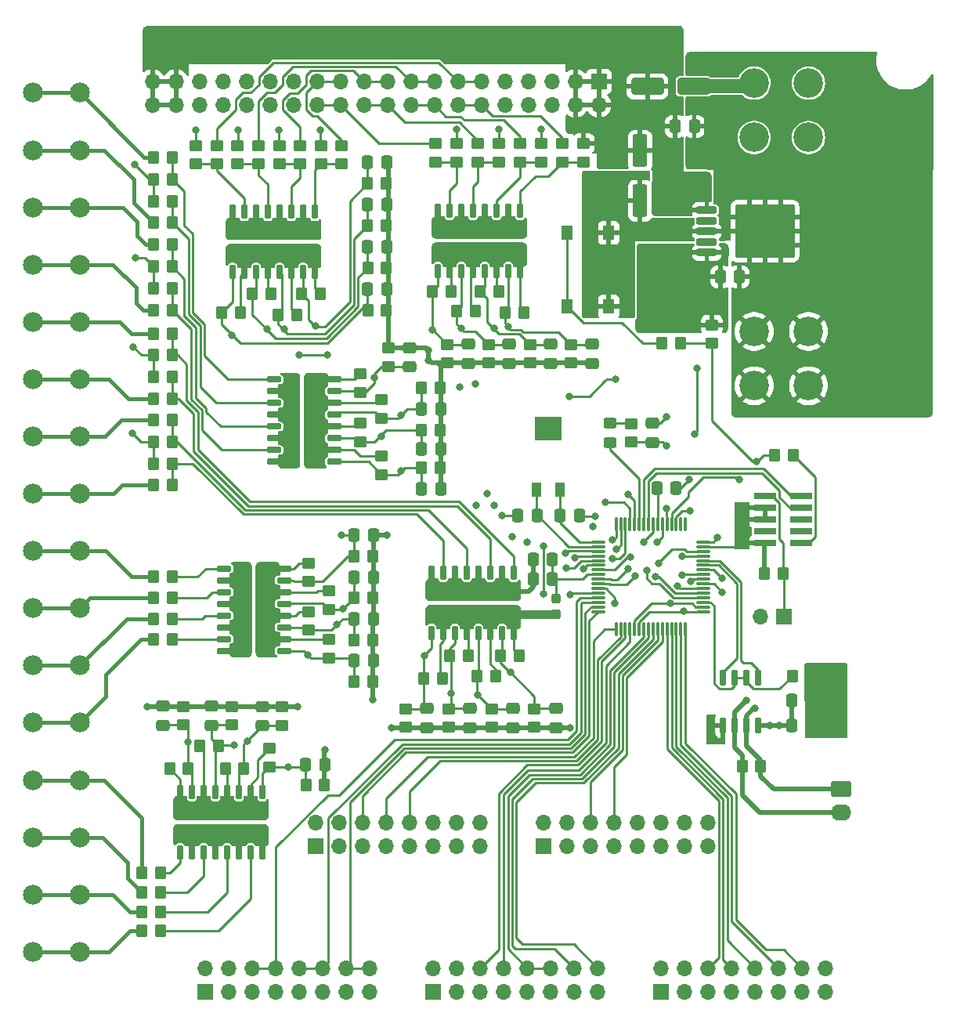
<source format=gbr>
%TF.GenerationSoftware,KiCad,Pcbnew,7.0.10*%
%TF.CreationDate,2024-04-30T00:05:14-07:00*%
%TF.ProjectId,control,636f6e74-726f-46c2-9e6b-696361645f70,A*%
%TF.SameCoordinates,Original*%
%TF.FileFunction,Copper,L1,Top*%
%TF.FilePolarity,Positive*%
%FSLAX46Y46*%
G04 Gerber Fmt 4.6, Leading zero omitted, Abs format (unit mm)*
G04 Created by KiCad (PCBNEW 7.0.10) date 2024-04-30 00:05:14*
%MOMM*%
%LPD*%
G01*
G04 APERTURE LIST*
G04 Aperture macros list*
%AMRoundRect*
0 Rectangle with rounded corners*
0 $1 Rounding radius*
0 $2 $3 $4 $5 $6 $7 $8 $9 X,Y pos of 4 corners*
0 Add a 4 corners polygon primitive as box body*
4,1,4,$2,$3,$4,$5,$6,$7,$8,$9,$2,$3,0*
0 Add four circle primitives for the rounded corners*
1,1,$1+$1,$2,$3*
1,1,$1+$1,$4,$5*
1,1,$1+$1,$6,$7*
1,1,$1+$1,$8,$9*
0 Add four rect primitives between the rounded corners*
20,1,$1+$1,$2,$3,$4,$5,0*
20,1,$1+$1,$4,$5,$6,$7,0*
20,1,$1+$1,$6,$7,$8,$9,0*
20,1,$1+$1,$8,$9,$2,$3,0*%
G04 Aperture macros list end*
%TA.AperFunction,ComponentPad*%
%ADD10C,2.145000*%
%TD*%
%TA.AperFunction,SMDPad,CuDef*%
%ADD11RoundRect,0.250000X0.450000X-0.350000X0.450000X0.350000X-0.450000X0.350000X-0.450000X-0.350000X0*%
%TD*%
%TA.AperFunction,SMDPad,CuDef*%
%ADD12R,1.300000X1.550000*%
%TD*%
%TA.AperFunction,SMDPad,CuDef*%
%ADD13RoundRect,0.250000X-0.450000X0.350000X-0.450000X-0.350000X0.450000X-0.350000X0.450000X0.350000X0*%
%TD*%
%TA.AperFunction,SMDPad,CuDef*%
%ADD14RoundRect,0.150000X-0.150000X0.725000X-0.150000X-0.725000X0.150000X-0.725000X0.150000X0.725000X0*%
%TD*%
%TA.AperFunction,SMDPad,CuDef*%
%ADD15RoundRect,0.250000X-0.337500X-0.475000X0.337500X-0.475000X0.337500X0.475000X-0.337500X0.475000X0*%
%TD*%
%TA.AperFunction,SMDPad,CuDef*%
%ADD16RoundRect,0.250000X-0.350000X-0.450000X0.350000X-0.450000X0.350000X0.450000X-0.350000X0.450000X0*%
%TD*%
%TA.AperFunction,SMDPad,CuDef*%
%ADD17RoundRect,0.250000X0.475000X-0.337500X0.475000X0.337500X-0.475000X0.337500X-0.475000X-0.337500X0*%
%TD*%
%TA.AperFunction,SMDPad,CuDef*%
%ADD18RoundRect,0.250000X0.350000X0.450000X-0.350000X0.450000X-0.350000X-0.450000X0.350000X-0.450000X0*%
%TD*%
%TA.AperFunction,SMDPad,CuDef*%
%ADD19RoundRect,0.150000X-0.650000X-0.150000X0.650000X-0.150000X0.650000X0.150000X-0.650000X0.150000X0*%
%TD*%
%TA.AperFunction,SMDPad,CuDef*%
%ADD20RoundRect,0.250000X-0.475000X0.337500X-0.475000X-0.337500X0.475000X-0.337500X0.475000X0.337500X0*%
%TD*%
%TA.AperFunction,ComponentPad*%
%ADD21R,1.700000X1.700000*%
%TD*%
%TA.AperFunction,ComponentPad*%
%ADD22O,1.700000X1.700000*%
%TD*%
%TA.AperFunction,SMDPad,CuDef*%
%ADD23RoundRect,0.150000X-0.150000X0.650000X-0.150000X-0.650000X0.150000X-0.650000X0.150000X0.650000X0*%
%TD*%
%TA.AperFunction,ComponentPad*%
%ADD24C,3.200000*%
%TD*%
%TA.AperFunction,SMDPad,CuDef*%
%ADD25R,2.400000X0.740000*%
%TD*%
%TA.AperFunction,SMDPad,CuDef*%
%ADD26RoundRect,0.075000X-0.662500X-0.075000X0.662500X-0.075000X0.662500X0.075000X-0.662500X0.075000X0*%
%TD*%
%TA.AperFunction,SMDPad,CuDef*%
%ADD27RoundRect,0.075000X-0.075000X-0.662500X0.075000X-0.662500X0.075000X0.662500X-0.075000X0.662500X0*%
%TD*%
%TA.AperFunction,SMDPad,CuDef*%
%ADD28RoundRect,0.250000X0.337500X0.475000X-0.337500X0.475000X-0.337500X-0.475000X0.337500X-0.475000X0*%
%TD*%
%TA.AperFunction,SMDPad,CuDef*%
%ADD29RoundRect,0.250000X-1.500000X-0.650000X1.500000X-0.650000X1.500000X0.650000X-1.500000X0.650000X0*%
%TD*%
%TA.AperFunction,ComponentPad*%
%ADD30RoundRect,0.250000X-0.845000X0.620000X-0.845000X-0.620000X0.845000X-0.620000X0.845000X0.620000X0*%
%TD*%
%TA.AperFunction,ComponentPad*%
%ADD31O,2.190000X1.740000*%
%TD*%
%TA.AperFunction,SMDPad,CuDef*%
%ADD32RoundRect,0.200000X-0.900000X-0.200000X0.900000X-0.200000X0.900000X0.200000X-0.900000X0.200000X0*%
%TD*%
%TA.AperFunction,SMDPad,CuDef*%
%ADD33RoundRect,0.250000X-1.275000X-1.125000X1.275000X-1.125000X1.275000X1.125000X-1.275000X1.125000X0*%
%TD*%
%TA.AperFunction,SMDPad,CuDef*%
%ADD34RoundRect,0.249997X-2.950003X-2.650003X2.950003X-2.650003X2.950003X2.650003X-2.950003X2.650003X0*%
%TD*%
%TA.AperFunction,SMDPad,CuDef*%
%ADD35R,1.000000X1.600000*%
%TD*%
%TA.AperFunction,SMDPad,CuDef*%
%ADD36R,3.000000X2.500000*%
%TD*%
%TA.AperFunction,SMDPad,CuDef*%
%ADD37RoundRect,0.150000X0.150000X-0.650000X0.150000X0.650000X-0.150000X0.650000X-0.150000X-0.650000X0*%
%TD*%
%TA.AperFunction,SMDPad,CuDef*%
%ADD38RoundRect,0.250000X0.450000X-0.325000X0.450000X0.325000X-0.450000X0.325000X-0.450000X-0.325000X0*%
%TD*%
%TA.AperFunction,SMDPad,CuDef*%
%ADD39RoundRect,0.250000X-0.550000X1.500000X-0.550000X-1.500000X0.550000X-1.500000X0.550000X1.500000X0*%
%TD*%
%TA.AperFunction,SMDPad,CuDef*%
%ADD40RoundRect,0.237500X-0.237500X0.287500X-0.237500X-0.287500X0.237500X-0.287500X0.237500X0.287500X0*%
%TD*%
%TA.AperFunction,ViaPad*%
%ADD41C,0.800000*%
%TD*%
%TA.AperFunction,Conductor*%
%ADD42C,0.250000*%
%TD*%
%TA.AperFunction,Conductor*%
%ADD43C,0.500000*%
%TD*%
%TA.AperFunction,Conductor*%
%ADD44C,0.900000*%
%TD*%
%TA.AperFunction,Conductor*%
%ADD45C,0.400000*%
%TD*%
%TA.AperFunction,Conductor*%
%ADD46C,1.500000*%
%TD*%
G04 APERTURE END LIST*
D10*
%TO.P,J27,1,P1*%
%TO.N,Net-(J27-P1-Pad1)*%
X83693000Y-94002800D03*
%TO.P,J27,2,P1*%
X88773000Y-94002800D03*
%TD*%
%TO.P,J26,1,P1*%
%TO.N,Net-(J26-P1-Pad1)*%
X83693000Y-87814400D03*
%TO.P,J26,2,P1*%
X88773000Y-87814400D03*
%TD*%
%TO.P,J25,1,P1*%
%TO.N,Net-(J25-P1-Pad1)*%
X83693000Y-81626000D03*
%TO.P,J25,2,P1*%
X88773000Y-81626000D03*
%TD*%
%TO.P,J24,1,P1*%
%TO.N,Net-(J24-P1-Pad1)*%
X83693000Y-75437600D03*
%TO.P,J24,2,P1*%
X88773000Y-75437600D03*
%TD*%
%TO.P,J23,1,P1*%
%TO.N,Net-(J23-P1-Pad1)*%
X83693000Y-69249200D03*
%TO.P,J23,2,P1*%
X88773000Y-69249200D03*
%TD*%
%TO.P,J22,1,P1*%
%TO.N,Net-(J22-P1-Pad1)*%
X83693000Y-63060800D03*
%TO.P,J22,2,P1*%
X88773000Y-63060800D03*
%TD*%
%TO.P,J21,1,P1*%
%TO.N,Net-(J21-P1-Pad1)*%
X83693000Y-56872400D03*
%TO.P,J21,2,P1*%
X88773000Y-56872400D03*
%TD*%
%TO.P,J20,1,P1*%
%TO.N,Net-(J20-P1-Pad1)*%
X83693000Y-50684000D03*
%TO.P,J20,2,P1*%
X88773000Y-50684000D03*
%TD*%
%TO.P,J19,1,P1*%
%TO.N,Net-(J19-P1-Pad1)*%
X83693000Y-143510000D03*
%TO.P,J19,2,P1*%
X88773000Y-143510000D03*
%TD*%
%TO.P,J18,1,P1*%
%TO.N,Net-(J18-P1-Pad1)*%
X83693000Y-137321600D03*
%TO.P,J18,2,P1*%
X88773000Y-137321600D03*
%TD*%
%TO.P,J17,1,P1*%
%TO.N,Net-(J17-P1-Pad1)*%
X83693000Y-131133200D03*
%TO.P,J17,2,P1*%
X88773000Y-131133200D03*
%TD*%
%TO.P,J16,1,P1*%
%TO.N,Net-(J16-P1-Pad1)*%
X83693000Y-124944800D03*
%TO.P,J16,2,P1*%
X88773000Y-124944800D03*
%TD*%
%TO.P,J15,1,P1*%
%TO.N,Net-(J15-P1-Pad1)*%
X83693000Y-118756400D03*
%TO.P,J15,2,P1*%
X88773000Y-118756400D03*
%TD*%
%TO.P,J14,1,P1*%
%TO.N,Net-(J14-P1-Pad1)*%
X83693000Y-112568000D03*
%TO.P,J14,2,P1*%
X88773000Y-112568000D03*
%TD*%
%TO.P,J13,1,P1*%
%TO.N,Net-(J13-P1-Pad1)*%
X83693000Y-106379600D03*
%TO.P,J13,2,P1*%
X88773000Y-106379600D03*
%TD*%
%TO.P,J12,1,P1*%
%TO.N,Net-(J12-P1-Pad1)*%
X83693000Y-100191200D03*
%TO.P,J12,2,P1*%
X88773000Y-100191200D03*
%TD*%
D11*
%TO.P,R88,1*%
%TO.N,GNDREF*%
X132987100Y-79888500D03*
%TO.P,R88,2*%
%TO.N,CAB_7_SENSE*%
X132987100Y-77888500D03*
%TD*%
D12*
%TO.P,SW1,1,1*%
%TO.N,GNDREF*%
X145963200Y-65824200D03*
X145963200Y-73774200D03*
%TO.P,SW1,2,2*%
%TO.N,Net-(R4-Pad1)*%
X141463200Y-65824200D03*
X141463200Y-73774200D03*
%TD*%
D13*
%TO.P,R44,1*%
%TO.N,GNDREF*%
X100000000Y-117000000D03*
%TO.P,R44,2*%
%TO.N,BATT_SW_SENSE*%
X100000000Y-119000000D03*
%TD*%
D14*
%TO.P,U2,1,RO*%
%TO.N,UART3_RX*%
X162098200Y-113899400D03*
%TO.P,U2,2,RE#*%
%TO.N,RS485_DATA_ENABLE*%
X160828200Y-113899400D03*
%TO.P,U2,3,DE*%
X159558200Y-113899400D03*
%TO.P,U2,4,DI*%
%TO.N,UART3_TX*%
X158288200Y-113899400D03*
%TO.P,U2,5,GND*%
%TO.N,GNDREF*%
X158288200Y-119049400D03*
%TO.P,U2,6,A*%
%TO.N,/RS485_A*%
X159558200Y-119049400D03*
%TO.P,U2,7,B*%
%TO.N,/RS485_B*%
X160828200Y-119049400D03*
%TO.P,U2,8,VCC*%
%TO.N,+3.3V*%
X162098200Y-119049400D03*
%TD*%
D15*
%TO.P,C13,1*%
%TO.N,MARKER_LIGHT_SENSE*%
X118425000Y-103021700D03*
%TO.P,C13,2*%
%TO.N,GNDREF*%
X120500000Y-103021700D03*
%TD*%
D16*
%TO.P,R4,1*%
%TO.N,Net-(R4-Pad1)*%
X151704800Y-77774800D03*
%TO.P,R4,2*%
%TO.N,/MCU/#RESET*%
X153704800Y-77774800D03*
%TD*%
D15*
%TO.P,C32,1*%
%TO.N,SIDE_DOOR_SENSE*%
X125708500Y-89154000D03*
%TO.P,C32,2*%
%TO.N,GNDREF*%
X127783500Y-89154000D03*
%TD*%
D13*
%TO.P,R8,1*%
%TO.N,Net-(D1-A)*%
X148437600Y-86426800D03*
%TO.P,R8,2*%
%TO.N,+3.3V*%
X148437600Y-88426800D03*
%TD*%
D11*
%TO.P,R19,1*%
%TO.N,PARK_BRAKE_SENSE*%
X113500000Y-103500000D03*
%TO.P,R19,2*%
%TO.N,+3.3V*%
X113500000Y-101500000D03*
%TD*%
%TO.P,R35,1*%
%TO.N,Net-(R33-Pad1)*%
X114844300Y-58388000D03*
%TO.P,R35,2*%
%TO.N,+12V*%
X114844300Y-56388000D03*
%TD*%
D17*
%TO.P,C8,1*%
%TO.N,+3.3V*%
X150672800Y-88464300D03*
%TO.P,C8,2*%
%TO.N,GNDREF*%
X150672800Y-86389300D03*
%TD*%
D15*
%TO.P,C22,1*%
%TO.N,CAB_3_SENSE*%
X119866500Y-62738000D03*
%TO.P,C22,2*%
%TO.N,GNDREF*%
X121941500Y-62738000D03*
%TD*%
D18*
%TO.P,R76,1*%
%TO.N,Net-(R76-Pad1)*%
X98774000Y-67092300D03*
%TO.P,R76,2*%
%TO.N,Net-(J22-P1-Pad1)*%
X96774000Y-67092300D03*
%TD*%
%TO.P,R53,1*%
%TO.N,Net-(R53-Pad1)*%
X98774000Y-83721500D03*
%TO.P,R53,2*%
%TO.N,Net-(J25-P1-Pad1)*%
X96774000Y-83721500D03*
%TD*%
%TO.P,R37,1*%
%TO.N,HORN_SENSE*%
X103750000Y-121250000D03*
%TO.P,R37,2*%
%TO.N,+3.3V*%
X101750000Y-121250000D03*
%TD*%
D11*
%TO.P,R86,1*%
%TO.N,GNDREF*%
X128524000Y-79888500D03*
%TO.P,R86,2*%
%TO.N,CAB_8_SENSE*%
X128524000Y-77888500D03*
%TD*%
%TO.P,R55,1*%
%TO.N,Net-(R49-Pad1)*%
X138684000Y-58150000D03*
%TO.P,R55,2*%
%TO.N,+12V*%
X138684000Y-56150000D03*
%TD*%
D18*
%TO.P,R54,1*%
%TO.N,Net-(R54-Pad1)*%
X98774000Y-57658000D03*
%TO.P,R54,2*%
%TO.N,Net-(J20-P1-Pad1)*%
X96774000Y-57658000D03*
%TD*%
D11*
%TO.P,R17,1*%
%TO.N,STOP_LIGHT_SENSE*%
X115750000Y-111750000D03*
%TO.P,R17,2*%
%TO.N,+3.3V*%
X115750000Y-109750000D03*
%TD*%
D15*
%TO.P,C2,1*%
%TO.N,+3.3V*%
X158016700Y-70566200D03*
%TO.P,C2,2*%
%TO.N,GNDREF*%
X160091700Y-70566200D03*
%TD*%
D11*
%TO.P,R91,1*%
%TO.N,SIDE_DOOR_SENSE*%
X119126000Y-88376000D03*
%TO.P,R91,2*%
%TO.N,+3.3V*%
X119126000Y-86376000D03*
%TD*%
D19*
%TO.P,U8,1*%
%TO.N,Net-(R54-Pad1)*%
X109780000Y-81661000D03*
%TO.P,U8,2*%
%TO.N,GNDREF*%
X109780000Y-82931000D03*
%TO.P,U8,3*%
%TO.N,Net-(R51-Pad1)*%
X109780000Y-84201000D03*
%TO.P,U8,4*%
%TO.N,GNDREF*%
X109780000Y-85471000D03*
%TO.P,U8,5*%
%TO.N,Net-(R76-Pad1)*%
X109780000Y-86741000D03*
%TO.P,U8,6*%
%TO.N,GNDREF*%
X109780000Y-88011000D03*
%TO.P,U8,7*%
%TO.N,Net-(R75-Pad1)*%
X109780000Y-89281000D03*
%TO.P,U8,8*%
%TO.N,GNDREF*%
X109780000Y-90551000D03*
%TO.P,U8,9*%
%TO.N,AUX_3_SENSE*%
X116280000Y-90551000D03*
%TO.P,U8,10*%
%TO.N,+3.3V*%
X116280000Y-89281000D03*
%TO.P,U8,11*%
%TO.N,SIDE_DOOR_SENSE*%
X116280000Y-88011000D03*
%TO.P,U8,12*%
%TO.N,+3.3V*%
X116280000Y-86741000D03*
%TO.P,U8,13*%
%TO.N,REAR_DOOR_SENSE*%
X116280000Y-85471000D03*
%TO.P,U8,14*%
%TO.N,+3.3V*%
X116280000Y-84201000D03*
%TO.P,U8,15*%
%TO.N,COMP_5_SENSE*%
X116280000Y-82931000D03*
%TO.P,U8,16*%
%TO.N,+3.3V*%
X116280000Y-81661000D03*
%TD*%
D11*
%TO.P,R15,1*%
%TO.N,Net-(R13-Pad1)*%
X105845400Y-58388000D03*
%TO.P,R15,2*%
%TO.N,+12V*%
X105845400Y-56388000D03*
%TD*%
%TO.P,R78,1*%
%TO.N,Net-(R74-Pad1)*%
X134112000Y-58150000D03*
%TO.P,R78,2*%
%TO.N,+12V*%
X134112000Y-56150000D03*
%TD*%
D20*
%TO.P,C28,1*%
%TO.N,COMP_2_SENSE*%
X135607100Y-117212500D03*
%TO.P,C28,2*%
%TO.N,GNDREF*%
X135607100Y-119287500D03*
%TD*%
D16*
%TO.P,R2,1*%
%TO.N,/RS485_A*%
X160391600Y-123494800D03*
%TO.P,R2,2*%
%TO.N,/RS485_B*%
X162391600Y-123494800D03*
%TD*%
%TO.P,R45,1*%
%TO.N,CAB_4_SENSE*%
X112792000Y-72390000D03*
%TO.P,R45,2*%
%TO.N,+3.3V*%
X114792000Y-72390000D03*
%TD*%
D11*
%TO.P,R74,1*%
%TO.N,Net-(R74-Pad1)*%
X131826000Y-58150000D03*
%TO.P,R74,2*%
%TO.N,CAB_SIGNAL_7*%
X131826000Y-56150000D03*
%TD*%
D18*
%TO.P,R48,1*%
%TO.N,GNDREF*%
X121904000Y-65024000D03*
%TO.P,R48,2*%
%TO.N,CAB_3_SENSE*%
X119904000Y-65024000D03*
%TD*%
D17*
%TO.P,C26,1*%
%TO.N,COMP_5_SENSE*%
X124460000Y-80285500D03*
%TO.P,C26,2*%
%TO.N,GNDREF*%
X124460000Y-78210500D03*
%TD*%
D21*
%TO.P,JP1,1,A*%
%TO.N,Net-(J11-VTref)*%
X164901800Y-107289600D03*
D22*
%TO.P,JP1,2,B*%
%TO.N,+3.3V*%
X162361800Y-107289600D03*
%TD*%
D15*
%TO.P,C15,1*%
%TO.N,CAB_2_SENSE*%
X119888000Y-67310000D03*
%TO.P,C15,2*%
%TO.N,GNDREF*%
X121963000Y-67310000D03*
%TD*%
D16*
%TO.P,R25,1*%
%TO.N,CAB_2_SENSE*%
X107442000Y-72390000D03*
%TO.P,R25,2*%
%TO.N,+3.3V*%
X109442000Y-72390000D03*
%TD*%
D18*
%TO.P,R24,1*%
%TO.N,GNDREF*%
X120462500Y-109804300D03*
%TO.P,R24,2*%
%TO.N,REVERSE_LIGHT_SENSE*%
X118462500Y-109804300D03*
%TD*%
D13*
%TO.P,R40,1*%
%TO.N,GNDREF*%
X110632000Y-117037500D03*
%TO.P,R40,2*%
%TO.N,AUX_1_SENSE*%
X110632000Y-119037500D03*
%TD*%
D23*
%TO.P,U9,1*%
%TO.N,Net-(R52-Pad1)*%
X135700000Y-102561000D03*
%TO.P,U9,2*%
%TO.N,GNDREF*%
X134430000Y-102561000D03*
%TO.P,U9,3*%
%TO.N,Net-(R53-Pad1)*%
X133160000Y-102561000D03*
%TO.P,U9,4*%
%TO.N,GNDREF*%
X131890000Y-102561000D03*
%TO.P,U9,5*%
%TO.N,Net-(R80-Pad1)*%
X130620000Y-102561000D03*
%TO.P,U9,6*%
%TO.N,GNDREF*%
X129350000Y-102561000D03*
%TO.P,U9,7*%
%TO.N,Net-(R79-Pad1)*%
X128080000Y-102561000D03*
%TO.P,U9,8*%
%TO.N,GNDREF*%
X126810000Y-102561000D03*
%TO.P,U9,9*%
%TO.N,COMP_4_SENSE*%
X126810000Y-109061000D03*
%TO.P,U9,10*%
%TO.N,+3.3V*%
X128080000Y-109061000D03*
%TO.P,U9,11*%
%TO.N,COMP_3_SENSE*%
X129350000Y-109061000D03*
%TO.P,U9,12*%
%TO.N,+3.3V*%
X130620000Y-109061000D03*
%TO.P,U9,13*%
%TO.N,COMP_2_SENSE*%
X131890000Y-109061000D03*
%TO.P,U9,14*%
%TO.N,+3.3V*%
X133160000Y-109061000D03*
%TO.P,U9,15*%
%TO.N,COMP_1_SENSE*%
X134430000Y-109061000D03*
%TO.P,U9,16*%
%TO.N,+3.3V*%
X135700000Y-109061000D03*
%TD*%
D24*
%TO.P,J2,1*%
%TO.N,GNDREF*%
X167566400Y-76466600D03*
X161696400Y-76466600D03*
X167566400Y-82336600D03*
X161696400Y-82336600D03*
%TD*%
D25*
%TO.P,J11,1,VTref*%
%TO.N,Net-(J11-VTref)*%
X162845200Y-94284800D03*
%TO.P,J11,2,SWDIO/TMS*%
%TO.N,/MCU/SWDIO*%
X166745200Y-94284800D03*
%TO.P,J11,3,GND*%
%TO.N,GNDREF*%
X162845200Y-95554800D03*
%TO.P,J11,4,SWCLK/TCK*%
%TO.N,/MCU/SWDCLK*%
X166745200Y-95554800D03*
%TO.P,J11,5,GND*%
%TO.N,GNDREF*%
X162845200Y-96824800D03*
%TO.P,J11,6,SWO/TDO*%
%TO.N,unconnected-(J11-SWO{slash}TDO-Pad6)*%
X166745200Y-96824800D03*
%TO.P,J11,7,KEY*%
%TO.N,unconnected-(J11-KEY-Pad7)*%
X162845200Y-98094800D03*
%TO.P,J11,8,NC/TDI*%
%TO.N,unconnected-(J11-NC{slash}TDI-Pad8)*%
X166745200Y-98094800D03*
%TO.P,J11,9,GNDDetect*%
%TO.N,GNDREF*%
X162845200Y-99364800D03*
%TO.P,J11,10,~{RESET}*%
%TO.N,Net-(J11-~{RESET})*%
X166745200Y-99364800D03*
%TD*%
D18*
%TO.P,R81,1*%
%TO.N,Net-(R75-Pad1)*%
X98774000Y-71809400D03*
%TO.P,R81,2*%
%TO.N,+12V*%
X96774000Y-71809400D03*
%TD*%
D11*
%TO.P,R73,1*%
%TO.N,Net-(R73-Pad1)*%
X127254000Y-58150000D03*
%TO.P,R73,2*%
%TO.N,CAB_SIGNAL_8*%
X127254000Y-56150000D03*
%TD*%
D18*
%TO.P,R5,1*%
%TO.N,Net-(J11-VTref)*%
X164830000Y-102666800D03*
%TO.P,R5,2*%
%TO.N,GNDREF*%
X162830000Y-102666800D03*
%TD*%
D16*
%TO.P,R85,1*%
%TO.N,CAB_8_SENSE*%
X126889000Y-72136000D03*
%TO.P,R85,2*%
%TO.N,+3.3V*%
X128889000Y-72136000D03*
%TD*%
D26*
%TO.P,U3,1,PA00*%
%TO.N,Net-(U3-PA00)*%
X144848500Y-99240000D03*
%TO.P,U3,2,PA01*%
%TO.N,Net-(U3-PA01)*%
X144848500Y-99740000D03*
%TO.P,U3,3,PA02*%
%TO.N,BATT_SW_SENSE*%
X144848500Y-100240000D03*
%TO.P,U3,4,PA03*%
%TO.N,HORN_SENSE*%
X144848500Y-100740000D03*
%TO.P,U3,5,PB04*%
%TO.N,AUX_1_SENSE*%
X144848500Y-101240000D03*
%TO.P,U3,6,PB05*%
%TO.N,AUX_2_SENSE*%
X144848500Y-101740000D03*
%TO.P,U3,7,GNDANA*%
%TO.N,GNDREF*%
X144848500Y-102240000D03*
%TO.P,U3,8,VDDANA*%
%TO.N,Net-(U3-VDDANA)*%
X144848500Y-102740000D03*
%TO.P,U3,9,PB06*%
%TO.N,COMP_5_SENSE*%
X144848500Y-103240000D03*
%TO.P,U3,10,PB07*%
%TO.N,CAB_1_SENSE*%
X144848500Y-103740000D03*
%TO.P,U3,11,PB08*%
%TO.N,CAB_2_SENSE*%
X144848500Y-104240000D03*
%TO.P,U3,12,PB09*%
%TO.N,CAB_3_SENSE*%
X144848500Y-104740000D03*
%TO.P,U3,13,PA04*%
%TO.N,FLOOD_D_EN*%
X144848500Y-105240000D03*
%TO.P,U3,14,PA05*%
%TO.N,FLOOD_R_EN*%
X144848500Y-105740000D03*
%TO.P,U3,15,PA06*%
%TO.N,FLOOD_P_EN*%
X144848500Y-106240000D03*
%TO.P,U3,16,PA07*%
%TO.N,AUX_1_EN*%
X144848500Y-106740000D03*
D27*
%TO.P,U3,17,PA08*%
%TO.N,AUX_2_EN*%
X146761000Y-108652500D03*
%TO.P,U3,18,PA09*%
%TO.N,AUX_3_EN*%
X147261000Y-108652500D03*
%TO.P,U3,19,PA10*%
%TO.N,MARKER_LGT_EN*%
X147761000Y-108652500D03*
%TO.P,U3,20,PA11*%
%TO.N,BACKUP_CHIME_EN*%
X148261000Y-108652500D03*
%TO.P,U3,21,VDDIO*%
%TO.N,+3.3V*%
X148761000Y-108652500D03*
%TO.P,U3,22,GND*%
%TO.N,GNDREF*%
X149261000Y-108652500D03*
%TO.P,U3,23,PB10*%
%TO.N,FOG_LGT_EN*%
X149761000Y-108652500D03*
%TO.P,U3,24,PB11*%
%TO.N,ISECT_D_EN*%
X150261000Y-108652500D03*
%TO.P,U3,25,PB12*%
%TO.N,ISECT_P_EN*%
X150761000Y-108652500D03*
%TO.P,U3,26,PB13*%
%TO.N,AUX_4_EN*%
X151261000Y-108652500D03*
%TO.P,U3,27,PB14*%
%TO.N,AUX_5_EN*%
X151761000Y-108652500D03*
%TO.P,U3,28,PB15*%
%TO.N,COMP_1_LGT_EN*%
X152261000Y-108652500D03*
%TO.P,U3,29,PA12*%
%TO.N,COMP_2_LGT_EN*%
X152761000Y-108652500D03*
%TO.P,U3,30,PA13*%
%TO.N,COMP_3_LGT_EN*%
X153261000Y-108652500D03*
%TO.P,U3,31,PA14*%
%TO.N,COMP_4_LGT_EN*%
X153761000Y-108652500D03*
%TO.P,U3,32,PA15*%
%TO.N,COMP_5_LGT_EN*%
X154261000Y-108652500D03*
D26*
%TO.P,U3,33,GND*%
%TO.N,GNDREF*%
X156173500Y-106740000D03*
%TO.P,U3,34,VDDIO*%
%TO.N,+3.3V*%
X156173500Y-106240000D03*
%TO.P,U3,35,PA16*%
%TO.N,RS485_DATA_ENABLE*%
X156173500Y-105740000D03*
%TO.P,U3,36,PA17*%
%TO.N,PARK_BRAKE_SENSE*%
X156173500Y-105240000D03*
%TO.P,U3,37,PA18*%
%TO.N,MARKER_LIGHT_SENSE*%
X156173500Y-104740000D03*
%TO.P,U3,38,PA19*%
%TO.N,STOP_LIGHT_SENSE*%
X156173500Y-104240000D03*
%TO.P,U3,39,PB16*%
%TO.N,CAB_4_SENSE*%
X156173500Y-103740000D03*
%TO.P,U3,40,PB17*%
%TO.N,CAB_5_SENSE*%
X156173500Y-103240000D03*
%TO.P,U3,41,PA20*%
%TO.N,REVERSE_LIGHT_SENSE*%
X156173500Y-102740000D03*
%TO.P,U3,42,PA21*%
%TO.N,SIDE_DOOR_SENSE*%
X156173500Y-102240000D03*
%TO.P,U3,43,PA22*%
%TO.N,UART3_TX*%
X156173500Y-101740000D03*
%TO.P,U3,44,PA23*%
%TO.N,UART3_RX*%
X156173500Y-101240000D03*
%TO.P,U3,45,PA24*%
%TO.N,CAB_7_SENSE*%
X156173500Y-100740000D03*
%TO.P,U3,46,PA25*%
%TO.N,CAB_8_SENSE*%
X156173500Y-100240000D03*
%TO.P,U3,47,GND*%
%TO.N,GNDREF*%
X156173500Y-99740000D03*
%TO.P,U3,48,VDDIO*%
%TO.N,+3.3V*%
X156173500Y-99240000D03*
D27*
%TO.P,U3,49,PB22*%
%TO.N,UART5_TX*%
X154261000Y-97327500D03*
%TO.P,U3,50,PB23*%
%TO.N,UART5_RX*%
X153761000Y-97327500D03*
%TO.P,U3,51,PA27*%
%TO.N,AUX_3_SENSE*%
X153261000Y-97327500D03*
%TO.P,U3,52,~{RESET}*%
%TO.N,/MCU/#RESET*%
X152761000Y-97327500D03*
%TO.P,U3,53,PA28*%
%TO.N,CAB_6_SENSE*%
X152261000Y-97327500D03*
%TO.P,U3,54,GND*%
%TO.N,GNDREF*%
X151761000Y-97327500D03*
%TO.P,U3,55,VDDCORE*%
%TO.N,Net-(U3-VDDCORE)*%
X151261000Y-97327500D03*
%TO.P,U3,56,VDDIN*%
%TO.N,+3.3V*%
X150761000Y-97327500D03*
%TO.P,U3,57,PA30*%
%TO.N,/MCU/SWDCLK*%
X150261000Y-97327500D03*
%TO.P,U3,58,PA31*%
%TO.N,/MCU/SWDIO*%
X149761000Y-97327500D03*
%TO.P,U3,59,PB30*%
%TO.N,Net-(D1-K)*%
X149261000Y-97327500D03*
%TO.P,U3,60,PB31*%
%TO.N,REAR_DOOR_SENSE*%
X148761000Y-97327500D03*
%TO.P,U3,61,PB00*%
%TO.N,COMP_1_SENSE*%
X148261000Y-97327500D03*
%TO.P,U3,62,PB01*%
%TO.N,COMP_2_SENSE*%
X147761000Y-97327500D03*
%TO.P,U3,63,PB02*%
%TO.N,COMP_3_SENSE*%
X147261000Y-97327500D03*
%TO.P,U3,64,PB03*%
%TO.N,COMP_4_SENSE*%
X146761000Y-97327500D03*
%TD*%
D18*
%TO.P,R90,1*%
%TO.N,GNDREF*%
X127746000Y-91186000D03*
%TO.P,R90,2*%
%TO.N,AUX_3_SENSE*%
X125746000Y-91186000D03*
%TD*%
%TO.P,R59,1*%
%TO.N,Net-(R52-Pad1)*%
X98774000Y-79045800D03*
%TO.P,R59,2*%
%TO.N,+12V*%
X96774000Y-79045800D03*
%TD*%
%TO.P,R20,1*%
%TO.N,GNDREF*%
X120462500Y-100760900D03*
%TO.P,R20,2*%
%TO.N,PARK_BRAKE_SENSE*%
X118462500Y-100760900D03*
%TD*%
D11*
%TO.P,R89,1*%
%TO.N,AUX_3_SENSE*%
X121412000Y-91932000D03*
%TO.P,R89,2*%
%TO.N,+3.3V*%
X121412000Y-89932000D03*
%TD*%
D15*
%TO.P,C19,1*%
%TO.N,AUX_2_SENSE*%
X113212500Y-123250000D03*
%TO.P,C19,2*%
%TO.N,GNDREF*%
X115287500Y-123250000D03*
%TD*%
D16*
%TO.P,R69,1*%
%TO.N,COMP_1_SENSE*%
X134250000Y-111500000D03*
%TO.P,R69,2*%
%TO.N,+3.3V*%
X136250000Y-111500000D03*
%TD*%
D18*
%TO.P,R46,1*%
%TO.N,GNDREF*%
X121904000Y-60452000D03*
%TO.P,R46,2*%
%TO.N,CAB_4_SENSE*%
X119904000Y-60452000D03*
%TD*%
D11*
%TO.P,R50,1*%
%TO.N,Net-(R50-Pad1)*%
X140970000Y-58150000D03*
%TO.P,R50,2*%
%TO.N,CAB_SIGNAL_5*%
X140970000Y-56150000D03*
%TD*%
%TO.P,R34,1*%
%TO.N,Net-(R34-Pad1)*%
X112594600Y-58388000D03*
%TO.P,R34,2*%
%TO.N,CAB_SIGNAL_3*%
X112594600Y-56388000D03*
%TD*%
%TO.P,R33,1*%
%TO.N,Net-(R33-Pad1)*%
X117094000Y-58388000D03*
%TO.P,R33,2*%
%TO.N,CAB_SIGNAL_4*%
X117094000Y-56388000D03*
%TD*%
D16*
%TO.P,R1,1*%
%TO.N,RS485_DATA_ENABLE*%
X165805700Y-113724400D03*
%TO.P,R1,2*%
%TO.N,GNDREF*%
X167805700Y-113724400D03*
%TD*%
D28*
%TO.P,C6,1*%
%TO.N,GNDREF*%
X142769500Y-96393000D03*
%TO.P,C6,2*%
%TO.N,Net-(U3-PA00)*%
X140694500Y-96393000D03*
%TD*%
D20*
%TO.P,C30,1*%
%TO.N,CAB_7_SENSE*%
X135218700Y-77851000D03*
%TO.P,C30,2*%
%TO.N,GNDREF*%
X135218700Y-79926000D03*
%TD*%
D29*
%TO.P,D2,1,K*%
%TO.N,+12V*%
X150154000Y-49987200D03*
%TO.P,D2,2,A*%
%TO.N,Net-(D2-A)*%
X155154000Y-49987200D03*
%TD*%
D19*
%TO.P,U4,1*%
%TO.N,Net-(R10-Pad2)*%
X104390000Y-102086000D03*
%TO.P,U4,2*%
%TO.N,GNDREF*%
X104390000Y-103356000D03*
%TO.P,U4,3*%
%TO.N,Net-(R11-Pad2)*%
X104390000Y-104626000D03*
%TO.P,U4,4*%
%TO.N,GNDREF*%
X104390000Y-105896000D03*
%TO.P,U4,5*%
%TO.N,Net-(R12-Pad2)*%
X104390000Y-107166000D03*
%TO.P,U4,6*%
%TO.N,GNDREF*%
X104390000Y-108436000D03*
%TO.P,U4,7*%
%TO.N,Net-(R9-Pad2)*%
X104390000Y-109706000D03*
%TO.P,U4,8*%
%TO.N,GNDREF*%
X104390000Y-110976000D03*
%TO.P,U4,9*%
%TO.N,STOP_LIGHT_SENSE*%
X110890000Y-110976000D03*
%TO.P,U4,10*%
%TO.N,+3.3V*%
X110890000Y-109706000D03*
%TO.P,U4,11*%
%TO.N,REVERSE_LIGHT_SENSE*%
X110890000Y-108436000D03*
%TO.P,U4,12*%
%TO.N,+3.3V*%
X110890000Y-107166000D03*
%TO.P,U4,13*%
%TO.N,MARKER_LIGHT_SENSE*%
X110890000Y-105896000D03*
%TO.P,U4,14*%
%TO.N,+3.3V*%
X110890000Y-104626000D03*
%TO.P,U4,15*%
%TO.N,PARK_BRAKE_SENSE*%
X110890000Y-103356000D03*
%TO.P,U4,16*%
%TO.N,+3.3V*%
X110890000Y-102086000D03*
%TD*%
D16*
%TO.P,R9,1*%
%TO.N,Net-(J15-P1-Pad1)*%
X96750000Y-109750000D03*
%TO.P,R9,2*%
%TO.N,Net-(R9-Pad2)*%
X98750000Y-109750000D03*
%TD*%
D18*
%TO.P,R66,1*%
%TO.N,GNDREF*%
X127746000Y-82550000D03*
%TO.P,R66,2*%
%TO.N,REAR_DOOR_SENSE*%
X125746000Y-82550000D03*
%TD*%
D11*
%TO.P,R56,1*%
%TO.N,Net-(R50-Pad1)*%
X143256000Y-58150000D03*
%TO.P,R56,2*%
%TO.N,+12V*%
X143256000Y-56150000D03*
%TD*%
D13*
%TO.P,R68,1*%
%TO.N,GNDREF*%
X122174000Y-78248000D03*
%TO.P,R68,2*%
%TO.N,COMP_5_SENSE*%
X122174000Y-80248000D03*
%TD*%
D18*
%TO.P,R52,1*%
%TO.N,Net-(R52-Pad1)*%
X98774000Y-76708000D03*
%TO.P,R52,2*%
%TO.N,Net-(J24-P1-Pad1)*%
X96774000Y-76708000D03*
%TD*%
D30*
%TO.P,J28,1,Pin_1*%
%TO.N,/RS485_B*%
X171074400Y-125933200D03*
D31*
%TO.P,J28,2,Pin_2*%
%TO.N,/RS485_A*%
X171074400Y-128473200D03*
%TD*%
D23*
%TO.P,U7,1*%
%TO.N,Net-(R50-Pad1)*%
X136398000Y-63425000D03*
%TO.P,U7,2*%
%TO.N,GNDREF*%
X135128000Y-63425000D03*
%TO.P,U7,3*%
%TO.N,Net-(R49-Pad1)*%
X133858000Y-63425000D03*
%TO.P,U7,4*%
%TO.N,GNDREF*%
X132588000Y-63425000D03*
%TO.P,U7,5*%
%TO.N,Net-(R74-Pad1)*%
X131318000Y-63425000D03*
%TO.P,U7,6*%
%TO.N,GNDREF*%
X130048000Y-63425000D03*
%TO.P,U7,7*%
%TO.N,Net-(R73-Pad1)*%
X128778000Y-63425000D03*
%TO.P,U7,8*%
%TO.N,GNDREF*%
X127508000Y-63425000D03*
%TO.P,U7,9*%
%TO.N,CAB_8_SENSE*%
X127508000Y-69925000D03*
%TO.P,U7,10*%
%TO.N,+3.3V*%
X128778000Y-69925000D03*
%TO.P,U7,11*%
%TO.N,CAB_7_SENSE*%
X130048000Y-69925000D03*
%TO.P,U7,12*%
%TO.N,+3.3V*%
X131318000Y-69925000D03*
%TO.P,U7,13*%
%TO.N,CAB_6_SENSE*%
X132588000Y-69925000D03*
%TO.P,U7,14*%
%TO.N,+3.3V*%
X133858000Y-69925000D03*
%TO.P,U7,15*%
%TO.N,CAB_5_SENSE*%
X135128000Y-69925000D03*
%TO.P,U7,16*%
%TO.N,+3.3V*%
X136398000Y-69925000D03*
%TD*%
D15*
%TO.P,C4,1*%
%TO.N,+3.3V*%
X165768200Y-116359400D03*
%TO.P,C4,2*%
%TO.N,GNDREF*%
X167843200Y-116359400D03*
%TD*%
D16*
%TO.P,R61,1*%
%TO.N,CAB_6_SENSE*%
X132096000Y-72136000D03*
%TO.P,R61,2*%
%TO.N,+3.3V*%
X134096000Y-72136000D03*
%TD*%
D11*
%TO.P,R77,1*%
%TO.N,Net-(R73-Pad1)*%
X129540000Y-58150000D03*
%TO.P,R77,2*%
%TO.N,+12V*%
X129540000Y-56150000D03*
%TD*%
D18*
%TO.P,R80,1*%
%TO.N,Net-(R80-Pad1)*%
X98774000Y-86059300D03*
%TO.P,R80,2*%
%TO.N,Net-(J26-P1-Pad1)*%
X96774000Y-86059300D03*
%TD*%
D20*
%TO.P,C29,1*%
%TO.N,CAB_8_SENSE*%
X130755600Y-77851000D03*
%TO.P,C29,2*%
%TO.N,GNDREF*%
X130755600Y-79926000D03*
%TD*%
D18*
%TO.P,R39,1*%
%TO.N,AUX_1_SENSE*%
X106500000Y-123750000D03*
%TO.P,R39,2*%
%TO.N,+3.3V*%
X104500000Y-123750000D03*
%TD*%
D16*
%TO.P,R31,1*%
%TO.N,Net-(J19-P1-Pad1)*%
X95500000Y-141250000D03*
%TO.P,R31,2*%
%TO.N,Net-(R31-Pad2)*%
X97500000Y-141250000D03*
%TD*%
D18*
%TO.P,R75,1*%
%TO.N,Net-(R75-Pad1)*%
X98774000Y-74168000D03*
%TO.P,R75,2*%
%TO.N,Net-(J23-P1-Pad1)*%
X96774000Y-74168000D03*
%TD*%
D16*
%TO.P,R11,1*%
%TO.N,Net-(J13-P1-Pad1)*%
X96750000Y-105250000D03*
%TO.P,R11,2*%
%TO.N,Net-(R11-Pad2)*%
X98750000Y-105250000D03*
%TD*%
D18*
%TO.P,R58,1*%
%TO.N,Net-(R54-Pad1)*%
X98774000Y-60016600D03*
%TO.P,R58,2*%
%TO.N,+12V*%
X96774000Y-60016600D03*
%TD*%
D24*
%TO.P,J1,1*%
%TO.N,Net-(D2-A)*%
X167566400Y-49631600D03*
X161696400Y-49631600D03*
X167566400Y-55501600D03*
X161696400Y-55501600D03*
%TD*%
D32*
%TO.P,U1,1,IN*%
%TO.N,+12V*%
X156565600Y-63359600D03*
%TO.P,U1,2,PG*%
%TO.N,unconnected-(U1-PG-Pad2)*%
X156565600Y-64499600D03*
%TO.P,U1,3,GND*%
%TO.N,GNDREF*%
X156565600Y-65639600D03*
D33*
X161190600Y-64114600D03*
X161190600Y-67164600D03*
D34*
X162865600Y-65639600D03*
D33*
X164540600Y-64114600D03*
X164540600Y-67164600D03*
D32*
%TO.P,U1,4,DELAY*%
%TO.N,unconnected-(U1-DELAY-Pad4)*%
X156565600Y-66779600D03*
%TO.P,U1,5,OUT*%
%TO.N,+3.3V*%
X156565600Y-67919600D03*
%TD*%
D11*
%TO.P,R94,1*%
%TO.N,GNDREF*%
X124000000Y-119250000D03*
%TO.P,R94,2*%
%TO.N,COMP_4_SENSE*%
X124000000Y-117250000D03*
%TD*%
D15*
%TO.P,C25,1*%
%TO.N,REAR_DOOR_SENSE*%
X125708500Y-84836000D03*
%TO.P,C25,2*%
%TO.N,GNDREF*%
X127783500Y-84836000D03*
%TD*%
D21*
%TO.P,J5,1,Pin_1*%
%TO.N,unconnected-(J5-Pin_1-Pad1)*%
X151638000Y-147828000D03*
D22*
%TO.P,J5,2,Pin_2*%
%TO.N,unconnected-(J5-Pin_2-Pad2)*%
X151638000Y-145288000D03*
%TO.P,J5,3,Pin_3*%
%TO.N,unconnected-(J5-Pin_3-Pad3)*%
X154178000Y-147828000D03*
%TO.P,J5,4,Pin_4*%
%TO.N,unconnected-(J5-Pin_4-Pad4)*%
X154178000Y-145288000D03*
%TO.P,J5,5,Pin_5*%
%TO.N,unconnected-(J5-Pin_5-Pad5)*%
X156718000Y-147828000D03*
%TO.P,J5,6,Pin_6*%
%TO.N,COMP_1_LGT_EN*%
X156718000Y-145288000D03*
%TO.P,J5,7,Pin_7*%
%TO.N,unconnected-(J5-Pin_7-Pad7)*%
X159258000Y-147828000D03*
%TO.P,J5,8,Pin_8*%
%TO.N,COMP_2_LGT_EN*%
X159258000Y-145288000D03*
%TO.P,J5,9,Pin_9*%
%TO.N,unconnected-(J5-Pin_9-Pad9)*%
X161798000Y-147828000D03*
%TO.P,J5,10,Pin_10*%
%TO.N,COMP_3_LGT_EN*%
X161798000Y-145288000D03*
%TO.P,J5,11,Pin_11*%
%TO.N,unconnected-(J5-Pin_11-Pad11)*%
X164338000Y-147828000D03*
%TO.P,J5,12,Pin_12*%
%TO.N,COMP_4_LGT_EN*%
X164338000Y-145288000D03*
%TO.P,J5,13,Pin_13*%
%TO.N,unconnected-(J5-Pin_13-Pad13)*%
X166878000Y-147828000D03*
%TO.P,J5,14,Pin_14*%
%TO.N,COMP_5_LGT_EN*%
X166878000Y-145288000D03*
%TO.P,J5,15,Pin_15*%
%TO.N,unconnected-(J5-Pin_15-Pad15)*%
X169418000Y-147828000D03*
%TO.P,J5,16,Pin_16*%
%TO.N,unconnected-(J5-Pin_16-Pad16)*%
X169418000Y-145288000D03*
%TD*%
D15*
%TO.P,C3,1*%
%TO.N,+3.3V*%
X165768200Y-119024400D03*
%TO.P,C3,2*%
%TO.N,GNDREF*%
X167843200Y-119024400D03*
%TD*%
D20*
%TO.P,C34,1*%
%TO.N,COMP_3_SENSE*%
X130964300Y-117212500D03*
%TO.P,C34,2*%
%TO.N,GNDREF*%
X130964300Y-119287500D03*
%TD*%
D11*
%TO.P,R49,1*%
%TO.N,Net-(R49-Pad1)*%
X136398000Y-58150000D03*
%TO.P,R49,2*%
%TO.N,CAB_SIGNAL_6*%
X136398000Y-56150000D03*
%TD*%
D16*
%TO.P,R87,1*%
%TO.N,CAB_7_SENSE*%
X129556000Y-74295000D03*
%TO.P,R87,2*%
%TO.N,+3.3V*%
X131556000Y-74295000D03*
%TD*%
D11*
%TO.P,R96,1*%
%TO.N,GNDREF*%
X128642900Y-119250000D03*
%TO.P,R96,2*%
%TO.N,COMP_3_SENSE*%
X128642900Y-117250000D03*
%TD*%
D15*
%TO.P,C11,1*%
%TO.N,STOP_LIGHT_SENSE*%
X118425000Y-112065100D03*
%TO.P,C11,2*%
%TO.N,GNDREF*%
X120500000Y-112065100D03*
%TD*%
D21*
%TO.P,J4,1,Pin_1*%
%TO.N,unconnected-(J4-Pin_1-Pad1)*%
X127000000Y-147828000D03*
D22*
%TO.P,J4,2,Pin_2*%
%TO.N,unconnected-(J4-Pin_2-Pad2)*%
X127000000Y-145288000D03*
%TO.P,J4,3,Pin_3*%
%TO.N,unconnected-(J4-Pin_3-Pad3)*%
X129540000Y-147828000D03*
%TO.P,J4,4,Pin_4*%
%TO.N,unconnected-(J4-Pin_4-Pad4)*%
X129540000Y-145288000D03*
%TO.P,J4,5,Pin_5*%
%TO.N,unconnected-(J4-Pin_5-Pad5)*%
X132080000Y-147828000D03*
%TO.P,J4,6,Pin_6*%
%TO.N,MARKER_LGT_EN*%
X132080000Y-145288000D03*
%TO.P,J4,7,Pin_7*%
%TO.N,unconnected-(J4-Pin_7-Pad7)*%
X134620000Y-147828000D03*
%TO.P,J4,8,Pin_8*%
%TO.N,BACKUP_CHIME_EN*%
X134620000Y-145288000D03*
%TO.P,J4,9,Pin_9*%
%TO.N,unconnected-(J4-Pin_9-Pad9)*%
X137160000Y-147828000D03*
%TO.P,J4,10,Pin_10*%
%TO.N,FOG_LGT_EN*%
X137160000Y-145288000D03*
%TO.P,J4,11,Pin_11*%
%TO.N,unconnected-(J4-Pin_11-Pad11)*%
X139700000Y-147828000D03*
%TO.P,J4,12,Pin_12*%
%TO.N,FOG_LGT_EN*%
X139700000Y-145288000D03*
%TO.P,J4,13,Pin_13*%
%TO.N,unconnected-(J4-Pin_13-Pad13)*%
X142240000Y-147828000D03*
%TO.P,J4,14,Pin_14*%
%TO.N,ISECT_D_EN*%
X142240000Y-145288000D03*
%TO.P,J4,15,Pin_15*%
%TO.N,unconnected-(J4-Pin_15-Pad15)*%
X144780000Y-147828000D03*
%TO.P,J4,16,Pin_16*%
%TO.N,ISECT_P_EN*%
X144780000Y-145288000D03*
%TD*%
D18*
%TO.P,R82,1*%
%TO.N,Net-(R76-Pad1)*%
X98774000Y-69450900D03*
%TO.P,R82,2*%
%TO.N,+12V*%
X96774000Y-69450900D03*
%TD*%
D11*
%TO.P,R14,1*%
%TO.N,Net-(R14-Pad1)*%
X103595700Y-58388000D03*
%TO.P,R14,2*%
%TO.N,CAB_SIGNAL_1*%
X103595700Y-56388000D03*
%TD*%
%TO.P,R16,1*%
%TO.N,Net-(R14-Pad1)*%
X101346000Y-58388000D03*
%TO.P,R16,2*%
%TO.N,+12V*%
X101346000Y-56388000D03*
%TD*%
D18*
%TO.P,R57,1*%
%TO.N,Net-(R51-Pad1)*%
X98774000Y-62375100D03*
%TO.P,R57,2*%
%TO.N,+12V*%
X96774000Y-62375100D03*
%TD*%
D20*
%TO.P,C24,1*%
%TO.N,CAB_5_SENSE*%
X144145000Y-77851000D03*
%TO.P,C24,2*%
%TO.N,GNDREF*%
X144145000Y-79926000D03*
%TD*%
D16*
%TO.P,R30,1*%
%TO.N,Net-(J18-P1-Pad1)*%
X95500000Y-139166700D03*
%TO.P,R30,2*%
%TO.N,Net-(R30-Pad2)*%
X97500000Y-139166700D03*
%TD*%
D15*
%TO.P,C1,1*%
%TO.N,+12V*%
X153140500Y-54305200D03*
%TO.P,C1,2*%
%TO.N,GNDREF*%
X155215500Y-54305200D03*
%TD*%
D35*
%TO.P,Y1,1,1*%
%TO.N,Net-(U3-PA00)*%
X140716000Y-93545000D03*
%TO.P,Y1,2,2*%
%TO.N,Net-(U3-PA01)*%
X138176000Y-93545000D03*
D36*
%TO.P,Y1,3,3*%
%TO.N,GNDREF*%
X139446000Y-86995000D03*
%TD*%
D16*
%TO.P,R63,1*%
%TO.N,CAB_5_SENSE*%
X134763000Y-74422000D03*
%TO.P,R63,2*%
%TO.N,+3.3V*%
X136763000Y-74422000D03*
%TD*%
D11*
%TO.P,R13,1*%
%TO.N,Net-(R13-Pad1)*%
X108095100Y-58388000D03*
%TO.P,R13,2*%
%TO.N,CAB_SIGNAL_2*%
X108095100Y-56388000D03*
%TD*%
D18*
%TO.P,R60,1*%
%TO.N,Net-(R53-Pad1)*%
X98774000Y-81383700D03*
%TO.P,R60,2*%
%TO.N,+12V*%
X96774000Y-81383700D03*
%TD*%
D23*
%TO.P,U5,1*%
%TO.N,Net-(R33-Pad1)*%
X114173000Y-63552000D03*
%TO.P,U5,2*%
%TO.N,GNDREF*%
X112903000Y-63552000D03*
%TO.P,U5,3*%
%TO.N,Net-(R34-Pad1)*%
X111633000Y-63552000D03*
%TO.P,U5,4*%
%TO.N,GNDREF*%
X110363000Y-63552000D03*
%TO.P,U5,5*%
%TO.N,Net-(R13-Pad1)*%
X109093000Y-63552000D03*
%TO.P,U5,6*%
%TO.N,GNDREF*%
X107823000Y-63552000D03*
%TO.P,U5,7*%
%TO.N,Net-(R14-Pad1)*%
X106553000Y-63552000D03*
%TO.P,U5,8*%
%TO.N,GNDREF*%
X105283000Y-63552000D03*
%TO.P,U5,9*%
%TO.N,CAB_1_SENSE*%
X105283000Y-70052000D03*
%TO.P,U5,10*%
%TO.N,+3.3V*%
X106553000Y-70052000D03*
%TO.P,U5,11*%
%TO.N,CAB_2_SENSE*%
X107823000Y-70052000D03*
%TO.P,U5,12*%
%TO.N,+3.3V*%
X109093000Y-70052000D03*
%TO.P,U5,13*%
%TO.N,CAB_3_SENSE*%
X110363000Y-70052000D03*
%TO.P,U5,14*%
%TO.N,+3.3V*%
X111633000Y-70052000D03*
%TO.P,U5,15*%
%TO.N,CAB_4_SENSE*%
X112903000Y-70052000D03*
%TO.P,U5,16*%
%TO.N,+3.3V*%
X114173000Y-70052000D03*
%TD*%
D21*
%TO.P,J10,1,Pin_1*%
%TO.N,+12V*%
X144900000Y-49460000D03*
D22*
%TO.P,J10,2,Pin_2*%
X144900000Y-52000000D03*
%TO.P,J10,3,Pin_3*%
X142360000Y-49460000D03*
%TO.P,J10,4,Pin_4*%
X142360000Y-52000000D03*
%TO.P,J10,5,Pin_5*%
%TO.N,GNDREF*%
X139820000Y-49460000D03*
%TO.P,J10,6,Pin_6*%
X139820000Y-52000000D03*
%TO.P,J10,7,Pin_7*%
X137280000Y-49460000D03*
%TO.P,J10,8,Pin_8*%
X137280000Y-52000000D03*
%TO.P,J10,9,Pin_9*%
%TO.N,/RS485_B*%
X134740000Y-49460000D03*
%TO.P,J10,10,Pin_10*%
%TO.N,/RS485_A*%
X134740000Y-52000000D03*
%TO.P,J10,11,Pin_11*%
%TO.N,CAB_SIGNAL_1*%
X132200000Y-49460000D03*
%TO.P,J10,12,Pin_12*%
%TO.N,CAB_SIGNAL_5*%
X132200000Y-52000000D03*
%TO.P,J10,13,Pin_13*%
%TO.N,CAB_SIGNAL_1*%
X129660000Y-49460000D03*
%TO.P,J10,14,Pin_14*%
%TO.N,CAB_SIGNAL_5*%
X129660000Y-52000000D03*
%TO.P,J10,15,Pin_15*%
%TO.N,CAB_SIGNAL_2*%
X127120000Y-49460000D03*
%TO.P,J10,16,Pin_16*%
%TO.N,CAB_SIGNAL_6*%
X127120000Y-52000000D03*
%TO.P,J10,17,Pin_17*%
%TO.N,CAB_SIGNAL_2*%
X124580000Y-49460000D03*
%TO.P,J10,18,Pin_18*%
%TO.N,CAB_SIGNAL_6*%
X124580000Y-52000000D03*
%TO.P,J10,19,Pin_19*%
%TO.N,CAB_SIGNAL_3*%
X122040000Y-49460000D03*
%TO.P,J10,20,Pin_20*%
%TO.N,CAB_SIGNAL_7*%
X122040000Y-52000000D03*
%TO.P,J10,21,Pin_21*%
%TO.N,CAB_SIGNAL_3*%
X119500000Y-49460000D03*
%TO.P,J10,22,Pin_22*%
%TO.N,CAB_SIGNAL_7*%
X119500000Y-52000000D03*
%TO.P,J10,23,Pin_23*%
%TO.N,CAB_SIGNAL_4*%
X116960000Y-49460000D03*
%TO.P,J10,24,Pin_24*%
%TO.N,CAB_SIGNAL_8*%
X116960000Y-52000000D03*
%TO.P,J10,25,Pin_25*%
%TO.N,CAB_SIGNAL_4*%
X114420000Y-49460000D03*
%TO.P,J10,26,Pin_26*%
%TO.N,CAB_SIGNAL_8*%
X114420000Y-52000000D03*
%TO.P,J10,27,Pin_27*%
%TO.N,unconnected-(J10-Pin_27-Pad27)*%
X111880000Y-49460000D03*
%TO.P,J10,28,Pin_28*%
%TO.N,unconnected-(J10-Pin_28-Pad28)*%
X111880000Y-52000000D03*
%TO.P,J10,29,Pin_29*%
%TO.N,unconnected-(J10-Pin_29-Pad29)*%
X109340000Y-49460000D03*
%TO.P,J10,30,Pin_30*%
%TO.N,unconnected-(J10-Pin_30-Pad30)*%
X109340000Y-52000000D03*
%TO.P,J10,31,Pin_31*%
%TO.N,unconnected-(J10-Pin_31-Pad31)*%
X106800000Y-49460000D03*
%TO.P,J10,32,Pin_32*%
%TO.N,unconnected-(J10-Pin_32-Pad32)*%
X106800000Y-52000000D03*
%TO.P,J10,33,Pin_33*%
%TO.N,GNDREF*%
X104260000Y-49460000D03*
%TO.P,J10,34,Pin_34*%
X104260000Y-52000000D03*
%TO.P,J10,35,Pin_35*%
X101720000Y-49460000D03*
%TO.P,J10,36,Pin_36*%
X101720000Y-52000000D03*
%TO.P,J10,37,Pin_37*%
%TO.N,+12V*%
X99180000Y-49460000D03*
%TO.P,J10,38,Pin_38*%
X99180000Y-52000000D03*
%TO.P,J10,39,Pin_39*%
X96640000Y-49460000D03*
%TO.P,J10,40,Pin_40*%
X96640000Y-52000000D03*
%TD*%
D11*
%TO.P,R70,1*%
%TO.N,GNDREF*%
X137928600Y-119250000D03*
%TO.P,R70,2*%
%TO.N,COMP_1_SENSE*%
X137928600Y-117250000D03*
%TD*%
%TO.P,R21,1*%
%TO.N,MARKER_LIGHT_SENSE*%
X115750000Y-106500000D03*
%TO.P,R21,2*%
%TO.N,+3.3V*%
X115750000Y-104500000D03*
%TD*%
D15*
%TO.P,C31,1*%
%TO.N,AUX_3_SENSE*%
X125708500Y-93472000D03*
%TO.P,C31,2*%
%TO.N,GNDREF*%
X127783500Y-93472000D03*
%TD*%
D20*
%TO.P,C23,1*%
%TO.N,CAB_6_SENSE*%
X139681900Y-77851000D03*
%TO.P,C23,2*%
%TO.N,GNDREF*%
X139681900Y-79926000D03*
%TD*%
%TO.P,C33,1*%
%TO.N,COMP_4_SENSE*%
X126321400Y-117212500D03*
%TO.P,C33,2*%
%TO.N,GNDREF*%
X126321400Y-119287500D03*
%TD*%
D15*
%TO.P,C7,1*%
%TO.N,Net-(U3-VDDCORE)*%
X151159300Y-93370400D03*
%TO.P,C7,2*%
%TO.N,GNDREF*%
X153234300Y-93370400D03*
%TD*%
D37*
%TO.P,U6,1*%
%TO.N,Net-(R32-Pad2)*%
X99610000Y-132750000D03*
%TO.P,U6,2*%
%TO.N,GNDREF*%
X100880000Y-132750000D03*
%TO.P,U6,3*%
%TO.N,Net-(R29-Pad2)*%
X102150000Y-132750000D03*
%TO.P,U6,4*%
%TO.N,GNDREF*%
X103420000Y-132750000D03*
%TO.P,U6,5*%
%TO.N,Net-(R30-Pad2)*%
X104690000Y-132750000D03*
%TO.P,U6,6*%
%TO.N,GNDREF*%
X105960000Y-132750000D03*
%TO.P,U6,7*%
%TO.N,Net-(R31-Pad2)*%
X107230000Y-132750000D03*
%TO.P,U6,8*%
%TO.N,GNDREF*%
X108500000Y-132750000D03*
%TO.P,U6,9*%
%TO.N,AUX_2_SENSE*%
X108500000Y-126250000D03*
%TO.P,U6,10*%
%TO.N,+3.3V*%
X107230000Y-126250000D03*
%TO.P,U6,11*%
%TO.N,AUX_1_SENSE*%
X105960000Y-126250000D03*
%TO.P,U6,12*%
%TO.N,+3.3V*%
X104690000Y-126250000D03*
%TO.P,U6,13*%
%TO.N,HORN_SENSE*%
X103420000Y-126250000D03*
%TO.P,U6,14*%
%TO.N,+3.3V*%
X102150000Y-126250000D03*
%TO.P,U6,15*%
%TO.N,BATT_SW_SENSE*%
X100880000Y-126250000D03*
%TO.P,U6,16*%
%TO.N,+3.3V*%
X99610000Y-126250000D03*
%TD*%
D17*
%TO.P,C18,1*%
%TO.N,AUX_1_SENSE*%
X108500000Y-119075000D03*
%TO.P,C18,2*%
%TO.N,GNDREF*%
X108500000Y-117000000D03*
%TD*%
%TO.P,C17,1*%
%TO.N,HORN_SENSE*%
X103000000Y-119037500D03*
%TO.P,C17,2*%
%TO.N,GNDREF*%
X103000000Y-116962500D03*
%TD*%
D15*
%TO.P,C21,1*%
%TO.N,CAB_4_SENSE*%
X119866500Y-58166000D03*
%TO.P,C21,2*%
%TO.N,GNDREF*%
X121941500Y-58166000D03*
%TD*%
D21*
%TO.P,J3,1,Pin_1*%
%TO.N,unconnected-(J3-Pin_1-Pad1)*%
X102362000Y-147828000D03*
D22*
%TO.P,J3,2,Pin_2*%
%TO.N,unconnected-(J3-Pin_2-Pad2)*%
X102362000Y-145288000D03*
%TO.P,J3,3,Pin_3*%
%TO.N,unconnected-(J3-Pin_3-Pad3)*%
X104902000Y-147828000D03*
%TO.P,J3,4,Pin_4*%
%TO.N,unconnected-(J3-Pin_4-Pad4)*%
X104902000Y-145288000D03*
%TO.P,J3,5,Pin_5*%
%TO.N,unconnected-(J3-Pin_5-Pad5)*%
X107442000Y-147828000D03*
%TO.P,J3,6,Pin_6*%
%TO.N,FLOOD_D_EN*%
X107442000Y-145288000D03*
%TO.P,J3,7,Pin_7*%
%TO.N,unconnected-(J3-Pin_7-Pad7)*%
X109982000Y-147828000D03*
%TO.P,J3,8,Pin_8*%
%TO.N,FLOOD_D_EN*%
X109982000Y-145288000D03*
%TO.P,J3,9,Pin_9*%
%TO.N,unconnected-(J3-Pin_9-Pad9)*%
X112522000Y-147828000D03*
%TO.P,J3,10,Pin_10*%
%TO.N,FLOOD_R_EN*%
X112522000Y-145288000D03*
%TO.P,J3,11,Pin_11*%
%TO.N,unconnected-(J3-Pin_11-Pad11)*%
X115062000Y-147828000D03*
%TO.P,J3,12,Pin_12*%
%TO.N,FLOOD_R_EN*%
X115062000Y-145288000D03*
%TO.P,J3,13,Pin_13*%
%TO.N,unconnected-(J3-Pin_13-Pad13)*%
X117602000Y-147828000D03*
%TO.P,J3,14,Pin_14*%
%TO.N,FLOOD_P_EN*%
X117602000Y-145288000D03*
%TO.P,J3,15,Pin_15*%
%TO.N,unconnected-(J3-Pin_15-Pad15)*%
X120142000Y-147828000D03*
%TO.P,J3,16,Pin_16*%
%TO.N,FLOOD_P_EN*%
X120142000Y-145288000D03*
%TD*%
D16*
%TO.P,R47,1*%
%TO.N,CAB_3_SENSE*%
X110236000Y-74676000D03*
%TO.P,R47,2*%
%TO.N,+3.3V*%
X112236000Y-74676000D03*
%TD*%
D18*
%TO.P,R83,1*%
%TO.N,Net-(R79-Pad1)*%
X98774000Y-90735000D03*
%TO.P,R83,2*%
%TO.N,+12V*%
X96774000Y-90735000D03*
%TD*%
D15*
%TO.P,C12,1*%
%TO.N,PARK_BRAKE_SENSE*%
X118425000Y-98500000D03*
%TO.P,C12,2*%
%TO.N,GNDREF*%
X120500000Y-98500000D03*
%TD*%
D18*
%TO.P,R18,1*%
%TO.N,GNDREF*%
X120462500Y-114326000D03*
%TO.P,R18,2*%
%TO.N,STOP_LIGHT_SENSE*%
X118462500Y-114326000D03*
%TD*%
D16*
%TO.P,R95,1*%
%TO.N,COMP_3_SENSE*%
X128750000Y-111500000D03*
%TO.P,R95,2*%
%TO.N,+3.3V*%
X130750000Y-111500000D03*
%TD*%
D18*
%TO.P,R43,1*%
%TO.N,BATT_SW_SENSE*%
X100500000Y-123750000D03*
%TO.P,R43,2*%
%TO.N,+3.3V*%
X98500000Y-123750000D03*
%TD*%
D16*
%TO.P,R27,1*%
%TO.N,CAB_1_SENSE*%
X104140000Y-74422000D03*
%TO.P,R27,2*%
%TO.N,+3.3V*%
X106140000Y-74422000D03*
%TD*%
%TO.P,R71,1*%
%TO.N,COMP_2_SENSE*%
X131750000Y-113750000D03*
%TO.P,R71,2*%
%TO.N,+3.3V*%
X133750000Y-113750000D03*
%TD*%
D20*
%TO.P,C27,1*%
%TO.N,COMP_1_SENSE*%
X140250000Y-117212500D03*
%TO.P,C27,2*%
%TO.N,GNDREF*%
X140250000Y-119287500D03*
%TD*%
D38*
%TO.P,D1,1,K*%
%TO.N,Net-(D1-K)*%
X146151600Y-88451800D03*
%TO.P,D1,2,A*%
%TO.N,Net-(D1-A)*%
X146151600Y-86401800D03*
%TD*%
D39*
%TO.P,C35,1*%
%TO.N,+12V*%
X149352000Y-56939200D03*
%TO.P,C35,2*%
%TO.N,GNDREF*%
X149352000Y-62339200D03*
%TD*%
D18*
%TO.P,R51,1*%
%TO.N,Net-(R51-Pad1)*%
X98774000Y-64733700D03*
%TO.P,R51,2*%
%TO.N,Net-(J21-P1-Pad1)*%
X96774000Y-64733700D03*
%TD*%
D17*
%TO.P,C20,1*%
%TO.N,BATT_SW_SENSE*%
X97750000Y-119037500D03*
%TO.P,C20,2*%
%TO.N,GNDREF*%
X97750000Y-116962500D03*
%TD*%
D11*
%TO.P,R36,1*%
%TO.N,Net-(R34-Pad1)*%
X110344900Y-58388000D03*
%TO.P,R36,2*%
%TO.N,+12V*%
X110344900Y-56388000D03*
%TD*%
D16*
%TO.P,R93,1*%
%TO.N,COMP_4_SENSE*%
X126000000Y-114000000D03*
%TO.P,R93,2*%
%TO.N,+3.3V*%
X128000000Y-114000000D03*
%TD*%
D18*
%TO.P,R79,1*%
%TO.N,Net-(R79-Pad1)*%
X98774000Y-93072900D03*
%TO.P,R79,2*%
%TO.N,Net-(J27-P1-Pad1)*%
X96774000Y-93072900D03*
%TD*%
D16*
%TO.P,R32,1*%
%TO.N,Net-(J16-P1-Pad1)*%
X95500000Y-135000000D03*
%TO.P,R32,2*%
%TO.N,Net-(R32-Pad2)*%
X97500000Y-135000000D03*
%TD*%
D18*
%TO.P,R42,1*%
%TO.N,GNDREF*%
X115250000Y-125500000D03*
%TO.P,R42,2*%
%TO.N,AUX_2_SENSE*%
X113250000Y-125500000D03*
%TD*%
%TO.P,R26,1*%
%TO.N,GNDREF*%
X121925500Y-69596000D03*
%TO.P,R26,2*%
%TO.N,CAB_2_SENSE*%
X119925500Y-69596000D03*
%TD*%
D16*
%TO.P,R12,1*%
%TO.N,Net-(J14-P1-Pad1)*%
X96750000Y-107500000D03*
%TO.P,R12,2*%
%TO.N,Net-(R12-Pad2)*%
X98750000Y-107500000D03*
%TD*%
D18*
%TO.P,R7,1*%
%TO.N,Net-(J11-~{RESET})*%
X165896800Y-89814400D03*
%TO.P,R7,2*%
%TO.N,/MCU/#RESET*%
X163896800Y-89814400D03*
%TD*%
D11*
%TO.P,R64,1*%
%TO.N,GNDREF*%
X141913400Y-79888500D03*
%TO.P,R64,2*%
%TO.N,CAB_5_SENSE*%
X141913400Y-77888500D03*
%TD*%
D15*
%TO.P,C5,1*%
%TO.N,GNDREF*%
X136122500Y-96393000D03*
%TO.P,C5,2*%
%TO.N,Net-(U3-PA01)*%
X138197500Y-96393000D03*
%TD*%
D21*
%TO.P,J7,1,Pin_1*%
%TO.N,unconnected-(J7-Pin_1-Pad1)*%
X138938000Y-132080000D03*
D22*
%TO.P,J7,2,Pin_2*%
%TO.N,unconnected-(J7-Pin_2-Pad2)*%
X138938000Y-129540000D03*
%TO.P,J7,3,Pin_3*%
%TO.N,unconnected-(J7-Pin_3-Pad3)*%
X141478000Y-132080000D03*
%TO.P,J7,4,Pin_4*%
%TO.N,unconnected-(J7-Pin_4-Pad4)*%
X141478000Y-129540000D03*
%TO.P,J7,5,Pin_5*%
%TO.N,unconnected-(J7-Pin_5-Pad5)*%
X144018000Y-132080000D03*
%TO.P,J7,6,Pin_6*%
%TO.N,AUX_4_EN*%
X144018000Y-129540000D03*
%TO.P,J7,7,Pin_7*%
%TO.N,unconnected-(J7-Pin_7-Pad7)*%
X146558000Y-132080000D03*
%TO.P,J7,8,Pin_8*%
%TO.N,AUX_5_EN*%
X146558000Y-129540000D03*
%TO.P,J7,9,Pin_9*%
%TO.N,unconnected-(J7-Pin_9-Pad9)*%
X149098000Y-132080000D03*
%TO.P,J7,10,Pin_10*%
%TO.N,unconnected-(J7-Pin_10-Pad10)*%
X149098000Y-129540000D03*
%TO.P,J7,11,Pin_11*%
%TO.N,unconnected-(J7-Pin_11-Pad11)*%
X151638000Y-132080000D03*
%TO.P,J7,12,Pin_12*%
%TO.N,unconnected-(J7-Pin_12-Pad12)*%
X151638000Y-129540000D03*
%TO.P,J7,13,Pin_13*%
%TO.N,unconnected-(J7-Pin_13-Pad13)*%
X154178000Y-132080000D03*
%TO.P,J7,14,Pin_14*%
%TO.N,unconnected-(J7-Pin_14-Pad14)*%
X154178000Y-129540000D03*
%TO.P,J7,15,Pin_15*%
%TO.N,unconnected-(J7-Pin_15-Pad15)*%
X156718000Y-132080000D03*
%TO.P,J7,16,Pin_16*%
%TO.N,unconnected-(J7-Pin_16-Pad16)*%
X156718000Y-129540000D03*
%TD*%
D11*
%TO.P,R62,1*%
%TO.N,GNDREF*%
X137450300Y-79888500D03*
%TO.P,R62,2*%
%TO.N,CAB_6_SENSE*%
X137450300Y-77888500D03*
%TD*%
%TO.P,R41,1*%
%TO.N,AUX_2_SENSE*%
X109250000Y-123500000D03*
%TO.P,R41,2*%
%TO.N,+3.3V*%
X109250000Y-121500000D03*
%TD*%
D13*
%TO.P,R38,1*%
%TO.N,GNDREF*%
X105250000Y-117000000D03*
%TO.P,R38,2*%
%TO.N,HORN_SENSE*%
X105250000Y-119000000D03*
%TD*%
D11*
%TO.P,R72,1*%
%TO.N,GNDREF*%
X133285700Y-119250000D03*
%TO.P,R72,2*%
%TO.N,COMP_2_SENSE*%
X133285700Y-117250000D03*
%TD*%
%TO.P,R67,1*%
%TO.N,COMP_5_SENSE*%
X119126000Y-83042000D03*
%TO.P,R67,2*%
%TO.N,+3.3V*%
X119126000Y-81042000D03*
%TD*%
D18*
%TO.P,R28,1*%
%TO.N,GNDREF*%
X121925500Y-74168000D03*
%TO.P,R28,2*%
%TO.N,CAB_1_SENSE*%
X119925500Y-74168000D03*
%TD*%
D15*
%TO.P,C10,1*%
%TO.N,GNDREF*%
X137798900Y-101092000D03*
%TO.P,C10,2*%
%TO.N,Net-(U3-VDDANA)*%
X139873900Y-101092000D03*
%TD*%
D11*
%TO.P,R23,1*%
%TO.N,REVERSE_LIGHT_SENSE*%
X113500000Y-108750000D03*
%TO.P,R23,2*%
%TO.N,+3.3V*%
X113500000Y-106750000D03*
%TD*%
D18*
%TO.P,R92,1*%
%TO.N,GNDREF*%
X127746000Y-87122000D03*
%TO.P,R92,2*%
%TO.N,SIDE_DOOR_SENSE*%
X125746000Y-87122000D03*
%TD*%
D15*
%TO.P,C16,1*%
%TO.N,CAB_1_SENSE*%
X119888000Y-71882000D03*
%TO.P,C16,2*%
%TO.N,GNDREF*%
X121963000Y-71882000D03*
%TD*%
D11*
%TO.P,R3,1*%
%TO.N,/MCU/#RESET*%
X157124400Y-77758800D03*
%TO.P,R3,2*%
%TO.N,+3.3V*%
X157124400Y-75758800D03*
%TD*%
D16*
%TO.P,R29,1*%
%TO.N,Net-(J17-P1-Pad1)*%
X95500000Y-137083300D03*
%TO.P,R29,2*%
%TO.N,Net-(R29-Pad2)*%
X97500000Y-137083300D03*
%TD*%
%TO.P,R10,1*%
%TO.N,Net-(J12-P1-Pad1)*%
X96766000Y-103000000D03*
%TO.P,R10,2*%
%TO.N,Net-(R10-Pad2)*%
X98766000Y-103000000D03*
%TD*%
D21*
%TO.P,J6,1,Pin_1*%
%TO.N,unconnected-(J6-Pin_1-Pad1)*%
X114300000Y-132096000D03*
D22*
%TO.P,J6,2,Pin_2*%
%TO.N,unconnected-(J6-Pin_2-Pad2)*%
X114300000Y-129556000D03*
%TO.P,J6,3,Pin_3*%
%TO.N,unconnected-(J6-Pin_3-Pad3)*%
X116840000Y-132096000D03*
%TO.P,J6,4,Pin_4*%
%TO.N,unconnected-(J6-Pin_4-Pad4)*%
X116840000Y-129556000D03*
%TO.P,J6,5,Pin_5*%
%TO.N,unconnected-(J6-Pin_5-Pad5)*%
X119380000Y-132096000D03*
%TO.P,J6,6,Pin_6*%
%TO.N,AUX_1_EN*%
X119380000Y-129556000D03*
%TO.P,J6,7,Pin_7*%
%TO.N,unconnected-(J6-Pin_7-Pad7)*%
X121920000Y-132096000D03*
%TO.P,J6,8,Pin_8*%
%TO.N,AUX_2_EN*%
X121920000Y-129556000D03*
%TO.P,J6,9,Pin_9*%
%TO.N,unconnected-(J6-Pin_9-Pad9)*%
X124460000Y-132096000D03*
%TO.P,J6,10,Pin_10*%
%TO.N,AUX_3_EN*%
X124460000Y-129556000D03*
%TO.P,J6,11,Pin_11*%
%TO.N,unconnected-(J6-Pin_11-Pad11)*%
X127000000Y-132096000D03*
%TO.P,J6,12,Pin_12*%
%TO.N,unconnected-(J6-Pin_12-Pad12)*%
X127000000Y-129556000D03*
%TO.P,J6,13,Pin_13*%
%TO.N,unconnected-(J6-Pin_13-Pad13)*%
X129540000Y-132096000D03*
%TO.P,J6,14,Pin_14*%
%TO.N,unconnected-(J6-Pin_14-Pad14)*%
X129540000Y-129556000D03*
%TO.P,J6,15,Pin_15*%
%TO.N,unconnected-(J6-Pin_15-Pad15)*%
X132080000Y-132096000D03*
%TO.P,J6,16,Pin_16*%
%TO.N,unconnected-(J6-Pin_16-Pad16)*%
X132080000Y-129556000D03*
%TD*%
D11*
%TO.P,R65,1*%
%TO.N,REAR_DOOR_SENSE*%
X121412000Y-85836000D03*
%TO.P,R65,2*%
%TO.N,+3.3V*%
X121412000Y-83836000D03*
%TD*%
D15*
%TO.P,C9,1*%
%TO.N,GNDREF*%
X137798900Y-103251000D03*
%TO.P,C9,2*%
%TO.N,Net-(U3-VDDANA)*%
X139873900Y-103251000D03*
%TD*%
D18*
%TO.P,R84,1*%
%TO.N,Net-(R80-Pad1)*%
X98774000Y-88397200D03*
%TO.P,R84,2*%
%TO.N,+12V*%
X96774000Y-88397200D03*
%TD*%
D15*
%TO.P,C14,1*%
%TO.N,REVERSE_LIGHT_SENSE*%
X118425000Y-107543400D03*
%TO.P,C14,2*%
%TO.N,GNDREF*%
X120500000Y-107543400D03*
%TD*%
D18*
%TO.P,R22,1*%
%TO.N,GNDREF*%
X120462500Y-105282600D03*
%TO.P,R22,2*%
%TO.N,MARKER_LIGHT_SENSE*%
X118462500Y-105282600D03*
%TD*%
D40*
%TO.P,FB1,1*%
%TO.N,Net-(U3-VDDANA)*%
X140309600Y-105297000D03*
%TO.P,FB1,2*%
%TO.N,+3.3V*%
X140309600Y-107047000D03*
%TD*%
D41*
%TO.N,CAB_1_SENSE*%
X115519200Y-79044800D03*
X112471200Y-79044800D03*
%TO.N,COMP_5_SENSE*%
X120650000Y-81483200D03*
X133604000Y-95300800D03*
%TO.N,CAB_1_SENSE*%
X132842000Y-93980000D03*
%TO.N,CAB_2_SENSE*%
X131622800Y-95300800D03*
X146659600Y-105816400D03*
%TO.N,CAB_1_SENSE*%
X148793200Y-102870000D03*
%TO.N,COMP_5_SENSE*%
X148082000Y-102108000D03*
%TO.N,/RS485_B*%
X161747200Y-117195600D03*
%TO.N,/RS485_A*%
X160883600Y-116332000D03*
%TO.N,AUX_3_SENSE*%
X154787600Y-95859600D03*
X144272000Y-97536000D03*
%TO.N,CAB_3_SENSE*%
X141833600Y-104902000D03*
X135534400Y-98653600D03*
%TO.N,CAB_4_SENSE*%
X155295600Y-87579200D03*
X155549600Y-80416400D03*
X158242000Y-104648000D03*
%TO.N,SIDE_DOOR_SENSE*%
X158191200Y-103174800D03*
X146710400Y-81635600D03*
X141681200Y-83464400D03*
%TO.N,PARK_BRAKE_SENSE*%
X150063200Y-102311200D03*
%TO.N,MARKER_LIGHT_SENSE*%
X151028400Y-102971600D03*
%TO.N,SIDE_DOOR_SENSE*%
X121361200Y-87782400D03*
%TO.N,AUX_3_SENSE*%
X123494800Y-91541600D03*
%TO.N,CAB_8_SENSE*%
X129895600Y-82499200D03*
X151384000Y-101549200D03*
%TO.N,CAB_7_SENSE*%
X131572000Y-82143600D03*
X153873200Y-100736400D03*
%TO.N,CAB_5_SENSE*%
X154838400Y-103479600D03*
X135128000Y-75946000D03*
%TO.N,CAB_7_SENSE*%
X129997200Y-76149200D03*
%TO.N,CAB_8_SENSE*%
X126898400Y-76301600D03*
%TO.N,CAB_4_SENSE*%
X114249200Y-75844400D03*
%TO.N,CAB_3_SENSE*%
X110896400Y-76250800D03*
%TO.N,CAB_2_SENSE*%
X109067600Y-76250800D03*
%TO.N,CAB_1_SENSE*%
X105257600Y-76860400D03*
%TO.N,STOP_LIGHT_SENSE*%
X153416000Y-103987600D03*
%TO.N,REVERSE_LIGHT_SENSE*%
X153924000Y-102768400D03*
%TO.N,/MCU/#RESET*%
X160070800Y-92506800D03*
X161950400Y-90525600D03*
%TO.N,CAB_6_SENSE*%
X133553200Y-76149200D03*
X152247600Y-95605600D03*
%TO.N,GNDREF*%
X151180800Y-99263200D03*
%TO.N,+3.3V*%
X149758400Y-99212400D03*
%TO.N,REAR_DOOR_SENSE*%
X123545600Y-85496400D03*
X148082000Y-94081600D03*
%TO.N,+3.3V*%
X157734000Y-98704400D03*
%TO.N,GNDREF*%
X148336000Y-100888800D03*
%TO.N,PARK_BRAKE_SENSE*%
X137109200Y-99212400D03*
X117043200Y-98501200D03*
%TO.N,MARKER_LIGHT_SENSE*%
X117246400Y-106476800D03*
%TO.N,STOP_LIGHT_SENSE*%
X113436400Y-111404400D03*
%TO.N,REVERSE_LIGHT_SENSE*%
X116586000Y-108153200D03*
%TO.N,GNDREF*%
X134416800Y-96367600D03*
X144475200Y-96418400D03*
X160324800Y-98704400D03*
X160324800Y-97409000D03*
X160324800Y-96113600D03*
X154076400Y-106730800D03*
%TO.N,+3.3V*%
X152603200Y-105867200D03*
%TO.N,COMP_2_SENSE*%
X131775200Y-115722400D03*
%TO.N,COMP_3_SENSE*%
X128930400Y-115620800D03*
%TO.N,COMP_4_SENSE*%
X126034800Y-111556800D03*
%TO.N,COMP_2_SENSE*%
X146405600Y-101041200D03*
%TO.N,COMP_3_SENSE*%
X146812000Y-99974400D03*
%TO.N,COMP_4_SENSE*%
X146354800Y-99009200D03*
%TO.N,COMP_1_SENSE*%
X145592800Y-94945200D03*
X138887200Y-104800400D03*
X138887200Y-99669600D03*
X135331200Y-113284000D03*
%TO.N,GNDREF*%
X110506932Y-65582800D03*
X108085466Y-65582800D03*
X120497600Y-116230400D03*
X138430000Y-87757000D03*
X107543600Y-130556000D03*
X170434000Y-117703600D03*
X135077200Y-104749600D03*
X111760000Y-82346800D03*
X149352000Y-65633600D03*
X139446000Y-86995000D03*
X151257000Y-65633600D03*
X111760000Y-87189734D03*
X100279200Y-130556000D03*
X106527600Y-105189868D03*
X105664000Y-65582800D03*
X106527600Y-102768400D03*
X141782800Y-119329200D03*
X112928400Y-65582800D03*
X144526000Y-61823600D03*
X126492000Y-79603600D03*
X157022800Y-119024400D03*
X135737600Y-65582800D03*
X105122134Y-130556000D03*
X128473200Y-65582800D03*
X154635200Y-92506800D03*
X138430000Y-86233000D03*
X111760000Y-84768268D03*
X133316132Y-65582800D03*
X157022800Y-120497600D03*
X122021600Y-98501200D03*
X140462000Y-87757000D03*
X111760000Y-89611200D03*
X170383200Y-114960400D03*
X102700668Y-130556000D03*
X106527600Y-110032800D03*
X127812800Y-104749600D03*
X130234266Y-104749600D03*
X112318800Y-117043200D03*
X153162000Y-65633600D03*
X132655732Y-104749600D03*
X130894666Y-65582800D03*
X140462000Y-86233000D03*
X152196800Y-85699600D03*
X122478800Y-119329200D03*
X106527600Y-107611334D03*
X126492000Y-78486000D03*
X115265200Y-121666000D03*
X144526000Y-60452000D03*
X144526000Y-63195200D03*
X96062800Y-117043200D03*
%TO.N,+3.3V*%
X150266400Y-73964800D03*
X135737600Y-67970400D03*
X133316132Y-67970400D03*
X102700668Y-128168400D03*
X153466800Y-72420480D03*
X151841200Y-75498960D03*
X153466800Y-67818000D03*
X100279200Y-128168400D03*
X132655732Y-107137200D03*
X108085466Y-67970400D03*
X114147600Y-87189734D03*
X152196800Y-88849200D03*
X114147600Y-82346800D03*
X155143200Y-70896480D03*
X130894666Y-67970400D03*
X112928400Y-67970400D03*
X135077200Y-107137200D03*
X155143200Y-72430640D03*
X150266400Y-72430640D03*
X108915200Y-105189868D03*
X114147600Y-84768268D03*
X150266400Y-75498960D03*
X164388800Y-119024400D03*
X128473200Y-67970400D03*
X151841200Y-73964800D03*
X150266400Y-70896480D03*
X153466800Y-73954640D03*
X155143200Y-73964800D03*
X108915200Y-107611334D03*
X130234266Y-107137200D03*
X153466800Y-75488800D03*
X151841200Y-67828160D03*
X151841200Y-69362320D03*
X151841200Y-72430640D03*
X105664000Y-67970400D03*
X127812800Y-107137200D03*
X105122134Y-128168400D03*
X108915200Y-102768400D03*
X150266400Y-67828160D03*
X153466800Y-69352160D03*
X150266400Y-69362320D03*
X155143200Y-75498960D03*
X110506932Y-67970400D03*
X156870400Y-72420480D03*
X163423600Y-119024400D03*
X156870400Y-73954640D03*
X153466800Y-70886320D03*
X108915200Y-110032800D03*
X114147600Y-89611200D03*
X151841200Y-70896480D03*
X107543600Y-128168400D03*
%TO.N,+12V*%
X138684000Y-54610000D03*
X114808000Y-54711600D03*
X94589600Y-78130400D03*
X110337600Y-54711600D03*
X129540000Y-54610000D03*
X94792800Y-68478400D03*
X94488000Y-87477600D03*
X101346000Y-54711600D03*
X134112000Y-54610000D03*
X105867200Y-54711600D03*
X94742000Y-58470800D03*
%TO.N,HORN_SENSE*%
X105511600Y-121208800D03*
X142290800Y-100939600D03*
%TO.N,AUX_1_SENSE*%
X141376400Y-102057200D03*
X106883200Y-120751600D03*
%TO.N,AUX_2_SENSE*%
X143256000Y-102108000D03*
X111353600Y-123545600D03*
%TO.N,BATT_SW_SENSE*%
X100482400Y-120802400D03*
X141325600Y-100431600D03*
%TD*%
D42*
%TO.N,Net-(J11-~{RESET})*%
X165896800Y-89814400D02*
X168270200Y-92187800D01*
X168270200Y-98669800D02*
X167575200Y-99364800D01*
X168270200Y-92187800D02*
X168270200Y-98669800D01*
X167575200Y-99364800D02*
X166745200Y-99364800D01*
%TO.N,Net-(U3-PA01)*%
X144848500Y-99740000D02*
X141659305Y-99740000D01*
X141659305Y-99740000D02*
X138312305Y-96393000D01*
X138312305Y-96393000D02*
X138197500Y-96393000D01*
D43*
%TO.N,GNDREF*%
X120500000Y-98500000D02*
X122020400Y-98500000D01*
X122020400Y-98500000D02*
X122021600Y-98501200D01*
X120500000Y-98500000D02*
X120497600Y-116230400D01*
D42*
%TO.N,Net-(U3-VDDANA)*%
X139873900Y-103251000D02*
X143138305Y-103251000D01*
X143138305Y-103251000D02*
X143649305Y-102740000D01*
X143649305Y-102740000D02*
X144848500Y-102740000D01*
%TO.N,GNDREF*%
X148336000Y-100888800D02*
X147956396Y-100888800D01*
X147956396Y-100888800D02*
X146605196Y-102240000D01*
X146605196Y-102240000D02*
X144848500Y-102240000D01*
%TO.N,COMP_2_SENSE*%
X146405600Y-101041200D02*
X147167600Y-101041200D01*
X147167600Y-101041200D02*
X147761000Y-100447800D01*
%TO.N,Net-(D1-A)*%
X146151600Y-86401800D02*
X148412600Y-86401800D01*
X148412600Y-86401800D02*
X148437600Y-86426800D01*
D43*
%TO.N,GNDREF*%
X162830000Y-102666800D02*
X162830000Y-99380000D01*
D42*
X162830000Y-99380000D02*
X162845200Y-99364800D01*
%TO.N,CAB_1_SENSE*%
X112471200Y-79044800D02*
X115519200Y-79044800D01*
%TO.N,COMP_5_SENSE*%
X120650000Y-81483200D02*
X120650000Y-81026000D01*
%TO.N,CAB_2_SENSE*%
X146659600Y-105816400D02*
X146659600Y-105765600D01*
%TO.N,CAB_1_SENSE*%
X148793200Y-102870000D02*
X148691600Y-103022400D01*
%TO.N,COMP_5_SENSE*%
X148132800Y-102108000D02*
X148031200Y-102209600D01*
X148082000Y-102108000D02*
X148132800Y-102108000D01*
X148082000Y-102158800D02*
X148082000Y-102108000D01*
%TO.N,CAB_2_SENSE*%
X146659600Y-105245836D02*
X146659600Y-105816400D01*
X145653764Y-104240000D02*
X146659600Y-105245836D01*
X144848500Y-104240000D02*
X145653764Y-104240000D01*
%TO.N,CAB_1_SENSE*%
X147923000Y-103791000D02*
X148793200Y-102870000D01*
X146071299Y-103791000D02*
X147923000Y-103791000D01*
X146020299Y-103740000D02*
X146071299Y-103791000D01*
X144848500Y-103740000D02*
X146020299Y-103740000D01*
%TO.N,COMP_5_SENSE*%
X146899800Y-103341000D02*
X148082000Y-102158800D01*
X146257695Y-103341000D02*
X146899800Y-103341000D01*
X146156695Y-103240000D02*
X146257695Y-103341000D01*
X144848500Y-103240000D02*
X146156695Y-103240000D01*
D43*
%TO.N,GNDREF*%
X136855200Y-104597200D02*
X136144000Y-104597200D01*
X137363200Y-104495600D02*
X137261600Y-104597200D01*
X137798900Y-103251000D02*
X137798900Y-104059900D01*
X137798900Y-104059900D02*
X137363200Y-104495600D01*
X137261600Y-104597200D02*
X136855200Y-104597200D01*
X137798900Y-101092000D02*
X137798900Y-103251000D01*
D42*
%TO.N,CAB_SIGNAL_5*%
X138595000Y-53175000D02*
X133375000Y-53175000D01*
D43*
%TO.N,/RS485_B*%
X161747200Y-117094000D02*
X161594800Y-117246400D01*
X161747200Y-117195600D02*
X161747200Y-117094000D01*
X161645600Y-117195600D02*
X161747200Y-117195600D01*
%TO.N,/RS485_A*%
X159558200Y-117657400D02*
X160883600Y-116332000D01*
X159558200Y-119049400D02*
X159558200Y-117657400D01*
%TO.N,/RS485_B*%
X160828200Y-118013000D02*
X161645600Y-117195600D01*
X160828200Y-119049400D02*
X160828200Y-118013000D01*
D42*
%TO.N,AUX_3_SENSE*%
X154787600Y-95859600D02*
X153923636Y-95859600D01*
X153923636Y-95859600D02*
X153261000Y-96522236D01*
X153261000Y-96522236D02*
X153261000Y-97327500D01*
%TO.N,CAB_3_SENSE*%
X141833600Y-104902000D02*
X141995600Y-104740000D01*
X141995600Y-104740000D02*
X144848500Y-104740000D01*
%TO.N,CAB_4_SENSE*%
X155295600Y-87579200D02*
X155346400Y-87528400D01*
X155549600Y-87325200D02*
X155295600Y-87579200D01*
X155549600Y-80416400D02*
X155549600Y-87325200D01*
X157334000Y-103740000D02*
X158242000Y-104648000D01*
X156173500Y-103740000D02*
X157334000Y-103740000D01*
%TO.N,SIDE_DOOR_SENSE*%
X158191200Y-103174800D02*
X157256400Y-102240000D01*
X157256400Y-102240000D02*
X156173500Y-102240000D01*
X141681200Y-83464400D02*
X143916400Y-83464400D01*
X145745200Y-81635600D02*
X146710400Y-81635600D01*
X145542000Y-81838800D02*
X145745200Y-81635600D01*
X143916400Y-83464400D02*
X145542000Y-81838800D01*
%TO.N,PARK_BRAKE_SENSE*%
X150063200Y-102311200D02*
X150063200Y-102412800D01*
X150063200Y-103124000D02*
X150063200Y-102311200D01*
X150635800Y-103696600D02*
X150063200Y-103124000D01*
X151457905Y-103696600D02*
X150635800Y-103696600D01*
X153001305Y-105240000D02*
X151457905Y-103696600D01*
X156173500Y-105240000D02*
X153001305Y-105240000D01*
%TO.N,MARKER_LIGHT_SENSE*%
X156173500Y-104740000D02*
X153143095Y-104740000D01*
X153143095Y-104740000D02*
X151374695Y-102971600D01*
X151374695Y-102971600D02*
X151028400Y-102971600D01*
%TO.N,SIDE_DOOR_SENSE*%
X121361200Y-87680800D02*
X121920000Y-87122000D01*
X121361200Y-87782400D02*
X121361200Y-87680800D01*
X121259600Y-87782400D02*
X121361200Y-87782400D01*
%TO.N,AUX_3_SENSE*%
X123596400Y-91541600D02*
X123952000Y-91186000D01*
X123494800Y-91541600D02*
X123596400Y-91541600D01*
X123494800Y-91643200D02*
X123494800Y-91541600D01*
%TO.N,RS485_DATA_ENABLE*%
X159558200Y-113899400D02*
X159558200Y-114774399D01*
X159558200Y-114774399D02*
X159219799Y-115112800D01*
X159219799Y-115112800D02*
X157950692Y-115112800D01*
X157950692Y-115112800D02*
X157378400Y-114540508D01*
X157378400Y-114540508D02*
X157378400Y-106139636D01*
X157378400Y-106139636D02*
X156978764Y-105740000D01*
X156978764Y-105740000D02*
X156173500Y-105740000D01*
%TO.N,CAB_8_SENSE*%
X151282400Y-101549200D02*
X151384000Y-101447600D01*
X151384000Y-101549200D02*
X151282400Y-101549200D01*
X151384000Y-101447600D02*
X151384000Y-101549200D01*
X152820200Y-100011400D02*
X151384000Y-101447600D01*
X154173505Y-100011400D02*
X152820200Y-100011400D01*
X154402105Y-100240000D02*
X154173505Y-100011400D01*
X156173500Y-100240000D02*
X154402105Y-100240000D01*
%TO.N,CAB_7_SENSE*%
X153873200Y-100685600D02*
X153924000Y-100736400D01*
X153873200Y-100736400D02*
X153873200Y-100685600D01*
X153924000Y-100736400D02*
X153873200Y-100736400D01*
X153927600Y-100740000D02*
X153924000Y-100736400D01*
X156173500Y-100740000D02*
X153927600Y-100740000D01*
%TO.N,CAB_5_SENSE*%
X156173500Y-103240000D02*
X155078000Y-103240000D01*
X155078000Y-103240000D02*
X154838400Y-103479600D01*
X135128000Y-76004000D02*
X135382000Y-76258000D01*
X135128000Y-75946000D02*
X135128000Y-76004000D01*
X135070000Y-75946000D02*
X135128000Y-75946000D01*
%TO.N,CAB_7_SENSE*%
X129997200Y-76149200D02*
X130302000Y-76454000D01*
%TO.N,CAB_8_SENSE*%
X126937100Y-76301600D02*
X128524000Y-77888500D01*
X126898400Y-76301600D02*
X126937100Y-76301600D01*
X126898400Y-76262900D02*
X126898400Y-76301600D01*
%TO.N,CAB_4_SENSE*%
X114249200Y-75895200D02*
X114300000Y-75946000D01*
X114249200Y-75844400D02*
X114249200Y-75895200D01*
X114198400Y-75844400D02*
X114249200Y-75844400D01*
%TO.N,CAB_3_SENSE*%
X110896400Y-76352400D02*
X111252000Y-76708000D01*
X110896400Y-76250800D02*
X110896400Y-76352400D01*
X110794800Y-76250800D02*
X110896400Y-76250800D01*
%TO.N,CAB_2_SENSE*%
X109067600Y-76301600D02*
X109982000Y-77216000D01*
X109067600Y-76250800D02*
X109067600Y-76301600D01*
X109016800Y-76250800D02*
X109067600Y-76250800D01*
%TO.N,CAB_1_SENSE*%
X105308400Y-76860400D02*
X106172000Y-77724000D01*
X105257600Y-76860400D02*
X105308400Y-76860400D01*
X105257600Y-76809600D02*
X105257600Y-76860400D01*
%TO.N,/MCU/#RESET*%
X161950400Y-90525600D02*
X161493200Y-90525600D01*
X161493200Y-90525600D02*
X157124400Y-86156800D01*
X157124400Y-86156800D02*
X157124400Y-77758800D01*
%TO.N,STOP_LIGHT_SENSE*%
X153416000Y-103987600D02*
X153668400Y-104240000D01*
X153668400Y-104240000D02*
X156173500Y-104240000D01*
%TO.N,REVERSE_LIGHT_SENSE*%
X153924000Y-102768400D02*
X153952400Y-102740000D01*
X153952400Y-102740000D02*
X156173500Y-102740000D01*
%TO.N,UART3_RX*%
X156173500Y-101240000D02*
X157983600Y-101240000D01*
X161341799Y-112268000D02*
X162098200Y-113024401D01*
X157983600Y-101240000D02*
X160274000Y-103530400D01*
X160274000Y-103530400D02*
X160274000Y-112014000D01*
X160274000Y-112014000D02*
X160528000Y-112268000D01*
X160528000Y-112268000D02*
X161341799Y-112268000D01*
X162098200Y-113024401D02*
X162098200Y-113899400D01*
%TO.N,UART3_TX*%
X156173500Y-101740000D02*
X157847204Y-101740000D01*
X157847204Y-101740000D02*
X159824000Y-103716796D01*
X159824000Y-103716796D02*
X159824000Y-111803600D01*
X159824000Y-111803600D02*
X158288200Y-113339400D01*
X158288200Y-113339400D02*
X158288200Y-113899400D01*
%TO.N,/MCU/#RESET*%
X160070800Y-92506800D02*
X160020000Y-92456000D01*
X161950400Y-90576400D02*
X162001200Y-90525600D01*
X161950400Y-90525600D02*
X161950400Y-90576400D01*
X162001200Y-90525600D02*
X161950400Y-90525600D01*
X162712400Y-89814400D02*
X162001200Y-90525600D01*
X163896800Y-89814400D02*
X162712400Y-89814400D01*
X159795800Y-92231800D02*
X160070800Y-92506800D01*
X158191200Y-92231800D02*
X159795800Y-92231800D01*
X154584400Y-94294105D02*
X154584400Y-93827600D01*
X152761000Y-96117505D02*
X154584400Y-94294105D01*
X152761000Y-97327500D02*
X152761000Y-96117505D01*
X154584400Y-93827600D02*
X156180200Y-92231800D01*
X156180200Y-92231800D02*
X158191200Y-92231800D01*
%TO.N,CAB_6_SENSE*%
X152247600Y-95605600D02*
X152261000Y-95720600D01*
X152261000Y-97327500D02*
X152247600Y-95605600D01*
%TO.N,GNDREF*%
X151130000Y-99263200D02*
X151231600Y-99161600D01*
X151180800Y-99263200D02*
X151130000Y-99263200D01*
X151180800Y-99212400D02*
X151180800Y-99263200D01*
X151761000Y-98632200D02*
X151180800Y-99212400D01*
X151761000Y-97327500D02*
X151761000Y-98632200D01*
%TO.N,+3.3V*%
X149758400Y-99212400D02*
X149758400Y-99161600D01*
X149758400Y-99135364D02*
X149758400Y-99212400D01*
X150761000Y-98132764D02*
X149758400Y-99135364D01*
X150761000Y-97327500D02*
X150761000Y-98132764D01*
%TO.N,REAR_DOOR_SENSE*%
X123545600Y-85496400D02*
X124206000Y-84836000D01*
X148082000Y-94081600D02*
X148132800Y-94132400D01*
X148761000Y-94760600D02*
X148082000Y-94081600D01*
X148761000Y-97327500D02*
X148761000Y-94760600D01*
%TO.N,Net-(D1-K)*%
X149261000Y-97327500D02*
X149261000Y-92365000D01*
X149261000Y-92365000D02*
X146151600Y-89255600D01*
X146151600Y-89255600D02*
X146151600Y-88451800D01*
%TO.N,+3.3V*%
X157784800Y-98704400D02*
X157683200Y-98806000D01*
X157734000Y-98704400D02*
X157784800Y-98704400D01*
X157734000Y-98755200D02*
X157734000Y-98704400D01*
X157249200Y-99240000D02*
X157734000Y-98755200D01*
X156173500Y-99240000D02*
X157249200Y-99240000D01*
%TO.N,GNDREF*%
X159746400Y-99740000D02*
X159969200Y-99517200D01*
X156173500Y-99740000D02*
X159746400Y-99740000D01*
%TO.N,PARK_BRAKE_SENSE*%
X117042000Y-98500000D02*
X116942800Y-98500000D01*
X117043200Y-98501200D02*
X117042000Y-98500000D01*
X117044400Y-98500000D02*
X117043200Y-98501200D01*
X116942800Y-98500000D02*
X116941600Y-98501200D01*
X118425000Y-98500000D02*
X117044400Y-98500000D01*
%TO.N,MARKER_LIGHT_SENSE*%
X117268271Y-106476800D02*
X118462500Y-105282571D01*
X117246400Y-106476800D02*
X117268271Y-106476800D01*
X117246400Y-106498671D02*
X117246400Y-106476800D01*
%TO.N,STOP_LIGHT_SENSE*%
X113436400Y-111436400D02*
X113750000Y-111750000D01*
X113436400Y-111404400D02*
X113436400Y-111436400D01*
X113404400Y-111404400D02*
X113436400Y-111404400D01*
%TO.N,REVERSE_LIGHT_SENSE*%
X116596800Y-108153200D02*
X117206572Y-107543428D01*
X116586000Y-108153200D02*
X116596800Y-108153200D01*
X116586000Y-108164000D02*
X116586000Y-108153200D01*
%TO.N,GNDREF*%
X142798800Y-96418400D02*
X144475200Y-96418400D01*
X136118600Y-96389100D02*
X134416800Y-96367600D01*
%TO.N,/MCU/SWDIO*%
X149761000Y-97327500D02*
X149761000Y-92499704D01*
X149761000Y-92499704D02*
X150973104Y-91287600D01*
X150973104Y-91287600D02*
X162704396Y-91287600D01*
X162704396Y-91287600D02*
X165701596Y-94284800D01*
X165701596Y-94284800D02*
X166745200Y-94284800D01*
%TO.N,/MCU/SWDCLK*%
X164439600Y-93659200D02*
X164439600Y-94386400D01*
X162562200Y-91781800D02*
X164439600Y-93659200D01*
X151115300Y-91781800D02*
X162562200Y-91781800D01*
X164439600Y-94386400D02*
X165608000Y-95554800D01*
X165608000Y-95554800D02*
X166745200Y-95554800D01*
%TO.N,Net-(J11-VTref)*%
X164439600Y-95049200D02*
X164439600Y-98907600D01*
X163675200Y-94284800D02*
X164439600Y-95049200D01*
X162845200Y-94284800D02*
X163675200Y-94284800D01*
X164439600Y-98907600D02*
X164830000Y-99298000D01*
X164830000Y-99298000D02*
X164830000Y-102666800D01*
%TO.N,/MCU/SWDCLK*%
X150261000Y-97327500D02*
X150246800Y-97313300D01*
X150246800Y-97313300D02*
X150246800Y-92650300D01*
X150246800Y-92650300D02*
X151115300Y-91781800D01*
%TO.N,Net-(U3-VDDCORE)*%
X151261000Y-97327500D02*
X151261000Y-93472100D01*
X151261000Y-93472100D02*
X151159300Y-93370400D01*
%TO.N,Net-(J11-VTref)*%
X164901800Y-107289600D02*
X164901800Y-102738600D01*
X164901800Y-102738600D02*
X164830000Y-102666800D01*
%TO.N,+3.3V*%
X152603200Y-105867200D02*
X154995436Y-105867200D01*
X154995436Y-105867200D02*
X155368236Y-106240000D01*
X155368236Y-106240000D02*
X156173500Y-106240000D01*
X148761000Y-108652500D02*
X148761000Y-107710840D01*
X148761000Y-107710840D02*
X150604640Y-105867200D01*
X150604640Y-105867200D02*
X152603200Y-105867200D01*
%TO.N,GNDREF*%
X149261000Y-108652500D02*
X149261000Y-107847236D01*
X149261000Y-107847236D02*
X150368236Y-106740000D01*
X150368236Y-106740000D02*
X156173500Y-106740000D01*
%TO.N,RS485_DATA_ENABLE*%
X160828200Y-113899400D02*
X159558200Y-113899400D01*
X165805700Y-113724400D02*
X164430700Y-115099400D01*
X164430700Y-115099400D02*
X161632200Y-115099400D01*
X161632200Y-115099400D02*
X160828200Y-114295400D01*
X160828200Y-114295400D02*
X160828200Y-113899400D01*
D43*
%TO.N,/RS485_B*%
X162391600Y-123494800D02*
X162391600Y-122794800D01*
X162391600Y-122794800D02*
X160828200Y-121231400D01*
X160828200Y-121231400D02*
X160828200Y-119049400D01*
%TO.N,/RS485_A*%
X160391600Y-123494800D02*
X160391600Y-122291600D01*
X160391600Y-122291600D02*
X159558200Y-121458200D01*
X159558200Y-121458200D02*
X159558200Y-119049400D01*
%TO.N,/RS485_B*%
X162391600Y-123494800D02*
X162391600Y-124545600D01*
X162391600Y-124545600D02*
X163779200Y-125933200D01*
X163779200Y-125933200D02*
X171074400Y-125933200D01*
%TO.N,/RS485_A*%
X171074400Y-128473200D02*
X162255200Y-128473200D01*
X162255200Y-128473200D02*
X160391600Y-126609600D01*
X160391600Y-126609600D02*
X160391600Y-123494800D01*
D42*
%TO.N,ISECT_P_EN*%
X150761000Y-108652500D02*
X150761000Y-109730556D01*
X135970000Y-142015200D02*
X136659200Y-142704400D01*
X150761000Y-109730556D02*
X147007800Y-113483756D01*
X147007800Y-113483756D02*
X147007800Y-121493465D01*
X147007800Y-121493465D02*
X143250065Y-125251200D01*
X143250065Y-125251200D02*
X138096000Y-125251200D01*
X138096000Y-125251200D02*
X135970000Y-127377200D01*
X135970000Y-127377200D02*
X135970000Y-142015200D01*
X136659200Y-142704400D02*
X142196400Y-142704400D01*
X142196400Y-142704400D02*
X144780000Y-145288000D01*
%TO.N,ISECT_D_EN*%
X150261000Y-108652500D02*
X150261000Y-109594160D01*
X143063669Y-124801200D02*
X137769600Y-124801200D01*
X150261000Y-109594160D02*
X146557800Y-113297360D01*
X146557800Y-113297360D02*
X146557800Y-121307069D01*
X146557800Y-121307069D02*
X143063669Y-124801200D01*
X137769600Y-124801200D02*
X135520000Y-127050800D01*
X135520000Y-127050800D02*
X135520000Y-142835200D01*
X135520000Y-142835200D02*
X135839200Y-143154400D01*
X135839200Y-143154400D02*
X140106400Y-143154400D01*
X140106400Y-143154400D02*
X142240000Y-145288000D01*
%TO.N,COMP_5_LGT_EN*%
X154261000Y-108652500D02*
X154261000Y-120987000D01*
X154261000Y-120987000D02*
X159715200Y-126441200D01*
X159715200Y-126441200D02*
X159715200Y-140028804D01*
X159715200Y-140028804D02*
X162979798Y-143293402D01*
X162979798Y-143293402D02*
X164883402Y-143293402D01*
X164883402Y-143293402D02*
X166878000Y-145288000D01*
%TO.N,COMP_4_LGT_EN*%
X153761000Y-108652500D02*
X153761000Y-121168612D01*
X159250800Y-140200800D02*
X164338000Y-145288000D01*
X153761000Y-121168612D02*
X159250800Y-126658412D01*
X159250800Y-126658412D02*
X159250800Y-140200800D01*
%TO.N,COMP_3_LGT_EN*%
X153261000Y-108652500D02*
X153261000Y-121305008D01*
X153261000Y-121305008D02*
X158800800Y-126844808D01*
X158800800Y-126844808D02*
X158800800Y-142290800D01*
X158800800Y-142290800D02*
X161798000Y-145288000D01*
%TO.N,COMP_1_LGT_EN*%
X152261000Y-108652500D02*
X152261000Y-121577800D01*
X152261000Y-121577800D02*
X157893000Y-127209800D01*
X157893000Y-127209800D02*
X157893000Y-144113000D01*
X157893000Y-144113000D02*
X156718000Y-145288000D01*
%TO.N,COMP_2_LGT_EN*%
X152761000Y-108652500D02*
X152761000Y-121441404D01*
X152761000Y-121441404D02*
X158343000Y-127023404D01*
X158343000Y-127023404D02*
X158343000Y-144373000D01*
X158343000Y-144373000D02*
X159258000Y-145288000D01*
%TO.N,AUX_5_EN*%
X146558000Y-129540000D02*
X146558000Y-123545600D01*
X146558000Y-123545600D02*
X147907800Y-122195800D01*
X147907800Y-122195800D02*
X147907800Y-113864600D01*
X147907800Y-113864600D02*
X151761000Y-110011400D01*
X151761000Y-110011400D02*
X151761000Y-108652500D01*
%TO.N,AUX_4_EN*%
X151261000Y-108652500D02*
X151261000Y-109866952D01*
X151261000Y-109866952D02*
X147457800Y-113670152D01*
X147457800Y-113670152D02*
X147457800Y-121680600D01*
X147457800Y-121680600D02*
X144018000Y-125120400D01*
X144018000Y-125120400D02*
X144018000Y-129540000D01*
%TO.N,ISECT_D_EN*%
X142240000Y-145288000D02*
X141361701Y-145288000D01*
%TO.N,FOG_LGT_EN*%
X139700000Y-145288000D02*
X137160000Y-145288000D01*
%TO.N,MARKER_LGT_EN*%
X132080000Y-145288000D02*
X134061200Y-143306800D01*
X134061200Y-143306800D02*
X134061200Y-126390400D01*
X134061200Y-126390400D02*
X137123600Y-123328000D01*
X147761000Y-109594160D02*
X147761000Y-108652500D01*
X137123600Y-123328000D02*
X142627681Y-123328000D01*
X142627681Y-123328000D02*
X145207800Y-120747881D01*
X145207800Y-120747881D02*
X145207800Y-112147360D01*
X145207800Y-112147360D02*
X147761000Y-109594160D01*
%TO.N,FOG_LGT_EN*%
X149761000Y-108652500D02*
X149761000Y-109457764D01*
X149761000Y-109457764D02*
X146107800Y-113110964D01*
X146107800Y-113110964D02*
X146107800Y-121120673D01*
X146107800Y-121120673D02*
X142877273Y-124351200D01*
X142877273Y-124351200D02*
X137421200Y-124351200D01*
X137421200Y-124351200D02*
X135070000Y-126702400D01*
X135070000Y-126702400D02*
X135070000Y-143198000D01*
X135070000Y-143198000D02*
X137160000Y-145288000D01*
%TO.N,BACKUP_CHIME_EN*%
X134620000Y-145288000D02*
X134620000Y-126492000D01*
X145657800Y-120934277D02*
X145657800Y-112609400D01*
X145657800Y-112609400D02*
X148261000Y-110006200D01*
X134620000Y-126492000D02*
X137210800Y-123901200D01*
X137210800Y-123901200D02*
X142690877Y-123901200D01*
X142690877Y-123901200D02*
X145657800Y-120934277D01*
X148261000Y-110006200D02*
X148261000Y-108652500D01*
%TO.N,AUX_3_EN*%
X147261000Y-108652500D02*
X147261000Y-109457764D01*
X147261000Y-109457764D02*
X144757800Y-111960964D01*
X144757800Y-111960964D02*
X144757800Y-120561485D01*
X144757800Y-120561485D02*
X142441285Y-122878000D01*
X142441285Y-122878000D02*
X127718400Y-122878000D01*
X127718400Y-122878000D02*
X124460000Y-126136400D01*
X124460000Y-126136400D02*
X124460000Y-129556000D01*
%TO.N,AUX_2_EN*%
X146761000Y-108652500D02*
X145550700Y-108652500D01*
X145550700Y-108652500D02*
X144307800Y-109895400D01*
X144307800Y-109895400D02*
X144307800Y-120375089D01*
X144307800Y-120375089D02*
X142254889Y-122428000D01*
X142254889Y-122428000D02*
X126390400Y-122428000D01*
X126390400Y-122428000D02*
X121920000Y-126898400D01*
X121920000Y-126898400D02*
X121920000Y-129556000D01*
%TO.N,AUX_1_EN*%
X144848500Y-106740000D02*
X143857800Y-107730700D01*
X124053600Y-121970800D02*
X119380000Y-126644400D01*
X143857800Y-107730700D02*
X143857800Y-120188693D01*
X143857800Y-120188693D02*
X142075693Y-121970800D01*
X142075693Y-121970800D02*
X124053600Y-121970800D01*
X119380000Y-126644400D02*
X119380000Y-129556000D01*
%TO.N,FLOOD_P_EN*%
X117602000Y-145288000D02*
X120142000Y-145288000D01*
X144848500Y-106240000D02*
X144043236Y-106240000D01*
X144043236Y-106240000D02*
X143407800Y-106875436D01*
X143407800Y-106875436D02*
X143407800Y-120002297D01*
X123871495Y-121499200D02*
X118015000Y-127355695D01*
X143407800Y-120002297D02*
X141910897Y-121499200D01*
X118015000Y-144875000D02*
X117602000Y-145288000D01*
X141910897Y-121499200D02*
X123871495Y-121499200D01*
X118015000Y-127355695D02*
X118015000Y-144875000D01*
%TO.N,FLOOD_R_EN*%
X123748800Y-121049200D02*
X141724501Y-121049200D01*
X115062000Y-145288000D02*
X115665000Y-144685000D01*
X123685099Y-121049200D02*
X123748800Y-121049200D01*
X115665000Y-144685000D02*
X115665000Y-129069299D01*
X115665000Y-129069299D02*
X123685099Y-121049200D01*
%TO.N,FLOOD_D_EN*%
X109982000Y-145288000D02*
X109982000Y-132212299D01*
X122834400Y-120599200D02*
X141538105Y-120599200D01*
X109982000Y-132212299D02*
X115600699Y-126593600D01*
X115600699Y-126593600D02*
X116840000Y-126593600D01*
X116840000Y-126593600D02*
X122834400Y-120599200D01*
%TO.N,FLOOD_R_EN*%
X142957800Y-119815901D02*
X142957800Y-105836596D01*
X141724501Y-121049200D02*
X142957800Y-119815901D01*
X142957800Y-105836596D02*
X143054396Y-105740000D01*
X143054396Y-105740000D02*
X144848500Y-105740000D01*
X112522000Y-145288000D02*
X115062000Y-145288000D01*
%TO.N,FLOOD_D_EN*%
X141538105Y-120599200D02*
X142507800Y-119629505D01*
X142507800Y-119629505D02*
X142507800Y-105650200D01*
X142507800Y-105650200D02*
X142918000Y-105240000D01*
X142918000Y-105240000D02*
X144848500Y-105240000D01*
X109982000Y-145288000D02*
X107442000Y-145288000D01*
D44*
%TO.N,+3.3V*%
X140309600Y-107047000D02*
X136104600Y-107047000D01*
D42*
%TO.N,Net-(U3-VDDANA)*%
X140309600Y-105297000D02*
X140309600Y-103686700D01*
X140309600Y-103686700D02*
X139873900Y-103251000D01*
%TO.N,COMP_2_SENSE*%
X131775200Y-115739488D02*
X133285712Y-117250000D01*
X131775200Y-115722400D02*
X131775200Y-115739488D01*
X131758112Y-115722400D02*
X131775200Y-115722400D01*
%TO.N,COMP_3_SENSE*%
X128925000Y-115615400D02*
X128925000Y-111675000D01*
X128930400Y-115620800D02*
X128925000Y-115615400D01*
X128925000Y-115626200D02*
X128930400Y-115620800D01*
%TO.N,COMP_4_SENSE*%
X126000000Y-111591600D02*
X126000000Y-114000000D01*
X126034800Y-111556800D02*
X126000000Y-111591600D01*
X126000000Y-111522000D02*
X126034800Y-111556800D01*
%TO.N,COMP_2_SENSE*%
X147761000Y-97327500D02*
X147761000Y-100447800D01*
%TO.N,COMP_3_SENSE*%
X146812000Y-99974400D02*
X146964400Y-99872800D01*
X147261000Y-99576200D02*
X146812000Y-99974400D01*
X147261000Y-97327500D02*
X147261000Y-99576200D01*
%TO.N,COMP_4_SENSE*%
X146354800Y-99009200D02*
X146558000Y-98907600D01*
X146761000Y-98704600D02*
X146354800Y-99009200D01*
X146761000Y-97327500D02*
X146761000Y-98704600D01*
X126810000Y-110690000D02*
X126000000Y-111500000D01*
X126000000Y-114000000D02*
X126000000Y-116891072D01*
X126283928Y-117250000D02*
X126321428Y-117212500D01*
X124000000Y-117250000D02*
X126283928Y-117250000D01*
X126810000Y-109061000D02*
X126810000Y-110690000D01*
X126000000Y-111500000D02*
X126000000Y-111522000D01*
X126000000Y-116891072D02*
X126321428Y-117212500D01*
%TO.N,COMP_1_SENSE*%
X145592800Y-94945200D02*
X147624800Y-94945200D01*
X134430000Y-111320000D02*
X134250000Y-111500000D01*
X138887200Y-104800400D02*
X138887200Y-99669600D01*
X134250000Y-111500000D02*
X134250000Y-112250000D01*
X137928568Y-115928568D02*
X137928568Y-117250000D01*
X134250000Y-112250000D02*
X135284000Y-113284000D01*
X140250000Y-117212500D02*
X137966068Y-117212500D01*
X135284000Y-113284000D02*
X135331200Y-113284000D01*
X135331200Y-113331200D02*
X137928568Y-115928568D01*
X137966068Y-117212500D02*
X137928568Y-117250000D01*
X135331200Y-113284000D02*
X135331200Y-113331200D01*
X134430000Y-109061000D02*
X134430000Y-111320000D01*
X147624800Y-94945200D02*
X148261000Y-95581400D01*
X148261000Y-95581400D02*
X148261000Y-97327500D01*
%TO.N,GNDREF*%
X153771600Y-93370400D02*
X154635200Y-92506800D01*
D43*
X128524000Y-79888500D02*
X127508000Y-79888500D01*
D42*
X144107500Y-79888500D02*
X144145000Y-79926000D01*
D43*
X127508000Y-79888500D02*
X127783500Y-80164000D01*
D42*
X150672800Y-86389300D02*
X151507100Y-86389300D01*
X151507100Y-86389300D02*
X152196800Y-85699600D01*
D43*
X126776900Y-79888500D02*
X126492000Y-79603600D01*
X122174000Y-78248000D02*
X126254000Y-78248000D01*
X127508000Y-79888500D02*
X126776900Y-79888500D01*
X128524000Y-79888500D02*
X144107500Y-79888500D01*
X122174000Y-58398500D02*
X121941500Y-58166000D01*
D42*
X126254000Y-78248000D02*
X126492000Y-78486000D01*
D43*
X112318800Y-117043200D02*
X96062800Y-117043200D01*
X115250000Y-121681200D02*
X115250000Y-125500000D01*
X126492000Y-78486000D02*
X126492000Y-79603600D01*
X127783500Y-80164000D02*
X127783500Y-93472000D01*
X141782800Y-119329200D02*
X122478800Y-119329200D01*
D42*
X115265200Y-121666000D02*
X115250000Y-121681200D01*
D43*
X122174000Y-78248000D02*
X122174000Y-58398500D01*
D42*
X153234300Y-93370400D02*
X153771600Y-93370400D01*
D43*
%TO.N,+3.3V*%
X164388800Y-119024400D02*
X164413800Y-119049400D01*
D42*
X110890000Y-104626000D02*
X114374000Y-104626000D01*
X114374000Y-104626000D02*
X114500000Y-104500000D01*
X131018001Y-70224999D02*
X131018001Y-73757001D01*
X109093000Y-70052000D02*
X109093000Y-72041000D01*
D43*
X163448600Y-119049400D02*
X164363800Y-119049400D01*
D42*
X106140000Y-70465000D02*
X106140000Y-74422000D01*
X128080000Y-109920000D02*
X127750000Y-110250000D01*
X135700000Y-109061000D02*
X135700000Y-110950000D01*
X110890000Y-109706000D02*
X115706000Y-109706000D01*
D43*
X163423600Y-119024400D02*
X163448600Y-119049400D01*
D42*
X127750000Y-113750000D02*
X128000000Y-114000000D01*
X118761000Y-86741000D02*
X119126000Y-86376000D01*
X130750000Y-109191000D02*
X130620000Y-109061000D01*
X112084000Y-107166000D02*
X110890000Y-107166000D01*
X135700000Y-110950000D02*
X136250000Y-111500000D01*
X118507000Y-81661000D02*
X119126000Y-81042000D01*
X110890000Y-102086000D02*
X111914000Y-102086000D01*
D43*
X162098200Y-119049400D02*
X163398600Y-119049400D01*
D42*
X115706000Y-109706000D02*
X115750000Y-109750000D01*
X116280000Y-81661000D02*
X118507000Y-81661000D01*
X121047000Y-84201000D02*
X121412000Y-83836000D01*
X113500000Y-106750000D02*
X112500000Y-106750000D01*
X112500000Y-106750000D02*
X112084000Y-107166000D01*
X148437600Y-88426800D02*
X151774400Y-88426800D01*
X128889000Y-70036000D02*
X128778000Y-69925000D01*
X133750000Y-113750000D02*
X133750000Y-113000000D01*
X106553000Y-70052000D02*
X106140000Y-70465000D01*
X119061900Y-89932000D02*
X121412000Y-89932000D01*
X108000000Y-122750000D02*
X109250000Y-121500000D01*
X104690000Y-123940000D02*
X104500000Y-123750000D01*
X118410900Y-89281000D02*
X119061900Y-89932000D01*
X104690000Y-126250000D02*
X104690000Y-123940000D01*
X127750000Y-110250000D02*
X127750000Y-113750000D01*
X108000000Y-124680001D02*
X108000000Y-122750000D01*
X99610000Y-124860000D02*
X98500000Y-123750000D01*
X102150000Y-126250000D02*
X102150000Y-121650000D01*
X133160000Y-112410000D02*
X133160000Y-109061000D01*
X107230000Y-125450001D02*
X108000000Y-124680001D01*
X131018001Y-73757001D02*
X131556000Y-74295000D01*
X165743200Y-119049400D02*
X165768200Y-119024400D01*
X112500000Y-101500000D02*
X113500000Y-101500000D01*
D43*
X164413800Y-119049400D02*
X165743200Y-119049400D01*
X164363800Y-119049400D02*
X164388800Y-119024400D01*
D42*
X136398000Y-74057000D02*
X136763000Y-74422000D01*
X111633000Y-74073000D02*
X112236000Y-74676000D01*
X133750000Y-113000000D02*
X133160000Y-112410000D01*
X114173000Y-70052000D02*
X114173000Y-71771000D01*
X131318000Y-69925000D02*
X131018001Y-70224999D01*
X133858000Y-69925000D02*
X133858000Y-71898000D01*
X128080000Y-109061000D02*
X128080000Y-109920000D01*
X116280000Y-84201000D02*
X121047000Y-84201000D01*
X116280000Y-86741000D02*
X118761000Y-86741000D01*
X151774400Y-88426800D02*
X152196800Y-88849200D01*
D43*
X163398600Y-119049400D02*
X163423600Y-119024400D01*
D42*
X130750000Y-111500000D02*
X130750000Y-109191000D01*
X116280000Y-89281000D02*
X118410900Y-89281000D01*
X128889000Y-72136000D02*
X128889000Y-70036000D01*
X114173000Y-71771000D02*
X114792000Y-72390000D01*
X99610000Y-126250000D02*
X99610000Y-124860000D01*
X109093000Y-72041000D02*
X109442000Y-72390000D01*
X114500000Y-104500000D02*
X115750000Y-104500000D01*
X136398000Y-69925000D02*
X136398000Y-74057000D01*
X133858000Y-71898000D02*
X134096000Y-72136000D01*
X111633000Y-70052000D02*
X111633000Y-74073000D01*
X102150000Y-121650000D02*
X101750000Y-121250000D01*
X111914000Y-102086000D02*
X112500000Y-101500000D01*
X107230000Y-126250000D02*
X107230000Y-125450001D01*
D43*
X165768200Y-119024400D02*
X165768200Y-116359400D01*
D42*
%TO.N,+12V*%
X101346000Y-54711600D02*
X101346000Y-56388000D01*
X94792800Y-68478400D02*
X95801500Y-68478400D01*
X114808000Y-54711600D02*
X114808000Y-56351700D01*
X96774000Y-60016600D02*
X96774000Y-62375100D01*
X110337600Y-54711600D02*
X110337600Y-56380700D01*
X95407600Y-88397200D02*
X96774000Y-88397200D01*
X96774000Y-60016600D02*
X96287800Y-60016600D01*
X95801500Y-68478400D02*
X96774000Y-69450900D01*
X110337600Y-56380700D02*
X110344900Y-56388000D01*
X114808000Y-56351700D02*
X114844300Y-56388000D01*
X138684000Y-54610000D02*
X138684000Y-56150000D01*
X96774000Y-79045800D02*
X95505000Y-79045800D01*
X96774000Y-88397200D02*
X96774000Y-90735000D01*
X105867200Y-56366200D02*
X105845400Y-56388000D01*
X96774000Y-69450900D02*
X96774000Y-71809400D01*
X105867200Y-54711600D02*
X105867200Y-56366200D01*
X96287800Y-60016600D02*
X94742000Y-58470800D01*
X95505000Y-79045800D02*
X94589600Y-78130400D01*
X134112000Y-54610000D02*
X134112000Y-56150000D01*
X129540000Y-54610000D02*
X129540000Y-56150000D01*
X94488000Y-87477600D02*
X95407600Y-88397200D01*
X96774000Y-79045800D02*
X96774000Y-81383700D01*
%TO.N,CAB_2_SENSE*%
X118872000Y-70649500D02*
X119925500Y-69596000D01*
X115441604Y-77216000D02*
X118872000Y-73785604D01*
X107442000Y-74676000D02*
X109016800Y-76250800D01*
X107442000Y-72390000D02*
X107442000Y-74676000D01*
X107823000Y-72009000D02*
X107442000Y-72390000D01*
X119888000Y-67310000D02*
X119888000Y-69558500D01*
X118872000Y-73785604D02*
X118872000Y-70649500D01*
X109982000Y-77216000D02*
X115441604Y-77216000D01*
X107823000Y-70052000D02*
X107823000Y-72009000D01*
X119888000Y-69558500D02*
X119925500Y-69596000D01*
%TO.N,CAB_1_SENSE*%
X105283000Y-73279000D02*
X104140000Y-74422000D01*
X104140000Y-75692000D02*
X105257600Y-76809600D01*
X106172000Y-77724000D02*
X115570000Y-77724000D01*
X119888000Y-73406000D02*
X119888000Y-71882000D01*
X115570000Y-77724000D02*
X119888000Y-73406000D01*
X104140000Y-74422000D02*
X104140000Y-75692000D01*
X105283000Y-70052000D02*
X105283000Y-73279000D01*
%TO.N,CAB_4_SENSE*%
X112903000Y-70052000D02*
X112903000Y-72279000D01*
X117972000Y-62384000D02*
X119904000Y-60452000D01*
X112792000Y-72390000D02*
X113538000Y-73136000D01*
X113538000Y-75184000D02*
X114198400Y-75844400D01*
X119866500Y-58166000D02*
X119866500Y-60414500D01*
X113538000Y-73136000D02*
X113538000Y-75184000D01*
X112903000Y-72279000D02*
X112792000Y-72390000D01*
X114300000Y-75946000D02*
X115316000Y-75946000D01*
X117972000Y-73290000D02*
X117972000Y-62384000D01*
X119866500Y-60414500D02*
X119904000Y-60452000D01*
X115316000Y-75946000D02*
X117972000Y-73290000D01*
%TO.N,CAB_3_SENSE*%
X119866500Y-62738000D02*
X119866500Y-64986500D01*
X110363000Y-70052000D02*
X110663000Y-70352000D01*
X111252000Y-76708000D02*
X115313208Y-76708000D01*
X119866500Y-64986500D02*
X119904000Y-65024000D01*
X115313208Y-76708000D02*
X118422000Y-73599208D01*
X110236000Y-75692000D02*
X110794800Y-76250800D01*
X118422000Y-66506000D02*
X119904000Y-65024000D01*
X110663000Y-74249000D02*
X110236000Y-74676000D01*
X118422000Y-73599208D02*
X118422000Y-66506000D01*
X110236000Y-74676000D02*
X110236000Y-75692000D01*
X110663000Y-70352000D02*
X110663000Y-74249000D01*
%TO.N,CAB_6_SENSE*%
X132588000Y-71644000D02*
X132096000Y-72136000D01*
X132842000Y-72882000D02*
X132842000Y-75438000D01*
X134112000Y-76708000D02*
X136269784Y-76708000D01*
X132842000Y-75438000D02*
X134112000Y-76708000D01*
X139644355Y-77888500D02*
X139681855Y-77851000D01*
X137450284Y-77888500D02*
X139644355Y-77888500D01*
X132588000Y-69925000D02*
X132588000Y-71644000D01*
X132096000Y-72136000D02*
X132842000Y-72882000D01*
X136269784Y-76708000D02*
X137450284Y-77888500D01*
%TO.N,CAB_5_SENSE*%
X141913426Y-77888500D02*
X144107500Y-77888500D01*
X135128000Y-74057000D02*
X134763000Y-74422000D01*
X134763000Y-74422000D02*
X134763000Y-75639000D01*
X140546530Y-76521604D02*
X141913426Y-77888500D01*
X135128000Y-69925000D02*
X135128000Y-74057000D01*
X136719784Y-76521604D02*
X140546530Y-76521604D01*
X135382000Y-76258000D02*
X136456180Y-76258000D01*
X134763000Y-75639000D02*
X135070000Y-75946000D01*
X144107500Y-77888500D02*
X144145000Y-77851000D01*
X136456180Y-76258000D02*
X136719784Y-76521604D01*
%TO.N,CAB_8_SENSE*%
X127508000Y-71517000D02*
X126889000Y-72136000D01*
X128524000Y-77888500D02*
X130718071Y-77888500D01*
X126889000Y-76253500D02*
X126898400Y-76262900D01*
X126889000Y-72136000D02*
X126889000Y-76253500D01*
X127508000Y-69925000D02*
X127508000Y-71517000D01*
X130718071Y-77888500D02*
X130755571Y-77851000D01*
%TO.N,CAB_7_SENSE*%
X135181213Y-77888500D02*
X135218713Y-77851000D01*
X130048000Y-73803000D02*
X130048000Y-69925000D01*
X130302000Y-76454000D02*
X131552642Y-76454000D01*
X129556000Y-75708000D02*
X129997200Y-76149200D01*
X132987142Y-77888500D02*
X135181213Y-77888500D01*
X131552642Y-76454000D02*
X132987142Y-77888500D01*
X129556000Y-74295000D02*
X130048000Y-73803000D01*
X129556000Y-74295000D02*
X129556000Y-75708000D01*
%TO.N,STOP_LIGHT_SENSE*%
X110890000Y-110976000D02*
X112976000Y-110976000D01*
X118462500Y-112102642D02*
X118425000Y-112065142D01*
X112976000Y-110976000D02*
X113404400Y-111404400D01*
X118462500Y-114326000D02*
X118462500Y-112102642D01*
X115750000Y-111750000D02*
X118109858Y-111750000D01*
X113750000Y-111750000D02*
X115750000Y-111750000D01*
X118109858Y-111750000D02*
X118425000Y-112065142D01*
%TO.N,PARK_BRAKE_SENSE*%
X112000000Y-103500000D02*
X113500000Y-103500000D01*
X115000000Y-103500000D02*
X117739143Y-100760857D01*
X118462500Y-98537500D02*
X118425000Y-98500000D01*
X117739143Y-100760857D02*
X118462500Y-100760857D01*
X111856000Y-103356000D02*
X112000000Y-103500000D01*
X118462500Y-100760857D02*
X118462500Y-98537500D01*
X113500000Y-103500000D02*
X115000000Y-103500000D01*
X110890000Y-103356000D02*
X111856000Y-103356000D01*
%TO.N,MARKER_LIGHT_SENSE*%
X115750000Y-106500000D02*
X117245071Y-106500000D01*
X115750000Y-106500000D02*
X115075000Y-105825000D01*
X115075000Y-105825000D02*
X110961000Y-105825000D01*
X110961000Y-105825000D02*
X110890000Y-105896000D01*
X117245071Y-106500000D02*
X117246400Y-106498671D01*
X118425000Y-103021714D02*
X118425000Y-105245071D01*
X118425000Y-105245071D02*
X118462500Y-105282571D01*
%TO.N,REVERSE_LIGHT_SENSE*%
X116000000Y-108750000D02*
X116586000Y-108164000D01*
X118462500Y-109804285D02*
X118462500Y-107580928D01*
X113500000Y-108750000D02*
X116000000Y-108750000D01*
X117206572Y-107543428D02*
X118425000Y-107543428D01*
X113186000Y-108436000D02*
X113500000Y-108750000D01*
X118462500Y-107580928D02*
X118425000Y-107543428D01*
X110890000Y-108436000D02*
X113186000Y-108436000D01*
%TO.N,HORN_SENSE*%
X103420000Y-121580000D02*
X103750000Y-121250000D01*
X144848500Y-100740000D02*
X142490400Y-100740000D01*
X105511600Y-121208800D02*
X103791200Y-121208800D01*
X103037500Y-119000000D02*
X103000000Y-119037500D01*
X105250000Y-119000000D02*
X103037500Y-119000000D01*
X103791200Y-121208800D02*
X103750000Y-121250000D01*
X103750000Y-121250000D02*
X103000000Y-120500000D01*
X142490400Y-100740000D02*
X142290800Y-100939600D01*
X103000000Y-120500000D02*
X103000000Y-119037500D01*
X103420000Y-126250000D02*
X103420000Y-121580000D01*
%TO.N,AUX_1_SENSE*%
X106883200Y-120751600D02*
X106883200Y-120691800D01*
X106823400Y-120751600D02*
X106883200Y-120751600D01*
X110594500Y-119075000D02*
X110632000Y-119037500D01*
X106883200Y-120691800D02*
X108500000Y-119075000D01*
X142198505Y-102057200D02*
X141376400Y-102057200D01*
X106500000Y-123750000D02*
X106500000Y-121075000D01*
X144848500Y-101240000D02*
X143015705Y-101240000D01*
X108500000Y-119075000D02*
X110594500Y-119075000D01*
X106500000Y-121075000D02*
X106823400Y-120751600D01*
X143015705Y-101240000D02*
X142198505Y-102057200D01*
X105960000Y-124290000D02*
X106500000Y-123750000D01*
X105960000Y-126250000D02*
X105960000Y-124290000D01*
%TO.N,AUX_2_SENSE*%
X112962500Y-123500000D02*
X113212500Y-123250000D01*
X108500000Y-126250000D02*
X108500000Y-124250000D01*
X144848500Y-101740000D02*
X143624000Y-101740000D01*
X111399200Y-123500000D02*
X112962500Y-123500000D01*
X113212500Y-125462500D02*
X113250000Y-125500000D01*
X111353600Y-123545600D02*
X111399200Y-123500000D01*
X108500000Y-124250000D02*
X109250000Y-123500000D01*
X143624000Y-101740000D02*
X143256000Y-102108000D01*
X113212500Y-123250000D02*
X113212500Y-125462500D01*
X109250000Y-123500000D02*
X111308000Y-123500000D01*
X111308000Y-123500000D02*
X111353600Y-123545600D01*
%TO.N,BATT_SW_SENSE*%
X100482400Y-120802400D02*
X100500000Y-120784800D01*
X144848500Y-100240000D02*
X144823100Y-100214600D01*
X97787500Y-119000000D02*
X97750000Y-119037500D01*
X100500000Y-119500000D02*
X100000000Y-119000000D01*
X100000000Y-119000000D02*
X97787500Y-119000000D01*
X100500000Y-120820000D02*
X100482400Y-120802400D01*
X100880000Y-124130000D02*
X100500000Y-123750000D01*
X100500000Y-123750000D02*
X100500000Y-120820000D01*
X100880000Y-126250000D02*
X100880000Y-124130000D01*
X141542600Y-100214600D02*
X141325600Y-100431600D01*
X100500000Y-120784800D02*
X100500000Y-119500000D01*
X144823100Y-100214600D02*
X141542600Y-100214600D01*
%TO.N,COMP_2_SENSE*%
X133285712Y-117250000D02*
X135569640Y-117250000D01*
X135569640Y-117250000D02*
X135607140Y-117212500D01*
X131890000Y-109061000D02*
X131890000Y-113610000D01*
X131750000Y-113750000D02*
X131750000Y-115714288D01*
X131890000Y-113610000D02*
X131750000Y-113750000D01*
X131750000Y-115714288D02*
X131758112Y-115722400D01*
%TO.N,COMP_3_SENSE*%
X128680356Y-117212500D02*
X128642856Y-117250000D01*
X128750000Y-111500000D02*
X128750000Y-110750000D01*
X128750000Y-110750000D02*
X129350000Y-110150000D01*
X130964284Y-117212500D02*
X128680356Y-117212500D01*
X129350000Y-110150000D02*
X129350000Y-109061000D01*
X128642856Y-117250000D02*
X128925000Y-116967856D01*
X128925000Y-116967856D02*
X128925000Y-115626200D01*
X128925000Y-111675000D02*
X128750000Y-111500000D01*
%TO.N,COMP_5_SENSE*%
X116280000Y-82931000D02*
X119015000Y-82931000D01*
X124422500Y-80248000D02*
X124460000Y-80285500D01*
X119126000Y-83042000D02*
X119650000Y-83042000D01*
X122174000Y-80248000D02*
X124422500Y-80248000D01*
X120650000Y-81026000D02*
X121428000Y-80248000D01*
X119650000Y-83042000D02*
X120650000Y-82042000D01*
X120650000Y-82042000D02*
X120650000Y-81483200D01*
X119015000Y-82931000D02*
X119126000Y-83042000D01*
X121428000Y-80248000D02*
X122174000Y-80248000D01*
%TO.N,REAR_DOOR_SENSE*%
X125746000Y-84798500D02*
X125708500Y-84836000D01*
X121412000Y-85836000D02*
X123206000Y-85836000D01*
X123206000Y-85836000D02*
X123545600Y-85496400D01*
X116580000Y-85171000D02*
X120747000Y-85171000D01*
X124206000Y-84836000D02*
X125708500Y-84836000D01*
X116280000Y-85471000D02*
X116580000Y-85171000D01*
X120747000Y-85171000D02*
X121412000Y-85836000D01*
X125746000Y-82550000D02*
X125746000Y-84798500D01*
%TO.N,AUX_3_SENSE*%
X123206000Y-91932000D02*
X123494800Y-91643200D01*
X120031000Y-90551000D02*
X121412000Y-91932000D01*
X116280000Y-90551000D02*
X120031000Y-90551000D01*
X121412000Y-91932000D02*
X123206000Y-91932000D01*
X125708500Y-93472000D02*
X125708500Y-91223500D01*
X125708500Y-91223500D02*
X125746000Y-91186000D01*
X123952000Y-91186000D02*
X125746000Y-91186000D01*
%TO.N,SIDE_DOOR_SENSE*%
X121920000Y-87122000D02*
X125746000Y-87122000D01*
X120666000Y-88376000D02*
X121259600Y-87782400D01*
X125746000Y-89116500D02*
X125708500Y-89154000D01*
X116280000Y-88011000D02*
X118761000Y-88011000D01*
X118761000Y-88011000D02*
X119126000Y-88376000D01*
X125746000Y-87122000D02*
X125746000Y-89116500D01*
X119126000Y-88376000D02*
X120666000Y-88376000D01*
D45*
%TO.N,Net-(J25-P1-Pad1)*%
X83693000Y-81626000D02*
X88773000Y-81626000D01*
X88773000Y-81626000D02*
X91913000Y-81626000D01*
X91913000Y-81626000D02*
X94008508Y-83721508D01*
X94008508Y-83721508D02*
X96774000Y-83721508D01*
%TO.N,Net-(J26-P1-Pad1)*%
X88773000Y-87814400D02*
X91509600Y-87814400D01*
X83693000Y-87814400D02*
X88773000Y-87814400D01*
X91509600Y-87814400D02*
X93264656Y-86059344D01*
X93264656Y-86059344D02*
X96774000Y-86059344D01*
%TO.N,Net-(J27-P1-Pad1)*%
X83693000Y-94002800D02*
X88773000Y-94002800D01*
X92433200Y-94002800D02*
X93363143Y-93072857D01*
X93363143Y-93072857D02*
X96774000Y-93072857D01*
X88773000Y-94002800D02*
X92433200Y-94002800D01*
D42*
%TO.N,/MCU/#RESET*%
X153704800Y-77774800D02*
X157108400Y-77774800D01*
X157108400Y-77774800D02*
X157124400Y-77758800D01*
%TO.N,Net-(R54-Pad1)*%
X102246000Y-75698812D02*
X102246000Y-79132000D01*
X100976000Y-74428812D02*
X102246000Y-75698812D01*
X100076000Y-65024000D02*
X100976000Y-65924000D01*
X100076000Y-61318571D02*
X100076000Y-65024000D01*
X98774000Y-57658000D02*
X98774000Y-60016571D01*
X102246000Y-79132000D02*
X104775000Y-81661000D01*
X98774000Y-60016571D02*
X100076000Y-61318571D01*
X104775000Y-81661000D02*
X109780000Y-81661000D01*
X100976000Y-65924000D02*
X100976000Y-74428812D01*
%TO.N,CAB_SIGNAL_1*%
X108165000Y-49756701D02*
X108165000Y-48959400D01*
X108165000Y-48959400D02*
X109739400Y-47385000D01*
X106426000Y-50635000D02*
X107286701Y-50635000D01*
X105625000Y-52486701D02*
X105625000Y-51436000D01*
X103595700Y-54516001D02*
X105625000Y-52486701D01*
X103595700Y-56388000D02*
X103595700Y-54516001D01*
X109739400Y-47385000D02*
X127585000Y-47385000D01*
X107286701Y-50635000D02*
X108165000Y-49756701D01*
X105625000Y-51436000D02*
X106426000Y-50635000D01*
X129660000Y-49460000D02*
X132200000Y-49460000D01*
X127585000Y-47385000D02*
X129660000Y-49460000D01*
%TO.N,CAB_SIGNAL_5*%
X140970000Y-55550000D02*
X138595000Y-53175000D01*
X133375000Y-53175000D02*
X132200000Y-52000000D01*
X140970000Y-56150000D02*
X140970000Y-55550000D01*
X129660000Y-52000000D02*
X132200000Y-52000000D01*
%TO.N,CAB_SIGNAL_2*%
X108095100Y-56388000D02*
X108095100Y-51583199D01*
X111843299Y-47835000D02*
X122955000Y-47835000D01*
X109043299Y-50635000D02*
X109842200Y-50635000D01*
X110705000Y-48973299D02*
X111843299Y-47835000D01*
X109842200Y-50635000D02*
X110705000Y-49772200D01*
X124580000Y-49460000D02*
X127120000Y-49460000D01*
X110705000Y-49772200D02*
X110705000Y-48973299D01*
X122955000Y-47835000D02*
X124580000Y-49460000D01*
X108095100Y-51583199D02*
X109043299Y-50635000D01*
%TO.N,CAB_SIGNAL_6*%
X130333000Y-53625000D02*
X129946400Y-53238400D01*
X129946400Y-53238400D02*
X128358400Y-53238400D01*
X128358400Y-53238400D02*
X127120000Y-52000000D01*
X136398000Y-56150000D02*
X136398000Y-55422800D01*
X134600200Y-53625000D02*
X130333000Y-53625000D01*
X136398000Y-55422800D02*
X134600200Y-53625000D01*
X127120000Y-52000000D02*
X124580000Y-52000000D01*
%TO.N,CAB_SIGNAL_3*%
X118325000Y-48285000D02*
X119500000Y-49460000D01*
X111519899Y-50698400D02*
X112303301Y-50698400D01*
X112594600Y-56388000D02*
X112594600Y-54376301D01*
X113245000Y-48807000D02*
X113767000Y-48285000D01*
X110705000Y-51513299D02*
X111519899Y-50698400D01*
X110705000Y-52486701D02*
X110705000Y-51513299D01*
X113767000Y-48285000D02*
X118325000Y-48285000D01*
X113245000Y-49756701D02*
X113245000Y-48807000D01*
X112303301Y-50698400D02*
X113245000Y-49756701D01*
X119500000Y-49460000D02*
X122040000Y-49460000D01*
X112594600Y-54376301D02*
X110705000Y-52486701D01*
%TO.N,CAB_SIGNAL_7*%
X119500000Y-52000000D02*
X122040000Y-52000000D01*
X129840305Y-53885000D02*
X123925000Y-53885000D01*
X123925000Y-53885000D02*
X122040000Y-52000000D01*
X131826000Y-56150000D02*
X131826000Y-55870695D01*
X131826000Y-55870695D02*
X129840305Y-53885000D01*
%TO.N,CAB_SIGNAL_4*%
X114481000Y-53175000D02*
X113931800Y-53175000D01*
X113245000Y-52488200D02*
X113245000Y-50635000D01*
X117094000Y-55788000D02*
X114481000Y-53175000D01*
X117094000Y-56388000D02*
X117094000Y-55788000D01*
X113245000Y-50635000D02*
X114420000Y-49460000D01*
X114420000Y-49460000D02*
X116960000Y-49460000D01*
X113931800Y-53175000D02*
X113245000Y-52488200D01*
%TO.N,CAB_SIGNAL_8*%
X121110000Y-56150000D02*
X116960000Y-52000000D01*
X116960000Y-52000000D02*
X114420000Y-52000000D01*
X127254000Y-56150000D02*
X121110000Y-56150000D01*
%TO.N,Net-(R4-Pad1)*%
X147421600Y-75539600D02*
X143228600Y-75539600D01*
X151704800Y-77774800D02*
X149656800Y-77774800D01*
X143228600Y-75539600D02*
X141463200Y-73774200D01*
X141463200Y-65824200D02*
X141463200Y-73774200D01*
X149656800Y-77774800D02*
X147421600Y-75539600D01*
%TO.N,Net-(R73-Pad1)*%
X127254000Y-58150000D02*
X129540000Y-58150000D01*
X129540000Y-60452000D02*
X129540000Y-58150000D01*
X128778000Y-61214000D02*
X129540000Y-60452000D01*
X128778000Y-63425000D02*
X128778000Y-61214000D01*
%TO.N,Net-(R79-Pad1)*%
X101020620Y-90735016D02*
X106493604Y-96208000D01*
X125222000Y-96208000D02*
X128080000Y-99066000D01*
X98774000Y-90735016D02*
X101020620Y-90735016D01*
X106493604Y-96208000D02*
X125222000Y-96208000D01*
X98774000Y-90735016D02*
X98774000Y-93072857D01*
X128080000Y-99066000D02*
X128080000Y-102561000D01*
%TO.N,Net-(U3-PA01)*%
X138176000Y-93545000D02*
X138176000Y-96371500D01*
X138176000Y-96371500D02*
X138197500Y-96393000D01*
%TO.N,Net-(U3-PA00)*%
X144848500Y-99240000D02*
X142801000Y-99240000D01*
X142801000Y-99240000D02*
X140694500Y-97133500D01*
X140694500Y-97133500D02*
X140694500Y-96393000D01*
X140694500Y-96393000D02*
X140694500Y-93566500D01*
%TO.N,Net-(U3-VDDANA)*%
X139873900Y-101092000D02*
X139873900Y-103251000D01*
D45*
%TO.N,Net-(J12-P1-Pad1)*%
X91555200Y-100191200D02*
X94364000Y-103000000D01*
X88773000Y-100191200D02*
X91555200Y-100191200D01*
X94364000Y-103000000D02*
X96766000Y-103000000D01*
X83693000Y-100191200D02*
X88773000Y-100191200D01*
%TO.N,Net-(J13-P1-Pad1)*%
X89902600Y-105250000D02*
X88773000Y-106379600D01*
X83693000Y-106379600D02*
X88773000Y-106379600D01*
X96750000Y-105250000D02*
X89902600Y-105250000D01*
%TO.N,Net-(J14-P1-Pad1)*%
X93841000Y-107500000D02*
X88773000Y-112568000D01*
X96750000Y-107500000D02*
X93841000Y-107500000D01*
X83693000Y-112568000D02*
X88773000Y-112568000D01*
%TO.N,Net-(J15-P1-Pad1)*%
X91567000Y-113538000D02*
X91567000Y-115962400D01*
X96750000Y-109750000D02*
X95355000Y-109750000D01*
X83693000Y-118756400D02*
X88773000Y-118756400D01*
X91567000Y-115962400D02*
X88773000Y-118756400D01*
X95355000Y-109750000D02*
X91567000Y-113538000D01*
%TO.N,Net-(J16-P1-Pad1)*%
X83693000Y-124944800D02*
X88773000Y-124944800D01*
X91416800Y-124944800D02*
X95500000Y-129028000D01*
X88773000Y-124944800D02*
X91416800Y-124944800D01*
X95500000Y-129028000D02*
X95500000Y-135000000D01*
%TO.N,Net-(J17-P1-Pad1)*%
X93980000Y-135563333D02*
X95500000Y-137083333D01*
X91255200Y-131133200D02*
X93980000Y-133858000D01*
X93980000Y-133858000D02*
X93980000Y-135563333D01*
X83693000Y-131133200D02*
X88773000Y-131133200D01*
X88773000Y-131133200D02*
X91255200Y-131133200D01*
%TO.N,Net-(J18-P1-Pad1)*%
X92363600Y-137321600D02*
X94208666Y-139166666D01*
X83693000Y-137321600D02*
X88773000Y-137321600D01*
X94208666Y-139166666D02*
X95500000Y-139166666D01*
X88773000Y-137321600D02*
X92363600Y-137321600D01*
%TO.N,Net-(J19-P1-Pad1)*%
X88773000Y-143510000D02*
X91948000Y-143510000D01*
X83693000Y-143510000D02*
X88773000Y-143510000D01*
X94208000Y-141250000D02*
X95500000Y-141250000D01*
X91948000Y-143510000D02*
X94208000Y-141250000D01*
%TO.N,Net-(J20-P1-Pad1)*%
X95747000Y-57658000D02*
X88773000Y-50684000D01*
X96774000Y-57658000D02*
X95747000Y-57658000D01*
X88773000Y-50684000D02*
X83693000Y-50684000D01*
%TO.N,Net-(J21-P1-Pad1)*%
X88773000Y-56872400D02*
X91416400Y-56872400D01*
X91416400Y-56872400D02*
X94615000Y-60071000D01*
X94615000Y-62574713D02*
X96774000Y-64733713D01*
X94615000Y-60071000D02*
X94615000Y-62574713D01*
X83693000Y-56872400D02*
X88773000Y-56872400D01*
%TO.N,Net-(J22-P1-Pad1)*%
X83693000Y-63060800D02*
X88773000Y-63060800D01*
X94996000Y-64643000D02*
X94996000Y-66167000D01*
X88773000Y-63060800D02*
X93413800Y-63060800D01*
X93413800Y-63060800D02*
X94996000Y-64643000D01*
X95921284Y-67092284D02*
X96774000Y-67092284D01*
X94996000Y-66167000D02*
X95921284Y-67092284D01*
%TO.N,Net-(J23-P1-Pad1)*%
X95631000Y-74168000D02*
X96774000Y-74168000D01*
X92363200Y-69249200D02*
X94869000Y-71755000D01*
X94869000Y-73406000D02*
X95631000Y-74168000D01*
X88773000Y-69249200D02*
X92363200Y-69249200D01*
X94869000Y-71755000D02*
X94869000Y-73406000D01*
X83693000Y-69249200D02*
X88773000Y-69249200D01*
%TO.N,Net-(J24-P1-Pad1)*%
X88773000Y-75437600D02*
X93090600Y-75437600D01*
X94361000Y-76708000D02*
X96774000Y-76708000D01*
X93090600Y-75437600D02*
X94361000Y-76708000D01*
X83693000Y-75437600D02*
X88773000Y-75437600D01*
D42*
%TO.N,Net-(R9-Pad2)*%
X98794000Y-109706000D02*
X98750000Y-109750000D01*
X104390000Y-109706000D02*
X98794000Y-109706000D01*
%TO.N,Net-(R10-Pad2)*%
X101500000Y-103000000D02*
X98766000Y-103000000D01*
X104390000Y-102086000D02*
X102414000Y-102086000D01*
X102414000Y-102086000D02*
X101500000Y-103000000D01*
%TO.N,Net-(R11-Pad2)*%
X103124000Y-104626000D02*
X102500000Y-105250000D01*
X104390000Y-104626000D02*
X103124000Y-104626000D01*
X102500000Y-105250000D02*
X98750000Y-105250000D01*
%TO.N,Net-(R12-Pad2)*%
X102334000Y-107166000D02*
X102000000Y-107500000D01*
X102000000Y-107500000D02*
X98750000Y-107500000D01*
X104390000Y-107166000D02*
X102334000Y-107166000D01*
%TO.N,Net-(R13-Pad1)*%
X108095142Y-59581142D02*
X109093000Y-60579000D01*
X109093000Y-60579000D02*
X109093000Y-63552000D01*
X108095142Y-58388000D02*
X105845428Y-58388000D01*
X108095142Y-58388000D02*
X108095142Y-59581142D01*
%TO.N,Net-(R14-Pad1)*%
X106553000Y-62103000D02*
X106553000Y-63552000D01*
X103595714Y-59145714D02*
X106553000Y-62103000D01*
X103595714Y-58388000D02*
X101346000Y-58388000D01*
X103595714Y-58388000D02*
X103595714Y-59145714D01*
%TO.N,Net-(R29-Pad2)*%
X100416667Y-137083333D02*
X97500000Y-137083333D01*
X102150000Y-135350000D02*
X100416667Y-137083333D01*
X102150000Y-132750000D02*
X102150000Y-135350000D01*
%TO.N,Net-(R30-Pad2)*%
X102583334Y-139166666D02*
X97500000Y-139166666D01*
X104690000Y-132750000D02*
X104690000Y-137060000D01*
X104690000Y-137060000D02*
X102583334Y-139166666D01*
%TO.N,Net-(R31-Pad2)*%
X103750000Y-141250000D02*
X97500000Y-141250000D01*
X107230000Y-137770000D02*
X103750000Y-141250000D01*
X107230000Y-132750000D02*
X107230000Y-137770000D01*
%TO.N,Net-(R32-Pad2)*%
X99610000Y-133890000D02*
X98500000Y-135000000D01*
X99610000Y-132750000D02*
X99610000Y-133890000D01*
X98500000Y-135000000D02*
X97500000Y-135000000D01*
%TO.N,Net-(R33-Pad1)*%
X114173000Y-63552000D02*
X114173000Y-59059284D01*
X114173000Y-59059284D02*
X114844284Y-58388000D01*
X117094000Y-58388000D02*
X114844284Y-58388000D01*
%TO.N,Net-(R34-Pad1)*%
X111633000Y-60833000D02*
X111633000Y-63552000D01*
X112594570Y-59871430D02*
X111633000Y-60833000D01*
X112594570Y-58388000D02*
X112594570Y-59871430D01*
X112594570Y-58388000D02*
X110344856Y-58388000D01*
%TO.N,Net-(R49-Pad1)*%
X136398000Y-59817000D02*
X136398000Y-58150000D01*
X133858000Y-63425000D02*
X133858000Y-62357000D01*
X133858000Y-62357000D02*
X136398000Y-59817000D01*
X136398000Y-58150000D02*
X138684000Y-58150000D01*
%TO.N,Net-(R50-Pad1)*%
X136398000Y-61341000D02*
X138049000Y-59690000D01*
X136398000Y-63425000D02*
X136398000Y-61341000D01*
X140970000Y-58150000D02*
X143256000Y-58150000D01*
X139430000Y-59690000D02*
X140970000Y-58150000D01*
X138049000Y-59690000D02*
X139430000Y-59690000D01*
%TO.N,Net-(R51-Pad1)*%
X103505000Y-84201000D02*
X109780000Y-84201000D01*
X101796000Y-75885208D02*
X101796000Y-82492000D01*
X100526000Y-74615208D02*
X101796000Y-75885208D01*
X98774000Y-64733713D02*
X100526000Y-66485713D01*
X101796000Y-82492000D02*
X103505000Y-84201000D01*
X98774000Y-62375142D02*
X98774000Y-64733713D01*
X100526000Y-66485713D02*
X100526000Y-74615208D01*
%TO.N,Net-(R52-Pad1)*%
X101542000Y-85157604D02*
X101542000Y-89221604D01*
X100330000Y-80010000D02*
X100330000Y-83945604D01*
X107178396Y-94858000D02*
X129784396Y-94858000D01*
X129784396Y-94858000D02*
X135700000Y-100773604D01*
X101542000Y-89221604D02*
X107178396Y-94858000D01*
X99365836Y-79045836D02*
X100330000Y-80010000D01*
X100330000Y-83945604D02*
X101542000Y-85157604D01*
X98774000Y-79045836D02*
X99365836Y-79045836D01*
X135700000Y-100773604D02*
X135700000Y-102561000D01*
X98774000Y-76708000D02*
X98774000Y-79045836D01*
%TO.N,Net-(R53-Pad1)*%
X133160000Y-98870000D02*
X133160000Y-102561000D01*
X101092000Y-85344000D02*
X101092000Y-89408000D01*
X129598000Y-95308000D02*
X133160000Y-98870000D01*
X101092000Y-89408000D02*
X106992000Y-95308000D01*
X106992000Y-95308000D02*
X129598000Y-95308000D01*
X98774000Y-81383672D02*
X98774000Y-83721508D01*
X99469508Y-83721508D02*
X101092000Y-85344000D01*
X98774000Y-83721508D02*
X99469508Y-83721508D01*
%TO.N,Net-(R74-Pad1)*%
X131318000Y-63425000D02*
X131318000Y-60833000D01*
X131826000Y-58150000D02*
X134112000Y-58150000D01*
X131318000Y-60833000D02*
X131826000Y-60325000D01*
X131826000Y-60325000D02*
X131826000Y-58150000D01*
%TO.N,Net-(R75-Pad1)*%
X101992000Y-87122000D02*
X104151000Y-89281000D01*
X101992000Y-84971208D02*
X101992000Y-87122000D01*
X100838000Y-76200000D02*
X100838000Y-83817208D01*
X104151000Y-89281000D02*
X109780000Y-89281000D01*
X98774000Y-74168000D02*
X100298000Y-75692000D01*
X100330000Y-75692000D02*
X100838000Y-76200000D01*
X100838000Y-83817208D02*
X101992000Y-84971208D01*
X98774000Y-71809426D02*
X98774000Y-74168000D01*
X100298000Y-75692000D02*
X100330000Y-75692000D01*
%TO.N,Net-(R76-Pad1)*%
X98774000Y-69450855D02*
X100076000Y-70752855D01*
X102442000Y-85157604D02*
X104025396Y-86741000D01*
X100108000Y-74833604D02*
X101346000Y-76071604D01*
X101346000Y-76071604D02*
X101346000Y-83688812D01*
X100076000Y-74833604D02*
X100108000Y-74833604D01*
X104025396Y-86741000D02*
X109780000Y-86741000D01*
X100076000Y-70752855D02*
X100076000Y-74833604D01*
X101346000Y-83688812D02*
X102442000Y-84784812D01*
X98774000Y-67092284D02*
X98774000Y-69450855D01*
X102442000Y-84784812D02*
X102442000Y-85157604D01*
%TO.N,Net-(R80-Pad1)*%
X98774000Y-86059344D02*
X98774000Y-88397180D01*
X106680000Y-95758000D02*
X126492000Y-95758000D01*
X99319180Y-88397180D02*
X106680000Y-95758000D01*
X126492000Y-95758000D02*
X130620000Y-99886000D01*
X98774000Y-88397180D02*
X99319180Y-88397180D01*
X130620000Y-99886000D02*
X130620000Y-102561000D01*
D46*
%TO.N,Net-(D2-A)*%
X155154000Y-49987200D02*
X161340800Y-49987200D01*
D42*
X161340800Y-49987200D02*
X161696400Y-49631600D01*
%TD*%
%TA.AperFunction,Conductor*%
%TO.N,GNDREF*%
G36*
X171697839Y-112338485D02*
G01*
X171743594Y-112391289D01*
X171754800Y-112442800D01*
X171754800Y-120273370D01*
X171735115Y-120340409D01*
X171682311Y-120386164D01*
X171632178Y-120397362D01*
X167307397Y-120445415D01*
X167240143Y-120426477D01*
X167193804Y-120374184D01*
X167182021Y-120322198D01*
X167132780Y-112443575D01*
X167152046Y-112376414D01*
X167204563Y-112330330D01*
X167256778Y-112318800D01*
X171630800Y-112318800D01*
X171697839Y-112338485D01*
G37*
%TD.AperFunction*%
%TD*%
%TA.AperFunction,Conductor*%
%TO.N,GNDREF*%
G36*
X108728059Y-129693461D02*
G01*
X108833223Y-129707306D01*
X108864491Y-129715684D01*
X108954918Y-129753140D01*
X108982952Y-129769325D01*
X109060602Y-129828909D01*
X109083491Y-129851798D01*
X109143074Y-129929448D01*
X109159259Y-129957481D01*
X109196715Y-130047908D01*
X109205093Y-130079175D01*
X109218939Y-130184339D01*
X109220000Y-130200525D01*
X109220000Y-131622674D01*
X109218939Y-131638860D01*
X109205093Y-131744024D01*
X109196715Y-131775291D01*
X109159259Y-131865718D01*
X109143074Y-131893751D01*
X109083491Y-131971401D01*
X109060601Y-131994291D01*
X108982951Y-132053874D01*
X108954918Y-132070059D01*
X108864491Y-132107515D01*
X108833224Y-132115893D01*
X108739398Y-132128246D01*
X108728058Y-132129739D01*
X108711874Y-132130800D01*
X107847076Y-132130800D01*
X107780037Y-132111115D01*
X107734282Y-132058311D01*
X107724372Y-132024678D01*
X107720573Y-131998608D01*
X107707588Y-131972046D01*
X107669198Y-131893517D01*
X107669196Y-131893515D01*
X107669196Y-131893514D01*
X107586485Y-131810803D01*
X107481391Y-131759426D01*
X107413261Y-131749500D01*
X107413260Y-131749500D01*
X107046740Y-131749500D01*
X107046739Y-131749500D01*
X106978608Y-131759426D01*
X106873514Y-131810803D01*
X106790803Y-131893514D01*
X106739426Y-131998608D01*
X106735628Y-132024678D01*
X106706484Y-132088179D01*
X106647635Y-132125843D01*
X106612924Y-132130800D01*
X105307076Y-132130800D01*
X105240037Y-132111115D01*
X105194282Y-132058311D01*
X105184372Y-132024678D01*
X105180573Y-131998608D01*
X105167588Y-131972046D01*
X105129198Y-131893517D01*
X105129196Y-131893515D01*
X105129196Y-131893514D01*
X105046485Y-131810803D01*
X104941391Y-131759426D01*
X104873261Y-131749500D01*
X104873260Y-131749500D01*
X104506740Y-131749500D01*
X104506739Y-131749500D01*
X104438608Y-131759426D01*
X104333514Y-131810803D01*
X104250803Y-131893514D01*
X104199426Y-131998608D01*
X104195628Y-132024678D01*
X104166484Y-132088179D01*
X104107635Y-132125843D01*
X104072924Y-132130800D01*
X102767076Y-132130800D01*
X102700037Y-132111115D01*
X102654282Y-132058311D01*
X102644372Y-132024678D01*
X102640573Y-131998608D01*
X102627588Y-131972046D01*
X102589198Y-131893517D01*
X102589196Y-131893515D01*
X102589196Y-131893514D01*
X102506485Y-131810803D01*
X102401391Y-131759426D01*
X102333261Y-131749500D01*
X102333260Y-131749500D01*
X101966740Y-131749500D01*
X101966739Y-131749500D01*
X101898608Y-131759426D01*
X101793514Y-131810803D01*
X101710803Y-131893514D01*
X101659426Y-131998608D01*
X101655628Y-132024678D01*
X101626484Y-132088179D01*
X101567635Y-132125843D01*
X101532924Y-132130800D01*
X100227076Y-132130800D01*
X100160037Y-132111115D01*
X100114282Y-132058311D01*
X100104372Y-132024678D01*
X100100573Y-131998608D01*
X100087588Y-131972046D01*
X100049198Y-131893517D01*
X100049196Y-131893515D01*
X100049196Y-131893514D01*
X99966485Y-131810803D01*
X99861391Y-131759426D01*
X99793261Y-131749500D01*
X99793260Y-131749500D01*
X99426740Y-131749500D01*
X99426739Y-131749500D01*
X99358608Y-131759426D01*
X99253514Y-131810803D01*
X99170802Y-131893515D01*
X99166384Y-131902553D01*
X99119254Y-131954134D01*
X99051719Y-131972046D01*
X98985222Y-131950603D01*
X98956611Y-131923577D01*
X98933723Y-131893749D01*
X98917540Y-131865718D01*
X98880084Y-131775291D01*
X98871706Y-131744023D01*
X98857861Y-131638859D01*
X98856800Y-131622674D01*
X98856800Y-130200525D01*
X98857861Y-130184340D01*
X98871706Y-130079176D01*
X98880084Y-130047908D01*
X98917540Y-129957481D01*
X98933723Y-129929450D01*
X98993313Y-129851792D01*
X99016192Y-129828913D01*
X99093850Y-129769323D01*
X99121879Y-129753140D01*
X99212309Y-129715683D01*
X99243575Y-129707306D01*
X99348741Y-129693461D01*
X99364926Y-129692400D01*
X108711874Y-129692400D01*
X108728059Y-129693461D01*
G37*
%TD.AperFunction*%
%TD*%
%TA.AperFunction,Conductor*%
%TO.N,+3.3V*%
G36*
X136668059Y-66853861D02*
G01*
X136773223Y-66867706D01*
X136804491Y-66876084D01*
X136894918Y-66913540D01*
X136922952Y-66929725D01*
X137000602Y-66989309D01*
X137023491Y-67012198D01*
X137083074Y-67089848D01*
X137099259Y-67117881D01*
X137136715Y-67208308D01*
X137145093Y-67239575D01*
X137158939Y-67344739D01*
X137160000Y-67360925D01*
X137160000Y-68986274D01*
X137158939Y-69002460D01*
X137145093Y-69107624D01*
X137136715Y-69138891D01*
X137099259Y-69229318D01*
X137083074Y-69257351D01*
X137023491Y-69335001D01*
X137000601Y-69357891D01*
X136922951Y-69417474D01*
X136894918Y-69433659D01*
X136804491Y-69471115D01*
X136773224Y-69479493D01*
X136679398Y-69491846D01*
X136668058Y-69493339D01*
X136651874Y-69494400D01*
X135752500Y-69494400D01*
X135685461Y-69474715D01*
X135639706Y-69421911D01*
X135628500Y-69370400D01*
X135628500Y-69241739D01*
X135618573Y-69173608D01*
X135618369Y-69173190D01*
X135567198Y-69068517D01*
X135567196Y-69068515D01*
X135567196Y-69068514D01*
X135484485Y-68985803D01*
X135379391Y-68934426D01*
X135311261Y-68924500D01*
X135311260Y-68924500D01*
X134944740Y-68924500D01*
X134944739Y-68924500D01*
X134876608Y-68934426D01*
X134771514Y-68985803D01*
X134688803Y-69068514D01*
X134637426Y-69173608D01*
X134627500Y-69241739D01*
X134627500Y-69370400D01*
X134607815Y-69437439D01*
X134555011Y-69483194D01*
X134503500Y-69494400D01*
X133212500Y-69494400D01*
X133145461Y-69474715D01*
X133099706Y-69421911D01*
X133088500Y-69370400D01*
X133088500Y-69241739D01*
X133078573Y-69173608D01*
X133078369Y-69173190D01*
X133027198Y-69068517D01*
X133027196Y-69068515D01*
X133027196Y-69068514D01*
X132944485Y-68985803D01*
X132839391Y-68934426D01*
X132771261Y-68924500D01*
X132771260Y-68924500D01*
X132404740Y-68924500D01*
X132404739Y-68924500D01*
X132336608Y-68934426D01*
X132231514Y-68985803D01*
X132148803Y-69068514D01*
X132097426Y-69173608D01*
X132087500Y-69241739D01*
X132087500Y-69370400D01*
X132067815Y-69437439D01*
X132015011Y-69483194D01*
X131963500Y-69494400D01*
X130672500Y-69494400D01*
X130605461Y-69474715D01*
X130559706Y-69421911D01*
X130548500Y-69370400D01*
X130548500Y-69241739D01*
X130538573Y-69173608D01*
X130538369Y-69173190D01*
X130487198Y-69068517D01*
X130487196Y-69068515D01*
X130487196Y-69068514D01*
X130404485Y-68985803D01*
X130299391Y-68934426D01*
X130231261Y-68924500D01*
X130231260Y-68924500D01*
X129864740Y-68924500D01*
X129864739Y-68924500D01*
X129796608Y-68934426D01*
X129691514Y-68985803D01*
X129608803Y-69068514D01*
X129557426Y-69173608D01*
X129547500Y-69241739D01*
X129547500Y-69370400D01*
X129527815Y-69437439D01*
X129475011Y-69483194D01*
X129423500Y-69494400D01*
X128132500Y-69494400D01*
X128065461Y-69474715D01*
X128019706Y-69421911D01*
X128008500Y-69370400D01*
X128008500Y-69241739D01*
X127998573Y-69173608D01*
X127998369Y-69173190D01*
X127947198Y-69068517D01*
X127947196Y-69068515D01*
X127947196Y-69068514D01*
X127864485Y-68985803D01*
X127759391Y-68934426D01*
X127691261Y-68924500D01*
X127691260Y-68924500D01*
X127324740Y-68924500D01*
X127324739Y-68924500D01*
X127256608Y-68934426D01*
X127151514Y-68985803D01*
X127068802Y-69068515D01*
X127042847Y-69121608D01*
X126995719Y-69173190D01*
X126928185Y-69191104D01*
X126861687Y-69169663D01*
X126817337Y-69115674D01*
X126808508Y-69083332D01*
X126797861Y-69002459D01*
X126796800Y-68986274D01*
X126796800Y-67360925D01*
X126797861Y-67344740D01*
X126811706Y-67239576D01*
X126820084Y-67208308D01*
X126857540Y-67117881D01*
X126873723Y-67089850D01*
X126933313Y-67012192D01*
X126956192Y-66989313D01*
X127033850Y-66929723D01*
X127061879Y-66913540D01*
X127152309Y-66876083D01*
X127183575Y-66867706D01*
X127288741Y-66853861D01*
X127304926Y-66852800D01*
X136651874Y-66852800D01*
X136668059Y-66853861D01*
G37*
%TD.AperFunction*%
%TD*%
%TA.AperFunction,Conductor*%
%TO.N,GNDREF*%
G36*
X157509692Y-117875685D02*
G01*
X157555447Y-117928489D01*
X157565391Y-117997647D01*
X157549386Y-118043120D01*
X157536916Y-118064205D01*
X157536916Y-118064206D01*
X157491100Y-118221904D01*
X157491099Y-118221910D01*
X157488200Y-118258750D01*
X157488200Y-118799400D01*
X158414200Y-118799400D01*
X158481239Y-118819085D01*
X158526994Y-118871889D01*
X158538200Y-118923400D01*
X158538200Y-120445031D01*
X158542837Y-120452783D01*
X158546800Y-120483883D01*
X158546800Y-120983200D01*
X158527115Y-121050239D01*
X158474311Y-121095994D01*
X158422800Y-121107200D01*
X156638800Y-121107200D01*
X156571761Y-121087515D01*
X156526006Y-121034711D01*
X156514800Y-120983200D01*
X156514800Y-119299400D01*
X157488200Y-119299400D01*
X157488200Y-119840049D01*
X157491099Y-119876889D01*
X157491100Y-119876895D01*
X157536916Y-120034593D01*
X157536917Y-120034596D01*
X157620514Y-120175952D01*
X157620521Y-120175961D01*
X157736638Y-120292078D01*
X157736647Y-120292085D01*
X157878001Y-120375681D01*
X158035714Y-120421500D01*
X158035711Y-120421500D01*
X158038198Y-120421695D01*
X158038200Y-120421695D01*
X158038200Y-119299400D01*
X157488200Y-119299400D01*
X156514800Y-119299400D01*
X156514800Y-117980000D01*
X156534485Y-117912961D01*
X156587289Y-117867206D01*
X156638800Y-117856000D01*
X157442653Y-117856000D01*
X157509692Y-117875685D01*
G37*
%TD.AperFunction*%
%TD*%
%TA.AperFunction,Conductor*%
%TO.N,GNDREF*%
G36*
X106001390Y-64180085D02*
G01*
X106047145Y-64232889D01*
X106057054Y-64266516D01*
X106061483Y-64296913D01*
X106062427Y-64303394D01*
X106113803Y-64408485D01*
X106196514Y-64491196D01*
X106196515Y-64491196D01*
X106196517Y-64491198D01*
X106301607Y-64542573D01*
X106333192Y-64547175D01*
X106369739Y-64552500D01*
X106369740Y-64552500D01*
X106736261Y-64552500D01*
X106758971Y-64549191D01*
X106804393Y-64542573D01*
X106909483Y-64491198D01*
X106992198Y-64408483D01*
X107043573Y-64303393D01*
X107048945Y-64266519D01*
X107078088Y-64203022D01*
X107136937Y-64165358D01*
X107171649Y-64160400D01*
X108474351Y-64160400D01*
X108541390Y-64180085D01*
X108587145Y-64232889D01*
X108597054Y-64266516D01*
X108601483Y-64296913D01*
X108602427Y-64303394D01*
X108653803Y-64408485D01*
X108736514Y-64491196D01*
X108736515Y-64491196D01*
X108736517Y-64491198D01*
X108841607Y-64542573D01*
X108873192Y-64547175D01*
X108909739Y-64552500D01*
X108909740Y-64552500D01*
X109276261Y-64552500D01*
X109298971Y-64549191D01*
X109344393Y-64542573D01*
X109449483Y-64491198D01*
X109532198Y-64408483D01*
X109583573Y-64303393D01*
X109588945Y-64266519D01*
X109618088Y-64203022D01*
X109676937Y-64165358D01*
X109711649Y-64160400D01*
X111014351Y-64160400D01*
X111081390Y-64180085D01*
X111127145Y-64232889D01*
X111137054Y-64266516D01*
X111141483Y-64296913D01*
X111142427Y-64303394D01*
X111193803Y-64408485D01*
X111276514Y-64491196D01*
X111276515Y-64491196D01*
X111276517Y-64491198D01*
X111381607Y-64542573D01*
X111413192Y-64547175D01*
X111449739Y-64552500D01*
X111449740Y-64552500D01*
X111816261Y-64552500D01*
X111838971Y-64549191D01*
X111884393Y-64542573D01*
X111989483Y-64491198D01*
X112072198Y-64408483D01*
X112123573Y-64303393D01*
X112128945Y-64266519D01*
X112158088Y-64203022D01*
X112216937Y-64165358D01*
X112251649Y-64160400D01*
X113554351Y-64160400D01*
X113621390Y-64180085D01*
X113667145Y-64232889D01*
X113677054Y-64266516D01*
X113681483Y-64296913D01*
X113682427Y-64303394D01*
X113733803Y-64408485D01*
X113816514Y-64491196D01*
X113816515Y-64491196D01*
X113816517Y-64491198D01*
X113921607Y-64542573D01*
X113953192Y-64547175D01*
X113989739Y-64552500D01*
X113989740Y-64552500D01*
X114356261Y-64552500D01*
X114378971Y-64549191D01*
X114424393Y-64542573D01*
X114529483Y-64491198D01*
X114612198Y-64408483D01*
X114613377Y-64406070D01*
X114615864Y-64403347D01*
X114618168Y-64400122D01*
X114618557Y-64400400D01*
X114660504Y-64354487D01*
X114728037Y-64336571D01*
X114794536Y-64358010D01*
X114823154Y-64385041D01*
X114832674Y-64397448D01*
X114832676Y-64397450D01*
X114848859Y-64425481D01*
X114886315Y-64515908D01*
X114894693Y-64547175D01*
X114908539Y-64652339D01*
X114909600Y-64668525D01*
X114909600Y-66090674D01*
X114908539Y-66106860D01*
X114894693Y-66212024D01*
X114886315Y-66243291D01*
X114848859Y-66333718D01*
X114832674Y-66361751D01*
X114773091Y-66439401D01*
X114750201Y-66462291D01*
X114672551Y-66521874D01*
X114644518Y-66538059D01*
X114554091Y-66575515D01*
X114522824Y-66583893D01*
X114428998Y-66596246D01*
X114417658Y-66597739D01*
X114401474Y-66598800D01*
X105054526Y-66598800D01*
X105038341Y-66597739D01*
X105025317Y-66596024D01*
X104933175Y-66583893D01*
X104901908Y-66575515D01*
X104811481Y-66538059D01*
X104783448Y-66521874D01*
X104705798Y-66462291D01*
X104682908Y-66439401D01*
X104623325Y-66361751D01*
X104607140Y-66333718D01*
X104569684Y-66243291D01*
X104561306Y-66212023D01*
X104547461Y-66106859D01*
X104546400Y-66090674D01*
X104546400Y-64668525D01*
X104547461Y-64652340D01*
X104561306Y-64547176D01*
X104569684Y-64515908D01*
X104607140Y-64425481D01*
X104623323Y-64397450D01*
X104682913Y-64319792D01*
X104705792Y-64296913D01*
X104783450Y-64237323D01*
X104811479Y-64221140D01*
X104901909Y-64183683D01*
X104933175Y-64175306D01*
X105038341Y-64161461D01*
X105054526Y-64160400D01*
X105934351Y-64160400D01*
X106001390Y-64180085D01*
G37*
%TD.AperFunction*%
%TD*%
%TA.AperFunction,Conductor*%
%TO.N,+3.3V*%
G36*
X114417659Y-67006261D02*
G01*
X114522823Y-67020106D01*
X114554091Y-67028484D01*
X114644518Y-67065940D01*
X114672552Y-67082125D01*
X114750202Y-67141709D01*
X114773091Y-67164598D01*
X114832674Y-67242248D01*
X114848859Y-67270281D01*
X114886315Y-67360708D01*
X114894693Y-67391975D01*
X114908539Y-67497139D01*
X114909600Y-67513325D01*
X114909600Y-69138674D01*
X114908539Y-69154860D01*
X114894693Y-69260024D01*
X114886315Y-69291291D01*
X114848859Y-69381718D01*
X114832674Y-69409751D01*
X114773091Y-69487401D01*
X114750201Y-69510291D01*
X114672551Y-69569874D01*
X114644518Y-69586059D01*
X114554091Y-69623515D01*
X114522824Y-69631893D01*
X114428998Y-69644246D01*
X114417658Y-69645739D01*
X114401474Y-69646800D01*
X113527500Y-69646800D01*
X113460461Y-69627115D01*
X113414706Y-69574311D01*
X113403500Y-69522800D01*
X113403500Y-69368739D01*
X113393573Y-69300608D01*
X113393573Y-69300607D01*
X113342198Y-69195517D01*
X113342196Y-69195515D01*
X113342196Y-69195514D01*
X113259485Y-69112803D01*
X113154391Y-69061426D01*
X113086261Y-69051500D01*
X113086260Y-69051500D01*
X112719740Y-69051500D01*
X112719739Y-69051500D01*
X112651608Y-69061426D01*
X112546514Y-69112803D01*
X112463803Y-69195514D01*
X112412426Y-69300608D01*
X112402500Y-69368739D01*
X112402500Y-69522800D01*
X112382815Y-69589839D01*
X112330011Y-69635594D01*
X112278500Y-69646800D01*
X110987500Y-69646800D01*
X110920461Y-69627115D01*
X110874706Y-69574311D01*
X110863500Y-69522800D01*
X110863500Y-69368739D01*
X110853573Y-69300608D01*
X110853573Y-69300607D01*
X110802198Y-69195517D01*
X110802196Y-69195515D01*
X110802196Y-69195514D01*
X110719485Y-69112803D01*
X110614391Y-69061426D01*
X110546261Y-69051500D01*
X110546260Y-69051500D01*
X110179740Y-69051500D01*
X110179739Y-69051500D01*
X110111608Y-69061426D01*
X110006514Y-69112803D01*
X109923803Y-69195514D01*
X109872426Y-69300608D01*
X109862500Y-69368739D01*
X109862500Y-69522800D01*
X109842815Y-69589839D01*
X109790011Y-69635594D01*
X109738500Y-69646800D01*
X108447500Y-69646800D01*
X108380461Y-69627115D01*
X108334706Y-69574311D01*
X108323500Y-69522800D01*
X108323500Y-69368739D01*
X108313573Y-69300608D01*
X108313573Y-69300607D01*
X108262198Y-69195517D01*
X108262196Y-69195515D01*
X108262196Y-69195514D01*
X108179485Y-69112803D01*
X108074391Y-69061426D01*
X108006261Y-69051500D01*
X108006260Y-69051500D01*
X107639740Y-69051500D01*
X107639739Y-69051500D01*
X107571608Y-69061426D01*
X107466514Y-69112803D01*
X107383803Y-69195514D01*
X107332426Y-69300608D01*
X107322500Y-69368739D01*
X107322500Y-69522800D01*
X107302815Y-69589839D01*
X107250011Y-69635594D01*
X107198500Y-69646800D01*
X105907500Y-69646800D01*
X105840461Y-69627115D01*
X105794706Y-69574311D01*
X105783500Y-69522800D01*
X105783500Y-69368739D01*
X105773573Y-69300608D01*
X105773573Y-69300607D01*
X105722198Y-69195517D01*
X105722196Y-69195515D01*
X105722196Y-69195514D01*
X105639485Y-69112803D01*
X105534391Y-69061426D01*
X105466261Y-69051500D01*
X105466260Y-69051500D01*
X105099740Y-69051500D01*
X105099739Y-69051500D01*
X105031608Y-69061426D01*
X104926514Y-69112803D01*
X104843802Y-69195515D01*
X104795201Y-69294930D01*
X104748073Y-69346512D01*
X104680539Y-69364426D01*
X104614040Y-69342985D01*
X104569691Y-69288995D01*
X104560862Y-69256654D01*
X104547461Y-69154859D01*
X104546400Y-69138674D01*
X104546400Y-67513325D01*
X104547461Y-67497140D01*
X104561306Y-67391976D01*
X104569684Y-67360708D01*
X104607140Y-67270281D01*
X104623323Y-67242250D01*
X104682913Y-67164592D01*
X104705792Y-67141713D01*
X104783450Y-67082123D01*
X104811479Y-67065940D01*
X104901909Y-67028483D01*
X104933175Y-67020106D01*
X105038341Y-67006261D01*
X105054526Y-67005200D01*
X114401474Y-67005200D01*
X114417659Y-67006261D01*
G37*
%TD.AperFunction*%
%TD*%
%TA.AperFunction,Conductor*%
%TO.N,GNDREF*%
G36*
X174955703Y-46247685D02*
G01*
X175001458Y-46300489D01*
X175011402Y-46369647D01*
X175007818Y-46386327D01*
X174977651Y-46491037D01*
X174977649Y-46491046D01*
X174918378Y-46839892D01*
X174918376Y-46839904D01*
X174898536Y-47193200D01*
X174918376Y-47546495D01*
X174918378Y-47546507D01*
X174977649Y-47895353D01*
X174977651Y-47895362D01*
X175075608Y-48235378D01*
X175211021Y-48562298D01*
X175211023Y-48562302D01*
X175382194Y-48872012D01*
X175382197Y-48872017D01*
X175586956Y-49160596D01*
X175586962Y-49160604D01*
X175822748Y-49424448D01*
X175822751Y-49424451D01*
X176086595Y-49660237D01*
X176086603Y-49660243D01*
X176375182Y-49865002D01*
X176375187Y-49865005D01*
X176375190Y-49865006D01*
X176375192Y-49865008D01*
X176684895Y-50036175D01*
X176684897Y-50036176D01*
X176684901Y-50036178D01*
X176791013Y-50080130D01*
X177011816Y-50171590D01*
X177351843Y-50269550D01*
X177700700Y-50328823D01*
X177965608Y-50343700D01*
X177965625Y-50343700D01*
X178142375Y-50343700D01*
X178142392Y-50343700D01*
X178407300Y-50328823D01*
X178756157Y-50269550D01*
X179096184Y-50171590D01*
X179423105Y-50036175D01*
X179732808Y-49865008D01*
X179732813Y-49865004D01*
X179732817Y-49865002D01*
X179901271Y-49745477D01*
X180021400Y-49660241D01*
X180285250Y-49424450D01*
X180521041Y-49160600D01*
X180676815Y-48941057D01*
X180725802Y-48872017D01*
X180725805Y-48872012D01*
X180725808Y-48872008D01*
X180815405Y-48709893D01*
X180865062Y-48660741D01*
X180933410Y-48646238D01*
X180998749Y-48670988D01*
X181040334Y-48727134D01*
X181047932Y-48770029D01*
X181021403Y-69409896D01*
X181001052Y-85242921D01*
X180999972Y-85259093D01*
X180986013Y-85364160D01*
X180977609Y-85395391D01*
X180940098Y-85485706D01*
X180923901Y-85513704D01*
X180864308Y-85591247D01*
X180841422Y-85614104D01*
X180763801Y-85673598D01*
X180735784Y-85689757D01*
X180645421Y-85727153D01*
X180614177Y-85735518D01*
X180509093Y-85749341D01*
X180492921Y-85750400D01*
X159716676Y-85750400D01*
X159700464Y-85749336D01*
X159685571Y-85747372D01*
X159595117Y-85735443D01*
X159563802Y-85727037D01*
X159558079Y-85724662D01*
X159473246Y-85689456D01*
X159445191Y-85673226D01*
X159367469Y-85613451D01*
X159344574Y-85590495D01*
X159285011Y-85512621D01*
X159268849Y-85484512D01*
X159239746Y-85413855D01*
X159231509Y-85393856D01*
X159223188Y-85362524D01*
X159209575Y-85257139D01*
X159208554Y-85240942D01*
X159216279Y-82336600D01*
X159591493Y-82336600D01*
X159611097Y-82623218D01*
X159611098Y-82623219D01*
X159669545Y-82904485D01*
X159669550Y-82904502D01*
X159765755Y-83175195D01*
X159897927Y-83430277D01*
X159897931Y-83430283D01*
X160043267Y-83636176D01*
X160043268Y-83636177D01*
X160886873Y-82792572D01*
X160890914Y-82801647D01*
X161005205Y-82958955D01*
X161149704Y-83089063D01*
X161243396Y-83143156D01*
X160398598Y-83987953D01*
X160482544Y-84056247D01*
X160482546Y-84056248D01*
X160728007Y-84205517D01*
X160991508Y-84319971D01*
X161268137Y-84397479D01*
X161268144Y-84397480D01*
X161552755Y-84436600D01*
X161840045Y-84436600D01*
X162124655Y-84397480D01*
X162124662Y-84397479D01*
X162401291Y-84319971D01*
X162664792Y-84205517D01*
X162910254Y-84056248D01*
X162994200Y-83987953D01*
X162149403Y-83143156D01*
X162243096Y-83089063D01*
X162387595Y-82958955D01*
X162501886Y-82801648D01*
X162505926Y-82792573D01*
X163349530Y-83636176D01*
X163349531Y-83636176D01*
X163494872Y-83430276D01*
X163627044Y-83175195D01*
X163723249Y-82904502D01*
X163723254Y-82904485D01*
X163781701Y-82623219D01*
X163781702Y-82623218D01*
X163801306Y-82336600D01*
X165461493Y-82336600D01*
X165481097Y-82623218D01*
X165481098Y-82623219D01*
X165539545Y-82904485D01*
X165539550Y-82904502D01*
X165635755Y-83175195D01*
X165767927Y-83430277D01*
X165767931Y-83430283D01*
X165913267Y-83636176D01*
X165913268Y-83636177D01*
X166756873Y-82792572D01*
X166760914Y-82801647D01*
X166875205Y-82958955D01*
X167019704Y-83089063D01*
X167113396Y-83143156D01*
X166268598Y-83987953D01*
X166352544Y-84056247D01*
X166352546Y-84056248D01*
X166598007Y-84205517D01*
X166861508Y-84319971D01*
X167138137Y-84397479D01*
X167138144Y-84397480D01*
X167422755Y-84436600D01*
X167710045Y-84436600D01*
X167994655Y-84397480D01*
X167994662Y-84397479D01*
X168271291Y-84319971D01*
X168534792Y-84205517D01*
X168780254Y-84056248D01*
X168864200Y-83987953D01*
X168019403Y-83143156D01*
X168113096Y-83089063D01*
X168257595Y-82958955D01*
X168371886Y-82801648D01*
X168375926Y-82792573D01*
X169219530Y-83636176D01*
X169219531Y-83636176D01*
X169364872Y-83430276D01*
X169497044Y-83175195D01*
X169593249Y-82904502D01*
X169593254Y-82904485D01*
X169651701Y-82623219D01*
X169651702Y-82623218D01*
X169671306Y-82336600D01*
X169651702Y-82049981D01*
X169651701Y-82049980D01*
X169593254Y-81768714D01*
X169593249Y-81768697D01*
X169497044Y-81498004D01*
X169364872Y-81242923D01*
X169219530Y-81037022D01*
X168375925Y-81880626D01*
X168371886Y-81871553D01*
X168257595Y-81714245D01*
X168113096Y-81584137D01*
X168019402Y-81530043D01*
X168864200Y-80685245D01*
X168780262Y-80616957D01*
X168780253Y-80616951D01*
X168534792Y-80467682D01*
X168271291Y-80353228D01*
X167994662Y-80275720D01*
X167994655Y-80275719D01*
X167710045Y-80236600D01*
X167422755Y-80236600D01*
X167138144Y-80275719D01*
X167138137Y-80275720D01*
X166861508Y-80353228D01*
X166598010Y-80467681D01*
X166352540Y-80616955D01*
X166352537Y-80616957D01*
X166268599Y-80685245D01*
X167113397Y-81530043D01*
X167019704Y-81584137D01*
X166875205Y-81714245D01*
X166760914Y-81871552D01*
X166756873Y-81880626D01*
X165913268Y-81037021D01*
X165913267Y-81037021D01*
X165767931Y-81242916D01*
X165767927Y-81242922D01*
X165635755Y-81498004D01*
X165539550Y-81768697D01*
X165539545Y-81768714D01*
X165481098Y-82049980D01*
X165481097Y-82049981D01*
X165461493Y-82336600D01*
X163801306Y-82336600D01*
X163781702Y-82049981D01*
X163781701Y-82049980D01*
X163723254Y-81768714D01*
X163723249Y-81768697D01*
X163627044Y-81498004D01*
X163494872Y-81242923D01*
X163349530Y-81037022D01*
X162505925Y-81880626D01*
X162501886Y-81871553D01*
X162387595Y-81714245D01*
X162243096Y-81584137D01*
X162149402Y-81530043D01*
X162994200Y-80685245D01*
X162910262Y-80616957D01*
X162910253Y-80616951D01*
X162664792Y-80467682D01*
X162401291Y-80353228D01*
X162124662Y-80275720D01*
X162124655Y-80275719D01*
X161840045Y-80236600D01*
X161552755Y-80236600D01*
X161268144Y-80275719D01*
X161268137Y-80275720D01*
X160991508Y-80353228D01*
X160728010Y-80467681D01*
X160482540Y-80616955D01*
X160482537Y-80616957D01*
X160398599Y-80685245D01*
X161243397Y-81530043D01*
X161149704Y-81584137D01*
X161005205Y-81714245D01*
X160890914Y-81871552D01*
X160886873Y-81880626D01*
X160043268Y-81037021D01*
X160043267Y-81037021D01*
X159897931Y-81242916D01*
X159897927Y-81242922D01*
X159765755Y-81498004D01*
X159669550Y-81768697D01*
X159669545Y-81768714D01*
X159611098Y-82049980D01*
X159611097Y-82049981D01*
X159591493Y-82336600D01*
X159216279Y-82336600D01*
X159231891Y-76466600D01*
X159591493Y-76466600D01*
X159611097Y-76753218D01*
X159611098Y-76753219D01*
X159669545Y-77034485D01*
X159669550Y-77034502D01*
X159765755Y-77305195D01*
X159897927Y-77560277D01*
X159897931Y-77560283D01*
X160043267Y-77766176D01*
X160043268Y-77766177D01*
X160886873Y-76922572D01*
X160890914Y-76931647D01*
X161005205Y-77088955D01*
X161149704Y-77219063D01*
X161243396Y-77273156D01*
X160398598Y-78117953D01*
X160482544Y-78186247D01*
X160482546Y-78186248D01*
X160728007Y-78335517D01*
X160991508Y-78449971D01*
X161268137Y-78527479D01*
X161268144Y-78527480D01*
X161552755Y-78566600D01*
X161840045Y-78566600D01*
X162124655Y-78527480D01*
X162124662Y-78527479D01*
X162401291Y-78449971D01*
X162664792Y-78335517D01*
X162910254Y-78186248D01*
X162994200Y-78117953D01*
X162149403Y-77273156D01*
X162243096Y-77219063D01*
X162387595Y-77088955D01*
X162501886Y-76931648D01*
X162505926Y-76922573D01*
X163349530Y-77766176D01*
X163349531Y-77766176D01*
X163494872Y-77560276D01*
X163627044Y-77305195D01*
X163723249Y-77034502D01*
X163723254Y-77034485D01*
X163781701Y-76753219D01*
X163781702Y-76753218D01*
X163801306Y-76466600D01*
X165461493Y-76466600D01*
X165481097Y-76753218D01*
X165481098Y-76753219D01*
X165539545Y-77034485D01*
X165539550Y-77034502D01*
X165635755Y-77305195D01*
X165767927Y-77560277D01*
X165767931Y-77560283D01*
X165913267Y-77766176D01*
X165913268Y-77766177D01*
X166756873Y-76922572D01*
X166760914Y-76931647D01*
X166875205Y-77088955D01*
X167019704Y-77219063D01*
X167113396Y-77273156D01*
X166268598Y-78117953D01*
X166352544Y-78186247D01*
X166352546Y-78186248D01*
X166598007Y-78335517D01*
X166861508Y-78449971D01*
X167138137Y-78527479D01*
X167138144Y-78527480D01*
X167422755Y-78566600D01*
X167710045Y-78566600D01*
X167994655Y-78527480D01*
X167994662Y-78527479D01*
X168271291Y-78449971D01*
X168534792Y-78335517D01*
X168780254Y-78186248D01*
X168864200Y-78117953D01*
X168019403Y-77273156D01*
X168113096Y-77219063D01*
X168257595Y-77088955D01*
X168371886Y-76931648D01*
X168375926Y-76922573D01*
X169219530Y-77766176D01*
X169219531Y-77766176D01*
X169364872Y-77560276D01*
X169497044Y-77305195D01*
X169593249Y-77034502D01*
X169593254Y-77034485D01*
X169651701Y-76753219D01*
X169651702Y-76753218D01*
X169671306Y-76466600D01*
X169651702Y-76179981D01*
X169651701Y-76179980D01*
X169593254Y-75898714D01*
X169593249Y-75898697D01*
X169497044Y-75628004D01*
X169364872Y-75372923D01*
X169219530Y-75167022D01*
X168375925Y-76010626D01*
X168371886Y-76001553D01*
X168257595Y-75844245D01*
X168113096Y-75714137D01*
X168019402Y-75660043D01*
X168864200Y-74815245D01*
X168780262Y-74746957D01*
X168780253Y-74746951D01*
X168534792Y-74597682D01*
X168271291Y-74483228D01*
X167994662Y-74405720D01*
X167994655Y-74405719D01*
X167710045Y-74366600D01*
X167422755Y-74366600D01*
X167138144Y-74405719D01*
X167138137Y-74405720D01*
X166861508Y-74483228D01*
X166598010Y-74597681D01*
X166352540Y-74746955D01*
X166352537Y-74746957D01*
X166268599Y-74815245D01*
X167113397Y-75660043D01*
X167019704Y-75714137D01*
X166875205Y-75844245D01*
X166760914Y-76001552D01*
X166756873Y-76010626D01*
X165913268Y-75167021D01*
X165913267Y-75167021D01*
X165767931Y-75372916D01*
X165767927Y-75372922D01*
X165635755Y-75628004D01*
X165539550Y-75898697D01*
X165539545Y-75898714D01*
X165481098Y-76179980D01*
X165481097Y-76179981D01*
X165461493Y-76466600D01*
X163801306Y-76466600D01*
X163781702Y-76179981D01*
X163781701Y-76179980D01*
X163723254Y-75898714D01*
X163723249Y-75898697D01*
X163627044Y-75628004D01*
X163494872Y-75372923D01*
X163349530Y-75167022D01*
X162505925Y-76010626D01*
X162501886Y-76001553D01*
X162387595Y-75844245D01*
X162243096Y-75714137D01*
X162149402Y-75660043D01*
X162994200Y-74815245D01*
X162910262Y-74746957D01*
X162910253Y-74746951D01*
X162664792Y-74597682D01*
X162401291Y-74483228D01*
X162124662Y-74405720D01*
X162124655Y-74405719D01*
X161840045Y-74366600D01*
X161552755Y-74366600D01*
X161268144Y-74405719D01*
X161268137Y-74405720D01*
X160991508Y-74483228D01*
X160728010Y-74597681D01*
X160482540Y-74746955D01*
X160482537Y-74746957D01*
X160398599Y-74815245D01*
X161243397Y-75660043D01*
X161149704Y-75714137D01*
X161005205Y-75844245D01*
X160890914Y-76001552D01*
X160886873Y-76010626D01*
X160043268Y-75167021D01*
X160043267Y-75167021D01*
X159897931Y-75372916D01*
X159897927Y-75372922D01*
X159765755Y-75628004D01*
X159669550Y-75898697D01*
X159669545Y-75898714D01*
X159611098Y-76179980D01*
X159611097Y-76179981D01*
X159591493Y-76466600D01*
X159231891Y-76466600D01*
X159244223Y-71829680D01*
X159264086Y-71762695D01*
X159317012Y-71717081D01*
X159386196Y-71707322D01*
X159428439Y-71722697D01*
X159428530Y-71722504D01*
X159430741Y-71723535D01*
X159433321Y-71724474D01*
X159435074Y-71725555D01*
X159435080Y-71725558D01*
X159601502Y-71780705D01*
X159601509Y-71780706D01*
X159704219Y-71791199D01*
X159841699Y-71791199D01*
X159841700Y-71791198D01*
X159841700Y-70816200D01*
X160341700Y-70816200D01*
X160341700Y-71791199D01*
X160479172Y-71791199D01*
X160479186Y-71791198D01*
X160581897Y-71780705D01*
X160748319Y-71725558D01*
X160748324Y-71725556D01*
X160897545Y-71633515D01*
X161021515Y-71509545D01*
X161113556Y-71360324D01*
X161113558Y-71360319D01*
X161168705Y-71193897D01*
X161168706Y-71193890D01*
X161179199Y-71091186D01*
X161179200Y-71091173D01*
X161179200Y-70816200D01*
X160341700Y-70816200D01*
X159841700Y-70816200D01*
X159841700Y-69341200D01*
X160341700Y-69341200D01*
X160341700Y-70316200D01*
X161179199Y-70316200D01*
X161179199Y-70041228D01*
X161179198Y-70041213D01*
X161168705Y-69938502D01*
X161113558Y-69772080D01*
X161113556Y-69772075D01*
X161021515Y-69622854D01*
X160897545Y-69498884D01*
X160748324Y-69406843D01*
X160748319Y-69406841D01*
X160581897Y-69351694D01*
X160581890Y-69351693D01*
X160479186Y-69341200D01*
X160341700Y-69341200D01*
X159841700Y-69341200D01*
X159704227Y-69341200D01*
X159704212Y-69341201D01*
X159601502Y-69351694D01*
X159435080Y-69406841D01*
X159428530Y-69409896D01*
X159427306Y-69407272D01*
X159372592Y-69422211D01*
X159305940Y-69401252D01*
X159261200Y-69347585D01*
X159250956Y-69297908D01*
X159251794Y-68983158D01*
X159271656Y-68916175D01*
X159324582Y-68870561D01*
X159393766Y-68860802D01*
X159439575Y-68880610D01*
X159441108Y-68878126D01*
X159596474Y-68973957D01*
X159596479Y-68973959D01*
X159762902Y-69029106D01*
X159762900Y-69029106D01*
X159821734Y-69035116D01*
X159832724Y-69039600D01*
X159859301Y-69039600D01*
X159871904Y-69040242D01*
X159879061Y-69040973D01*
X159887019Y-69039600D01*
X159916975Y-69039600D01*
X159916984Y-69039599D01*
X160940600Y-69039599D01*
X160940600Y-67414600D01*
X161440600Y-67414600D01*
X161440600Y-69039599D01*
X162615600Y-69039599D01*
X162615600Y-67414600D01*
X163115600Y-67414600D01*
X163115600Y-69039599D01*
X164290599Y-69039599D01*
X164290600Y-69039598D01*
X164290600Y-67414600D01*
X164790600Y-67414600D01*
X164790600Y-69039599D01*
X165865574Y-69039599D01*
X165865588Y-69039598D01*
X165968299Y-69029105D01*
X166134720Y-68973959D01*
X166134725Y-68973957D01*
X166283946Y-68881916D01*
X166407916Y-68757946D01*
X166499957Y-68608725D01*
X166499959Y-68608720D01*
X166555105Y-68442298D01*
X166565599Y-68339588D01*
X166565600Y-68339575D01*
X166565600Y-67414600D01*
X164790600Y-67414600D01*
X164290600Y-67414600D01*
X163115600Y-67414600D01*
X162615600Y-67414600D01*
X161440600Y-67414600D01*
X160940600Y-67414600D01*
X160940600Y-65889600D01*
X161440600Y-65889600D01*
X161440600Y-66914600D01*
X162615600Y-66914600D01*
X162615600Y-65889600D01*
X163115600Y-65889600D01*
X163115600Y-66914600D01*
X164290600Y-66914600D01*
X164290600Y-65889600D01*
X164790600Y-65889600D01*
X164790600Y-66914600D01*
X166565599Y-66914600D01*
X166565599Y-65889600D01*
X164790600Y-65889600D01*
X164290600Y-65889600D01*
X163115600Y-65889600D01*
X162615600Y-65889600D01*
X161440600Y-65889600D01*
X160940600Y-65889600D01*
X159165600Y-65889600D01*
X159165600Y-66621000D01*
X159155661Y-66654848D01*
X158730991Y-66676626D01*
X158421463Y-66692499D01*
X158315411Y-66697937D01*
X158309078Y-66698100D01*
X157990099Y-66698100D01*
X157923060Y-66678415D01*
X157877305Y-66625611D01*
X157866099Y-66574100D01*
X157866099Y-66548076D01*
X157859688Y-66507597D01*
X157868643Y-66438304D01*
X157896996Y-66401804D01*
X157895170Y-66399978D01*
X158020673Y-66274475D01*
X158108619Y-66128995D01*
X158159190Y-65966706D01*
X158165600Y-65896172D01*
X158165600Y-65889600D01*
X157276800Y-65889600D01*
X157276800Y-65389600D01*
X158165599Y-65389600D01*
X158165599Y-65383017D01*
X158159191Y-65312497D01*
X158159190Y-65312492D01*
X158108618Y-65150203D01*
X158020672Y-65004722D01*
X157895171Y-64879221D01*
X157897384Y-64877007D01*
X157865041Y-64831726D01*
X157859689Y-64771601D01*
X157866099Y-64731124D01*
X157866100Y-64731119D01*
X157866099Y-64364600D01*
X159165600Y-64364600D01*
X159165600Y-65389600D01*
X160940600Y-65389600D01*
X160940600Y-64364600D01*
X161440600Y-64364600D01*
X161440600Y-65389600D01*
X162615600Y-65389600D01*
X162615600Y-64364600D01*
X163115600Y-64364600D01*
X163115600Y-65389600D01*
X164290600Y-65389600D01*
X164290600Y-64364600D01*
X164790600Y-64364600D01*
X164790600Y-65389600D01*
X166565599Y-65389600D01*
X166565599Y-65295713D01*
X166565600Y-65295692D01*
X166565600Y-64364600D01*
X164790600Y-64364600D01*
X164290600Y-64364600D01*
X163115600Y-64364600D01*
X162615600Y-64364600D01*
X161440600Y-64364600D01*
X160940600Y-64364600D01*
X159165600Y-64364600D01*
X157866099Y-64364600D01*
X157866099Y-64268082D01*
X157851246Y-64174296D01*
X157793650Y-64061258D01*
X157793646Y-64061254D01*
X157793645Y-64061252D01*
X157749674Y-64017281D01*
X157716189Y-63955958D01*
X157721173Y-63886266D01*
X157735097Y-63864600D01*
X159165600Y-63864600D01*
X160940600Y-63864600D01*
X160940600Y-62239600D01*
X161440600Y-62239600D01*
X161440600Y-63864600D01*
X162615600Y-63864600D01*
X162615600Y-62239600D01*
X163115600Y-62239600D01*
X163115600Y-63864600D01*
X164290600Y-63864600D01*
X164290600Y-62239600D01*
X164790600Y-62239600D01*
X164790600Y-63864600D01*
X166565599Y-63864600D01*
X166565599Y-62939628D01*
X166565598Y-62939613D01*
X166555748Y-62843189D01*
X166555576Y-62839819D01*
X166555105Y-62836900D01*
X166499959Y-62670479D01*
X166499957Y-62670474D01*
X166407916Y-62521253D01*
X166283946Y-62397283D01*
X166134725Y-62305242D01*
X166134720Y-62305240D01*
X165968298Y-62250094D01*
X165865588Y-62239600D01*
X164790600Y-62239600D01*
X164290600Y-62239600D01*
X163115600Y-62239600D01*
X162615600Y-62239600D01*
X161440600Y-62239600D01*
X160940600Y-62239600D01*
X159864797Y-62239600D01*
X159861964Y-62239974D01*
X159762900Y-62250094D01*
X159596479Y-62305240D01*
X159596474Y-62305242D01*
X159447253Y-62397283D01*
X159323283Y-62521253D01*
X159231242Y-62670474D01*
X159231240Y-62670479D01*
X159176094Y-62836901D01*
X159165600Y-62939611D01*
X159165600Y-63864600D01*
X157735097Y-63864600D01*
X157749674Y-63841919D01*
X157793645Y-63797947D01*
X157793650Y-63797942D01*
X157851246Y-63684904D01*
X157851246Y-63684902D01*
X157851247Y-63684901D01*
X157866099Y-63591124D01*
X157866100Y-63591119D01*
X157866099Y-63128082D01*
X157851246Y-63034296D01*
X157793650Y-62921258D01*
X157793646Y-62921254D01*
X157793645Y-62921252D01*
X157703947Y-62831554D01*
X157703944Y-62831552D01*
X157703942Y-62831550D01*
X157627117Y-62792405D01*
X157590901Y-62773952D01*
X157497124Y-62759100D01*
X157497119Y-62759100D01*
X157400800Y-62759100D01*
X157333761Y-62739415D01*
X157288006Y-62686611D01*
X157276800Y-62635100D01*
X157276800Y-62388546D01*
X157278105Y-62370604D01*
X157283108Y-62336390D01*
X157289447Y-59691855D01*
X157289038Y-59678383D01*
X157288012Y-59662170D01*
X157287810Y-59660073D01*
X157286723Y-59648777D01*
X157277826Y-59580038D01*
X157276800Y-59564121D01*
X157276800Y-59529606D01*
X157276800Y-59529600D01*
X157276800Y-59029600D01*
X156841238Y-59029600D01*
X156807440Y-59015577D01*
X156807430Y-59015574D01*
X156807428Y-59015573D01*
X156807420Y-59015570D01*
X156781933Y-59006904D01*
X156781932Y-59006903D01*
X156781927Y-59006902D01*
X156750637Y-58998505D01*
X156750634Y-58998504D01*
X156750632Y-58998503D01*
X156750630Y-58998503D01*
X156743869Y-58997156D01*
X156724238Y-58993245D01*
X156724229Y-58993243D01*
X156724225Y-58993243D01*
X156690405Y-58988783D01*
X156618896Y-58979355D01*
X156605502Y-58978034D01*
X156589300Y-58976970D01*
X156583366Y-58976775D01*
X156575828Y-58976529D01*
X156575814Y-58976529D01*
X154589828Y-58976529D01*
X154522789Y-58956844D01*
X154514341Y-58950904D01*
X154438997Y-58893090D01*
X154416108Y-58870201D01*
X154356525Y-58792551D01*
X154340340Y-58764518D01*
X154302884Y-58674091D01*
X154294506Y-58642823D01*
X154280661Y-58537659D01*
X154279600Y-58521474D01*
X154279600Y-55514472D01*
X154299285Y-55447433D01*
X154352089Y-55401678D01*
X154421247Y-55391734D01*
X154468697Y-55408934D01*
X154558869Y-55464553D01*
X154558880Y-55464558D01*
X154725302Y-55519705D01*
X154725309Y-55519706D01*
X154828019Y-55530199D01*
X154965499Y-55530199D01*
X154965500Y-55530198D01*
X154965500Y-54555200D01*
X155465500Y-54555200D01*
X155465500Y-55530199D01*
X155602972Y-55530199D01*
X155602986Y-55530198D01*
X155705697Y-55519705D01*
X155760322Y-55501604D01*
X159890851Y-55501604D01*
X159911016Y-55770701D01*
X159971064Y-56033788D01*
X159971066Y-56033795D01*
X160066125Y-56276000D01*
X160069657Y-56284998D01*
X160204585Y-56518702D01*
X160340480Y-56689109D01*
X160372842Y-56729689D01*
X160559583Y-56902958D01*
X160570659Y-56913235D01*
X160793626Y-57065251D01*
X161036759Y-57182338D01*
X161294628Y-57261880D01*
X161294629Y-57261880D01*
X161294632Y-57261881D01*
X161561463Y-57302099D01*
X161561468Y-57302099D01*
X161561471Y-57302100D01*
X161561472Y-57302100D01*
X161831328Y-57302100D01*
X161831329Y-57302100D01*
X161831336Y-57302099D01*
X162098167Y-57261881D01*
X162098168Y-57261880D01*
X162098172Y-57261880D01*
X162356041Y-57182338D01*
X162599175Y-57065251D01*
X162822141Y-56913235D01*
X163019961Y-56729685D01*
X163188215Y-56518702D01*
X163323143Y-56284998D01*
X163421734Y-56033795D01*
X163481783Y-55770703D01*
X163500592Y-55519706D01*
X163501949Y-55501604D01*
X165760851Y-55501604D01*
X165781016Y-55770701D01*
X165841064Y-56033788D01*
X165841066Y-56033795D01*
X165936125Y-56276000D01*
X165939657Y-56284998D01*
X166074585Y-56518702D01*
X166210480Y-56689109D01*
X166242842Y-56729689D01*
X166429583Y-56902958D01*
X166440659Y-56913235D01*
X166663626Y-57065251D01*
X166906759Y-57182338D01*
X167164628Y-57261880D01*
X167164629Y-57261880D01*
X167164632Y-57261881D01*
X167431463Y-57302099D01*
X167431468Y-57302099D01*
X167431471Y-57302100D01*
X167431472Y-57302100D01*
X167701328Y-57302100D01*
X167701329Y-57302100D01*
X167701336Y-57302099D01*
X167968167Y-57261881D01*
X167968168Y-57261880D01*
X167968172Y-57261880D01*
X168226041Y-57182338D01*
X168469175Y-57065251D01*
X168692141Y-56913235D01*
X168889961Y-56729685D01*
X169058215Y-56518702D01*
X169193143Y-56284998D01*
X169291734Y-56033795D01*
X169351783Y-55770703D01*
X169370592Y-55519706D01*
X169371949Y-55501604D01*
X169371949Y-55501595D01*
X169351783Y-55232498D01*
X169351029Y-55229193D01*
X169291734Y-54969405D01*
X169193143Y-54718202D01*
X169058215Y-54484498D01*
X168889961Y-54273515D01*
X168889960Y-54273514D01*
X168889957Y-54273510D01*
X168692141Y-54089965D01*
X168641150Y-54055200D01*
X168469175Y-53937949D01*
X168469169Y-53937946D01*
X168469168Y-53937945D01*
X168469167Y-53937944D01*
X168226043Y-53820863D01*
X168226045Y-53820863D01*
X167968173Y-53741320D01*
X167968167Y-53741318D01*
X167701336Y-53701100D01*
X167701329Y-53701100D01*
X167431471Y-53701100D01*
X167431463Y-53701100D01*
X167164632Y-53741318D01*
X167164626Y-53741320D01*
X166906758Y-53820862D01*
X166663630Y-53937946D01*
X166440658Y-54089965D01*
X166242842Y-54273510D01*
X166074585Y-54484498D01*
X165939658Y-54718199D01*
X165939656Y-54718203D01*
X165841066Y-54969404D01*
X165841064Y-54969411D01*
X165781016Y-55232498D01*
X165760851Y-55501595D01*
X165760851Y-55501604D01*
X163501949Y-55501604D01*
X163501949Y-55501595D01*
X163481783Y-55232498D01*
X163481029Y-55229193D01*
X163421734Y-54969405D01*
X163323143Y-54718202D01*
X163188215Y-54484498D01*
X163019961Y-54273515D01*
X163019960Y-54273514D01*
X163019957Y-54273510D01*
X162822141Y-54089965D01*
X162771150Y-54055200D01*
X162599175Y-53937949D01*
X162599169Y-53937946D01*
X162599168Y-53937945D01*
X162599167Y-53937944D01*
X162356043Y-53820863D01*
X162356045Y-53820863D01*
X162098173Y-53741320D01*
X162098167Y-53741318D01*
X161831336Y-53701100D01*
X161831329Y-53701100D01*
X161561471Y-53701100D01*
X161561463Y-53701100D01*
X161294632Y-53741318D01*
X161294626Y-53741320D01*
X161036758Y-53820862D01*
X160793630Y-53937946D01*
X160570658Y-54089965D01*
X160372842Y-54273510D01*
X160204585Y-54484498D01*
X160069658Y-54718199D01*
X160069656Y-54718203D01*
X159971066Y-54969404D01*
X159971064Y-54969411D01*
X159911016Y-55232498D01*
X159890851Y-55501595D01*
X159890851Y-55501604D01*
X155760322Y-55501604D01*
X155872119Y-55464558D01*
X155872124Y-55464556D01*
X156021345Y-55372515D01*
X156145315Y-55248545D01*
X156237356Y-55099324D01*
X156237358Y-55099319D01*
X156292505Y-54932897D01*
X156292506Y-54932890D01*
X156302999Y-54830186D01*
X156303000Y-54830173D01*
X156303000Y-54555200D01*
X155465500Y-54555200D01*
X154965500Y-54555200D01*
X154965500Y-53080200D01*
X155465500Y-53080200D01*
X155465500Y-54055200D01*
X156302999Y-54055200D01*
X156302999Y-53780228D01*
X156302998Y-53780213D01*
X156292505Y-53677502D01*
X156237358Y-53511080D01*
X156237356Y-53511075D01*
X156145315Y-53361854D01*
X156021345Y-53237884D01*
X155872124Y-53145843D01*
X155872119Y-53145841D01*
X155705697Y-53090694D01*
X155705690Y-53090693D01*
X155602986Y-53080200D01*
X155465500Y-53080200D01*
X154965500Y-53080200D01*
X154828027Y-53080200D01*
X154828012Y-53080201D01*
X154725302Y-53090694D01*
X154558880Y-53145841D01*
X154558871Y-53145845D01*
X154468696Y-53201466D01*
X154401304Y-53219906D01*
X154334640Y-53198983D01*
X154289871Y-53145341D01*
X154279600Y-53095927D01*
X154279600Y-51211700D01*
X154299285Y-51144661D01*
X154352089Y-51098906D01*
X154403600Y-51087700D01*
X156708270Y-51087700D01*
X156738699Y-51084846D01*
X156738701Y-51084846D01*
X156825037Y-51054635D01*
X156866882Y-51039993D01*
X156891395Y-51021902D01*
X156972655Y-50961930D01*
X157038284Y-50937959D01*
X157046288Y-50937700D01*
X160408253Y-50937700D01*
X160475292Y-50957385D01*
X160492590Y-50970798D01*
X160570659Y-51043235D01*
X160793626Y-51195251D01*
X161036759Y-51312338D01*
X161294628Y-51391880D01*
X161294629Y-51391880D01*
X161294632Y-51391881D01*
X161561463Y-51432099D01*
X161561468Y-51432099D01*
X161561471Y-51432100D01*
X161561472Y-51432100D01*
X161831328Y-51432100D01*
X161831329Y-51432100D01*
X161831336Y-51432099D01*
X162098167Y-51391881D01*
X162098168Y-51391880D01*
X162098172Y-51391880D01*
X162356041Y-51312338D01*
X162583514Y-51202793D01*
X162599167Y-51195255D01*
X162599167Y-51195254D01*
X162599175Y-51195251D01*
X162822141Y-51043235D01*
X163019961Y-50859685D01*
X163188215Y-50648702D01*
X163323143Y-50414998D01*
X163421734Y-50163795D01*
X163481783Y-49900703D01*
X163496181Y-49708572D01*
X163501949Y-49631604D01*
X165760851Y-49631604D01*
X165781016Y-49900701D01*
X165841064Y-50163788D01*
X165841066Y-50163795D01*
X165932867Y-50397699D01*
X165939657Y-50414998D01*
X166074585Y-50648702D01*
X166173447Y-50772670D01*
X166242842Y-50859689D01*
X166379925Y-50986882D01*
X166440659Y-51043235D01*
X166663626Y-51195251D01*
X166906759Y-51312338D01*
X167164628Y-51391880D01*
X167164629Y-51391880D01*
X167164632Y-51391881D01*
X167431463Y-51432099D01*
X167431468Y-51432099D01*
X167431471Y-51432100D01*
X167431472Y-51432100D01*
X167701328Y-51432100D01*
X167701329Y-51432100D01*
X167701336Y-51432099D01*
X167968167Y-51391881D01*
X167968168Y-51391880D01*
X167968172Y-51391880D01*
X168226041Y-51312338D01*
X168453514Y-51202793D01*
X168469167Y-51195255D01*
X168469167Y-51195254D01*
X168469175Y-51195251D01*
X168692141Y-51043235D01*
X168889961Y-50859685D01*
X169058215Y-50648702D01*
X169193143Y-50414998D01*
X169291734Y-50163795D01*
X169351783Y-49900703D01*
X169366181Y-49708572D01*
X169371949Y-49631604D01*
X169371949Y-49631595D01*
X169351783Y-49362498D01*
X169336990Y-49297685D01*
X169291734Y-49099405D01*
X169193143Y-48848202D01*
X169058215Y-48614498D01*
X168889961Y-48403515D01*
X168889960Y-48403514D01*
X168889957Y-48403510D01*
X168692141Y-48219965D01*
X168469175Y-48067949D01*
X168469169Y-48067946D01*
X168469168Y-48067945D01*
X168469167Y-48067944D01*
X168226043Y-47950863D01*
X168226045Y-47950863D01*
X167968173Y-47871320D01*
X167968167Y-47871318D01*
X167701336Y-47831100D01*
X167701329Y-47831100D01*
X167431471Y-47831100D01*
X167431463Y-47831100D01*
X167164632Y-47871318D01*
X167164626Y-47871320D01*
X166906758Y-47950862D01*
X166663630Y-48067946D01*
X166440658Y-48219965D01*
X166242842Y-48403510D01*
X166074585Y-48614498D01*
X165939658Y-48848199D01*
X165939656Y-48848203D01*
X165841066Y-49099404D01*
X165841064Y-49099411D01*
X165781016Y-49362498D01*
X165760851Y-49631595D01*
X165760851Y-49631604D01*
X163501949Y-49631604D01*
X163501949Y-49631595D01*
X163481783Y-49362498D01*
X163466990Y-49297685D01*
X163421734Y-49099405D01*
X163323143Y-48848202D01*
X163188215Y-48614498D01*
X163019961Y-48403515D01*
X163019960Y-48403514D01*
X163019957Y-48403510D01*
X162822141Y-48219965D01*
X162599175Y-48067949D01*
X162599169Y-48067946D01*
X162599168Y-48067945D01*
X162599167Y-48067944D01*
X162356043Y-47950863D01*
X162356045Y-47950863D01*
X162098173Y-47871320D01*
X162098167Y-47871318D01*
X161831336Y-47831100D01*
X161831329Y-47831100D01*
X161561471Y-47831100D01*
X161561463Y-47831100D01*
X161294632Y-47871318D01*
X161294626Y-47871320D01*
X161036758Y-47950862D01*
X160793630Y-48067946D01*
X160570658Y-48219965D01*
X160372842Y-48403510D01*
X160204585Y-48614498D01*
X160069658Y-48848199D01*
X160069654Y-48848207D01*
X160026563Y-48958002D01*
X159983747Y-49013216D01*
X159917877Y-49036517D01*
X159911135Y-49036700D01*
X157046288Y-49036700D01*
X156979249Y-49017015D01*
X156972655Y-49012470D01*
X156866886Y-48934409D01*
X156866880Y-48934406D01*
X156738700Y-48889553D01*
X156708270Y-48886700D01*
X156708266Y-48886700D01*
X154403600Y-48886700D01*
X154336561Y-48867015D01*
X154290806Y-48814211D01*
X154279600Y-48762700D01*
X154279600Y-46736125D01*
X154280661Y-46719940D01*
X154294506Y-46614776D01*
X154302884Y-46583508D01*
X154340340Y-46493081D01*
X154356523Y-46465050D01*
X154416113Y-46387392D01*
X154438992Y-46364513D01*
X154516650Y-46304923D01*
X154544679Y-46288740D01*
X154635109Y-46251283D01*
X154666375Y-46242906D01*
X154771541Y-46229061D01*
X154787726Y-46228000D01*
X174888664Y-46228000D01*
X174955703Y-46247685D01*
G37*
%TD.AperFunction*%
%TD*%
%TA.AperFunction,Conductor*%
%TO.N,+3.3V*%
G36*
X115179659Y-80925461D02*
G01*
X115284823Y-80939306D01*
X115316091Y-80947684D01*
X115406518Y-80985140D01*
X115434552Y-81001325D01*
X115512202Y-81060909D01*
X115535091Y-81083798D01*
X115594674Y-81161448D01*
X115610859Y-81189481D01*
X115648315Y-81279908D01*
X115656693Y-81311175D01*
X115670539Y-81416339D01*
X115671600Y-81432525D01*
X115671600Y-82312350D01*
X115651915Y-82379389D01*
X115599111Y-82425144D01*
X115565479Y-82435054D01*
X115528608Y-82440426D01*
X115423514Y-82491803D01*
X115340803Y-82574514D01*
X115289426Y-82679608D01*
X115279500Y-82747739D01*
X115279500Y-83114260D01*
X115289426Y-83182391D01*
X115340803Y-83287485D01*
X115423514Y-83370196D01*
X115423515Y-83370196D01*
X115423517Y-83370198D01*
X115528607Y-83421573D01*
X115565480Y-83426945D01*
X115628978Y-83456088D01*
X115666642Y-83514937D01*
X115671600Y-83549649D01*
X115671600Y-84852350D01*
X115651915Y-84919389D01*
X115599111Y-84965144D01*
X115565479Y-84975054D01*
X115528608Y-84980426D01*
X115423514Y-85031803D01*
X115340803Y-85114514D01*
X115289426Y-85219608D01*
X115279500Y-85287739D01*
X115279500Y-85654260D01*
X115289426Y-85722391D01*
X115340803Y-85827485D01*
X115423514Y-85910196D01*
X115423515Y-85910196D01*
X115423517Y-85910198D01*
X115528607Y-85961573D01*
X115565480Y-85966945D01*
X115628978Y-85996088D01*
X115666642Y-86054937D01*
X115671600Y-86089649D01*
X115671600Y-87392350D01*
X115651915Y-87459389D01*
X115599111Y-87505144D01*
X115565479Y-87515054D01*
X115528608Y-87520426D01*
X115423514Y-87571803D01*
X115340803Y-87654514D01*
X115289426Y-87759608D01*
X115279500Y-87827739D01*
X115279500Y-88194260D01*
X115289426Y-88262391D01*
X115340803Y-88367485D01*
X115423514Y-88450196D01*
X115423515Y-88450196D01*
X115423517Y-88450198D01*
X115528607Y-88501573D01*
X115565480Y-88506945D01*
X115628978Y-88536088D01*
X115666642Y-88594937D01*
X115671600Y-88629649D01*
X115671600Y-89932350D01*
X115651915Y-89999389D01*
X115599111Y-90045144D01*
X115565479Y-90055054D01*
X115528608Y-90060426D01*
X115423514Y-90111803D01*
X115340803Y-90194514D01*
X115289426Y-90299608D01*
X115279500Y-90367739D01*
X115279500Y-90734260D01*
X115289426Y-90802391D01*
X115340803Y-90907485D01*
X115423515Y-90990197D01*
X115425932Y-90991379D01*
X115428655Y-90993867D01*
X115431878Y-90996168D01*
X115431599Y-90996557D01*
X115477514Y-91038507D01*
X115495428Y-91106041D01*
X115473987Y-91172540D01*
X115446955Y-91201157D01*
X115434549Y-91210676D01*
X115406518Y-91226859D01*
X115316091Y-91264315D01*
X115284824Y-91272693D01*
X115190998Y-91285046D01*
X115179658Y-91286539D01*
X115163474Y-91287600D01*
X113538126Y-91287600D01*
X113521941Y-91286539D01*
X113508917Y-91284824D01*
X113416775Y-91272693D01*
X113385508Y-91264315D01*
X113295081Y-91226859D01*
X113267048Y-91210674D01*
X113189398Y-91151091D01*
X113166508Y-91128201D01*
X113106925Y-91050551D01*
X113090740Y-91022518D01*
X113053284Y-90932091D01*
X113044906Y-90900823D01*
X113031061Y-90795659D01*
X113030000Y-90779474D01*
X113030000Y-81432525D01*
X113031061Y-81416340D01*
X113044906Y-81311176D01*
X113053284Y-81279908D01*
X113090740Y-81189481D01*
X113106923Y-81161450D01*
X113166513Y-81083792D01*
X113189392Y-81060913D01*
X113267050Y-81001323D01*
X113295079Y-80985140D01*
X113385509Y-80947683D01*
X113416775Y-80939306D01*
X113521941Y-80925461D01*
X113538126Y-80924400D01*
X115163474Y-80924400D01*
X115179659Y-80925461D01*
G37*
%TD.AperFunction*%
%TD*%
%TA.AperFunction,Conductor*%
%TO.N,+3.3V*%
G36*
X136007659Y-106020661D02*
G01*
X136112823Y-106034506D01*
X136144091Y-106042884D01*
X136234518Y-106080340D01*
X136262552Y-106096525D01*
X136340202Y-106156109D01*
X136363091Y-106178998D01*
X136422674Y-106256648D01*
X136438859Y-106284681D01*
X136476315Y-106375108D01*
X136484693Y-106406375D01*
X136498539Y-106511539D01*
X136499600Y-106527725D01*
X136499600Y-108153074D01*
X136498539Y-108169260D01*
X136484693Y-108274424D01*
X136476315Y-108305691D01*
X136438859Y-108396118D01*
X136422674Y-108424151D01*
X136363091Y-108501801D01*
X136340201Y-108524691D01*
X136262551Y-108584274D01*
X136234518Y-108600459D01*
X136144091Y-108637915D01*
X136112824Y-108646293D01*
X136018998Y-108658646D01*
X136007658Y-108660139D01*
X135991474Y-108661200D01*
X135054500Y-108661200D01*
X134987461Y-108641515D01*
X134941706Y-108588711D01*
X134930500Y-108537200D01*
X134930500Y-108377739D01*
X134920573Y-108309608D01*
X134920573Y-108309607D01*
X134869198Y-108204517D01*
X134869196Y-108204515D01*
X134869196Y-108204514D01*
X134786485Y-108121803D01*
X134681391Y-108070426D01*
X134613261Y-108060500D01*
X134613260Y-108060500D01*
X134246740Y-108060500D01*
X134246739Y-108060500D01*
X134178608Y-108070426D01*
X134073514Y-108121803D01*
X133990803Y-108204514D01*
X133939426Y-108309608D01*
X133929500Y-108377739D01*
X133929500Y-108537200D01*
X133909815Y-108604239D01*
X133857011Y-108649994D01*
X133805500Y-108661200D01*
X132514500Y-108661200D01*
X132447461Y-108641515D01*
X132401706Y-108588711D01*
X132390500Y-108537200D01*
X132390500Y-108377739D01*
X132380573Y-108309608D01*
X132380573Y-108309607D01*
X132329198Y-108204517D01*
X132329196Y-108204515D01*
X132329196Y-108204514D01*
X132246485Y-108121803D01*
X132141391Y-108070426D01*
X132073261Y-108060500D01*
X132073260Y-108060500D01*
X131706740Y-108060500D01*
X131706739Y-108060500D01*
X131638608Y-108070426D01*
X131533514Y-108121803D01*
X131450803Y-108204514D01*
X131399426Y-108309608D01*
X131389500Y-108377739D01*
X131389500Y-108537200D01*
X131369815Y-108604239D01*
X131317011Y-108649994D01*
X131265500Y-108661200D01*
X129974500Y-108661200D01*
X129907461Y-108641515D01*
X129861706Y-108588711D01*
X129850500Y-108537200D01*
X129850500Y-108377739D01*
X129840573Y-108309608D01*
X129840573Y-108309607D01*
X129789198Y-108204517D01*
X129789196Y-108204515D01*
X129789196Y-108204514D01*
X129706485Y-108121803D01*
X129601391Y-108070426D01*
X129533261Y-108060500D01*
X129533260Y-108060500D01*
X129166740Y-108060500D01*
X129166739Y-108060500D01*
X129098608Y-108070426D01*
X128993514Y-108121803D01*
X128910803Y-108204514D01*
X128859426Y-108309608D01*
X128849500Y-108377739D01*
X128849500Y-108537200D01*
X128829815Y-108604239D01*
X128777011Y-108649994D01*
X128725500Y-108661200D01*
X127434500Y-108661200D01*
X127367461Y-108641515D01*
X127321706Y-108588711D01*
X127310500Y-108537200D01*
X127310500Y-108377739D01*
X127300573Y-108309608D01*
X127300573Y-108309607D01*
X127249198Y-108204517D01*
X127249196Y-108204515D01*
X127249196Y-108204514D01*
X127166485Y-108121803D01*
X127061391Y-108070426D01*
X126993261Y-108060500D01*
X126993260Y-108060500D01*
X126626740Y-108060500D01*
X126626739Y-108060500D01*
X126558608Y-108070426D01*
X126453514Y-108121803D01*
X126370802Y-108204515D01*
X126364832Y-108212878D01*
X126363296Y-108211781D01*
X126324673Y-108254057D01*
X126257139Y-108271971D01*
X126190640Y-108250530D01*
X126146290Y-108196541D01*
X126136400Y-108148014D01*
X126136400Y-106527725D01*
X126137461Y-106511540D01*
X126151306Y-106406376D01*
X126159684Y-106375108D01*
X126197140Y-106284681D01*
X126213323Y-106256650D01*
X126272913Y-106178992D01*
X126295792Y-106156113D01*
X126373450Y-106096523D01*
X126401479Y-106080340D01*
X126491909Y-106042883D01*
X126523175Y-106034506D01*
X126628341Y-106020661D01*
X126644526Y-106019600D01*
X135991474Y-106019600D01*
X136007659Y-106020661D01*
G37*
%TD.AperFunction*%
%TD*%
%TA.AperFunction,Conductor*%
%TO.N,GNDREF*%
G36*
X150412639Y-59150885D02*
G01*
X150458394Y-59203689D01*
X150469600Y-59255200D01*
X150469600Y-60085930D01*
X150449915Y-60152969D01*
X150397111Y-60198724D01*
X150327953Y-60208668D01*
X150280503Y-60191469D01*
X150221124Y-60154843D01*
X150221119Y-60154841D01*
X150054697Y-60099694D01*
X150054690Y-60099693D01*
X149951986Y-60089200D01*
X149602000Y-60089200D01*
X149602000Y-64589199D01*
X149951972Y-64589199D01*
X149951986Y-64589198D01*
X150054697Y-64578705D01*
X150221119Y-64523558D01*
X150221124Y-64523556D01*
X150370345Y-64431515D01*
X150494317Y-64307543D01*
X150517410Y-64270104D01*
X150569358Y-64223379D01*
X150622949Y-64211200D01*
X155141100Y-64211200D01*
X155208139Y-64230885D01*
X155253894Y-64283689D01*
X155265100Y-64335200D01*
X155265100Y-64731119D01*
X155271512Y-64771603D01*
X155262555Y-64840896D01*
X155234231Y-64877423D01*
X155236029Y-64879221D01*
X155110528Y-65004721D01*
X155110527Y-65004722D01*
X155022580Y-65150204D01*
X154972009Y-65312493D01*
X154965600Y-65383027D01*
X154965600Y-65389600D01*
X156691600Y-65389600D01*
X156758639Y-65409285D01*
X156804394Y-65462089D01*
X156815600Y-65513600D01*
X156815600Y-65765600D01*
X156795915Y-65832639D01*
X156743111Y-65878394D01*
X156691600Y-65889600D01*
X154965601Y-65889600D01*
X154965601Y-65896182D01*
X154972008Y-65966702D01*
X154972009Y-65966707D01*
X155022581Y-66128996D01*
X155110526Y-66274475D01*
X155236030Y-66399978D01*
X155233799Y-66402208D01*
X155266114Y-66447344D01*
X155271511Y-66507596D01*
X155265100Y-66548074D01*
X155265100Y-66627200D01*
X155245415Y-66694239D01*
X155192611Y-66739994D01*
X155141100Y-66751200D01*
X148793200Y-66751200D01*
X148793200Y-74907600D01*
X148773515Y-74974639D01*
X148720711Y-75020394D01*
X148669200Y-75031600D01*
X147124378Y-75031600D01*
X147057339Y-75011915D01*
X147011584Y-74959111D01*
X147001640Y-74889953D01*
X147025112Y-74833288D01*
X147056552Y-74791289D01*
X147056554Y-74791286D01*
X147106796Y-74656579D01*
X147106798Y-74656572D01*
X147113199Y-74597044D01*
X147113200Y-74597027D01*
X147113200Y-74024200D01*
X144813200Y-74024200D01*
X144813200Y-74597044D01*
X144819601Y-74656572D01*
X144819603Y-74656579D01*
X144869845Y-74791286D01*
X144869847Y-74791289D01*
X144901288Y-74833288D01*
X144925706Y-74898752D01*
X144910855Y-74967025D01*
X144861451Y-75016431D01*
X144802022Y-75031600D01*
X143232288Y-75031600D01*
X143165249Y-75011915D01*
X143144607Y-74995281D01*
X143139919Y-74990593D01*
X143106434Y-74929270D01*
X143103600Y-74902912D01*
X143103600Y-73524200D01*
X144813200Y-73524200D01*
X145713200Y-73524200D01*
X145713200Y-72499200D01*
X146213200Y-72499200D01*
X146213200Y-73524200D01*
X147113200Y-73524200D01*
X147113200Y-72951372D01*
X147113199Y-72951355D01*
X147106798Y-72891827D01*
X147106796Y-72891820D01*
X147056554Y-72757113D01*
X147056550Y-72757106D01*
X146970390Y-72642012D01*
X146970387Y-72642009D01*
X146855293Y-72555849D01*
X146855286Y-72555845D01*
X146720579Y-72505603D01*
X146720572Y-72505601D01*
X146661044Y-72499200D01*
X146213200Y-72499200D01*
X145713200Y-72499200D01*
X145265355Y-72499200D01*
X145205827Y-72505601D01*
X145205820Y-72505603D01*
X145071113Y-72555845D01*
X145071106Y-72555849D01*
X144956012Y-72642009D01*
X144956009Y-72642012D01*
X144869849Y-72757106D01*
X144869845Y-72757113D01*
X144819603Y-72891820D01*
X144819601Y-72891827D01*
X144813200Y-72951355D01*
X144813200Y-73524200D01*
X143103600Y-73524200D01*
X143103600Y-66074200D01*
X144813200Y-66074200D01*
X144813200Y-66647044D01*
X144819601Y-66706572D01*
X144819603Y-66706579D01*
X144869845Y-66841286D01*
X144869849Y-66841293D01*
X144956009Y-66956387D01*
X144956012Y-66956390D01*
X145071106Y-67042550D01*
X145071113Y-67042554D01*
X145205820Y-67092796D01*
X145205827Y-67092798D01*
X145265355Y-67099199D01*
X145265372Y-67099200D01*
X145713200Y-67099200D01*
X145713200Y-66074200D01*
X146213200Y-66074200D01*
X146213200Y-67099200D01*
X146661028Y-67099200D01*
X146661044Y-67099199D01*
X146720572Y-67092798D01*
X146720579Y-67092796D01*
X146855286Y-67042554D01*
X146855293Y-67042550D01*
X146970387Y-66956390D01*
X146970390Y-66956387D01*
X147056550Y-66841293D01*
X147056554Y-66841286D01*
X147106796Y-66706579D01*
X147106798Y-66706572D01*
X147113199Y-66647044D01*
X147113200Y-66647027D01*
X147113200Y-66074200D01*
X146213200Y-66074200D01*
X145713200Y-66074200D01*
X144813200Y-66074200D01*
X143103600Y-66074200D01*
X143103600Y-65574200D01*
X144813200Y-65574200D01*
X145713200Y-65574200D01*
X145713200Y-64549200D01*
X146213200Y-64549200D01*
X146213200Y-65574200D01*
X147113200Y-65574200D01*
X147113200Y-65001372D01*
X147113199Y-65001355D01*
X147106798Y-64941827D01*
X147106796Y-64941820D01*
X147056554Y-64807113D01*
X147056550Y-64807106D01*
X146970390Y-64692012D01*
X146970387Y-64692009D01*
X146855293Y-64605849D01*
X146855286Y-64605845D01*
X146720579Y-64555603D01*
X146720572Y-64555601D01*
X146661044Y-64549200D01*
X146213200Y-64549200D01*
X145713200Y-64549200D01*
X145265355Y-64549200D01*
X145205827Y-64555601D01*
X145205820Y-64555603D01*
X145071113Y-64605845D01*
X145071106Y-64605849D01*
X144956012Y-64692009D01*
X144956009Y-64692012D01*
X144869849Y-64807106D01*
X144869845Y-64807113D01*
X144819603Y-64941820D01*
X144819601Y-64941827D01*
X144813200Y-65001355D01*
X144813200Y-65574200D01*
X143103600Y-65574200D01*
X143103600Y-62589200D01*
X148052001Y-62589200D01*
X148052001Y-63889186D01*
X148062494Y-63991897D01*
X148117641Y-64158319D01*
X148117643Y-64158324D01*
X148209684Y-64307545D01*
X148333654Y-64431515D01*
X148482875Y-64523556D01*
X148482880Y-64523558D01*
X148649302Y-64578705D01*
X148649309Y-64578706D01*
X148752019Y-64589199D01*
X149101999Y-64589199D01*
X149102000Y-64589198D01*
X149102000Y-62589200D01*
X148052001Y-62589200D01*
X143103600Y-62589200D01*
X143103600Y-62089200D01*
X148052000Y-62089200D01*
X149102000Y-62089200D01*
X149102000Y-60089200D01*
X148752028Y-60089200D01*
X148752012Y-60089201D01*
X148649302Y-60099694D01*
X148482880Y-60154841D01*
X148482875Y-60154843D01*
X148333654Y-60246884D01*
X148209684Y-60370854D01*
X148117643Y-60520075D01*
X148117641Y-60520080D01*
X148062494Y-60686502D01*
X148062493Y-60686509D01*
X148052000Y-60789213D01*
X148052000Y-62089200D01*
X143103600Y-62089200D01*
X143103600Y-59255200D01*
X143123285Y-59188161D01*
X143176089Y-59142406D01*
X143227600Y-59131200D01*
X150345600Y-59131200D01*
X150412639Y-59150885D01*
G37*
%TD.AperFunction*%
%TD*%
%TA.AperFunction,Conductor*%
%TO.N,+3.3V*%
G36*
X100322539Y-126664085D02*
G01*
X100368294Y-126716889D01*
X100379500Y-126768400D01*
X100379500Y-126933260D01*
X100389426Y-127001391D01*
X100440803Y-127106485D01*
X100523514Y-127189196D01*
X100523515Y-127189196D01*
X100523517Y-127189198D01*
X100628607Y-127240573D01*
X100662673Y-127245536D01*
X100696739Y-127250500D01*
X100696740Y-127250500D01*
X101063261Y-127250500D01*
X101085971Y-127247191D01*
X101131393Y-127240573D01*
X101236483Y-127189198D01*
X101319198Y-127106483D01*
X101370573Y-127001393D01*
X101380500Y-126933260D01*
X101380500Y-126768400D01*
X101400185Y-126701361D01*
X101452989Y-126655606D01*
X101504500Y-126644400D01*
X102795500Y-126644400D01*
X102862539Y-126664085D01*
X102908294Y-126716889D01*
X102919500Y-126768400D01*
X102919500Y-126933260D01*
X102929426Y-127001391D01*
X102980803Y-127106485D01*
X103063514Y-127189196D01*
X103063515Y-127189196D01*
X103063517Y-127189198D01*
X103168607Y-127240573D01*
X103202673Y-127245536D01*
X103236739Y-127250500D01*
X103236740Y-127250500D01*
X103603261Y-127250500D01*
X103625971Y-127247191D01*
X103671393Y-127240573D01*
X103776483Y-127189198D01*
X103859198Y-127106483D01*
X103910573Y-127001393D01*
X103920500Y-126933260D01*
X103920500Y-126768400D01*
X103940185Y-126701361D01*
X103992989Y-126655606D01*
X104044500Y-126644400D01*
X105335500Y-126644400D01*
X105402539Y-126664085D01*
X105448294Y-126716889D01*
X105459500Y-126768400D01*
X105459500Y-126933260D01*
X105469426Y-127001391D01*
X105520803Y-127106485D01*
X105603514Y-127189196D01*
X105603515Y-127189196D01*
X105603517Y-127189198D01*
X105708607Y-127240573D01*
X105742673Y-127245536D01*
X105776739Y-127250500D01*
X105776740Y-127250500D01*
X106143261Y-127250500D01*
X106165971Y-127247191D01*
X106211393Y-127240573D01*
X106316483Y-127189198D01*
X106399198Y-127106483D01*
X106450573Y-127001393D01*
X106460500Y-126933260D01*
X106460500Y-126768400D01*
X106480185Y-126701361D01*
X106532989Y-126655606D01*
X106584500Y-126644400D01*
X107875500Y-126644400D01*
X107942539Y-126664085D01*
X107988294Y-126716889D01*
X107999500Y-126768400D01*
X107999500Y-126933260D01*
X108009426Y-127001391D01*
X108060803Y-127106485D01*
X108143514Y-127189196D01*
X108143515Y-127189196D01*
X108143517Y-127189198D01*
X108248607Y-127240573D01*
X108282673Y-127245536D01*
X108316739Y-127250500D01*
X108316740Y-127250500D01*
X108683261Y-127250500D01*
X108705971Y-127247191D01*
X108751393Y-127240573D01*
X108856483Y-127189198D01*
X108939198Y-127106483D01*
X108975840Y-127031529D01*
X109022966Y-126979948D01*
X109090500Y-126962033D01*
X109156999Y-126983473D01*
X109201350Y-127037462D01*
X109210179Y-127069804D01*
X109218939Y-127136339D01*
X109220000Y-127152525D01*
X109220000Y-128777874D01*
X109218939Y-128794060D01*
X109205093Y-128899224D01*
X109196715Y-128930491D01*
X109159259Y-129020918D01*
X109143074Y-129048951D01*
X109083491Y-129126601D01*
X109060601Y-129149491D01*
X108982951Y-129209074D01*
X108954918Y-129225259D01*
X108864491Y-129262715D01*
X108833224Y-129271093D01*
X108739398Y-129283446D01*
X108728058Y-129284939D01*
X108711874Y-129286000D01*
X99364926Y-129286000D01*
X99348741Y-129284939D01*
X99335717Y-129283224D01*
X99243575Y-129271093D01*
X99212308Y-129262715D01*
X99121881Y-129225259D01*
X99093848Y-129209074D01*
X99016198Y-129149491D01*
X98993308Y-129126601D01*
X98933725Y-129048951D01*
X98917540Y-129020918D01*
X98880084Y-128930491D01*
X98871706Y-128899223D01*
X98857861Y-128794059D01*
X98856800Y-128777874D01*
X98856800Y-127152525D01*
X98857861Y-127136340D01*
X98861792Y-127106485D01*
X98871706Y-127031175D01*
X98880084Y-126999908D01*
X98888352Y-126979948D01*
X98917540Y-126909479D01*
X98933723Y-126881450D01*
X98993313Y-126803792D01*
X99016192Y-126780913D01*
X99093850Y-126721323D01*
X99121879Y-126705140D01*
X99212309Y-126667683D01*
X99243575Y-126659306D01*
X99348741Y-126645461D01*
X99364926Y-126644400D01*
X100255500Y-126644400D01*
X100322539Y-126664085D01*
G37*
%TD.AperFunction*%
%TD*%
%TA.AperFunction,Conductor*%
%TO.N,+3.3V*%
G36*
X158456075Y-66904675D02*
G01*
X158481207Y-66908005D01*
X158561921Y-66918703D01*
X158593373Y-66927188D01*
X158684300Y-66965129D01*
X158712460Y-66981518D01*
X158790361Y-67041833D01*
X158813277Y-67064989D01*
X158848691Y-67111726D01*
X158872778Y-67143515D01*
X158888873Y-67171845D01*
X158925862Y-67263154D01*
X158934022Y-67294702D01*
X158946946Y-67400688D01*
X158947851Y-67416989D01*
X158927789Y-69342920D01*
X158907407Y-69409750D01*
X158854130Y-69454953D01*
X158784871Y-69464175D01*
X158738700Y-69447167D01*
X158673328Y-69406845D01*
X158673319Y-69406841D01*
X158506897Y-69351694D01*
X158506890Y-69351693D01*
X158404186Y-69341200D01*
X158266700Y-69341200D01*
X158266700Y-71791199D01*
X158404172Y-71791199D01*
X158404186Y-71791198D01*
X158506897Y-71780705D01*
X158673319Y-71725558D01*
X158673328Y-71725554D01*
X158713020Y-71701071D01*
X158780412Y-71682629D01*
X158847076Y-71703550D01*
X158891847Y-71757191D01*
X158902112Y-71807900D01*
X158856838Y-76154334D01*
X158855624Y-76170400D01*
X158840873Y-76274738D01*
X158832280Y-76305727D01*
X158794367Y-76395270D01*
X158778096Y-76423006D01*
X158718438Y-76499783D01*
X158695582Y-76522402D01*
X158618181Y-76581262D01*
X158590277Y-76597244D01*
X158500348Y-76634220D01*
X158469272Y-76642489D01*
X158386007Y-76653378D01*
X158364786Y-76656153D01*
X158348710Y-76657200D01*
X158339513Y-76657200D01*
X158272474Y-76637515D01*
X158226719Y-76584711D01*
X158216775Y-76515553D01*
X158233974Y-76468104D01*
X158258754Y-76427928D01*
X158258758Y-76427919D01*
X158313905Y-76261497D01*
X158313906Y-76261490D01*
X158324399Y-76158786D01*
X158324400Y-76158773D01*
X158324400Y-76008800D01*
X155924401Y-76008800D01*
X155924401Y-76158786D01*
X155934894Y-76261497D01*
X155990041Y-76427919D01*
X155990045Y-76427928D01*
X156014826Y-76468104D01*
X156033266Y-76535496D01*
X156012343Y-76602160D01*
X155958701Y-76646929D01*
X155909287Y-76657200D01*
X149357416Y-76657200D01*
X149341124Y-76656125D01*
X149235280Y-76642097D01*
X149203820Y-76633609D01*
X149112900Y-76595670D01*
X149084740Y-76579281D01*
X149045790Y-76549124D01*
X149006838Y-76518966D01*
X148983922Y-76495810D01*
X148924421Y-76417284D01*
X148908326Y-76388954D01*
X148871335Y-76297639D01*
X148863177Y-76266097D01*
X148862616Y-76261497D01*
X148850252Y-76160109D01*
X148849348Y-76143810D01*
X148855962Y-75508800D01*
X155924400Y-75508800D01*
X156874400Y-75508800D01*
X156874400Y-74658800D01*
X157374400Y-74658800D01*
X157374400Y-75508800D01*
X158324399Y-75508800D01*
X158324399Y-75358828D01*
X158324398Y-75358813D01*
X158313905Y-75256102D01*
X158258758Y-75089680D01*
X158258756Y-75089675D01*
X158166715Y-74940454D01*
X158042745Y-74816484D01*
X157893524Y-74724443D01*
X157893519Y-74724441D01*
X157727097Y-74669294D01*
X157727090Y-74669293D01*
X157624386Y-74658800D01*
X157374400Y-74658800D01*
X156874400Y-74658800D01*
X156624429Y-74658800D01*
X156624412Y-74658801D01*
X156521702Y-74669294D01*
X156355280Y-74724441D01*
X156355275Y-74724443D01*
X156206054Y-74816484D01*
X156082084Y-74940454D01*
X155990043Y-75089675D01*
X155990041Y-75089680D01*
X155934894Y-75256102D01*
X155934893Y-75256109D01*
X155924400Y-75358813D01*
X155924400Y-75508800D01*
X148855962Y-75508800D01*
X148858888Y-75227917D01*
X148879269Y-75161090D01*
X148901680Y-75135498D01*
X148908089Y-75129945D01*
X148926043Y-75112354D01*
X148970690Y-75032537D01*
X148990375Y-74965498D01*
X148998700Y-74907600D01*
X148998700Y-70816200D01*
X156929201Y-70816200D01*
X156929201Y-71091186D01*
X156939694Y-71193897D01*
X156994841Y-71360319D01*
X156994843Y-71360324D01*
X157086884Y-71509545D01*
X157210854Y-71633515D01*
X157360075Y-71725556D01*
X157360080Y-71725558D01*
X157526502Y-71780705D01*
X157526509Y-71780706D01*
X157629219Y-71791199D01*
X157766699Y-71791199D01*
X157766700Y-71791198D01*
X157766700Y-70816200D01*
X156929201Y-70816200D01*
X148998700Y-70816200D01*
X148998700Y-70316200D01*
X156929200Y-70316200D01*
X157766700Y-70316200D01*
X157766700Y-69341200D01*
X157629227Y-69341200D01*
X157629212Y-69341201D01*
X157526502Y-69351694D01*
X157360080Y-69406841D01*
X157360075Y-69406843D01*
X157210854Y-69498884D01*
X157086884Y-69622854D01*
X156994843Y-69772075D01*
X156994841Y-69772080D01*
X156939694Y-69938502D01*
X156939693Y-69938509D01*
X156929200Y-70041213D01*
X156929200Y-70316200D01*
X148998700Y-70316200D01*
X148998700Y-68169600D01*
X154965601Y-68169600D01*
X154965601Y-68176182D01*
X154972008Y-68246702D01*
X154972009Y-68246707D01*
X155022581Y-68408996D01*
X155110527Y-68554477D01*
X155230722Y-68674672D01*
X155376204Y-68762619D01*
X155376203Y-68762619D01*
X155538494Y-68813190D01*
X155538493Y-68813190D01*
X155609027Y-68819599D01*
X156315599Y-68819599D01*
X156315600Y-68819598D01*
X156315600Y-68169600D01*
X156815600Y-68169600D01*
X156815600Y-68819599D01*
X157522181Y-68819599D01*
X157592702Y-68813191D01*
X157592707Y-68813190D01*
X157754996Y-68762618D01*
X157900477Y-68674672D01*
X158020672Y-68554477D01*
X158108619Y-68408995D01*
X158159190Y-68246706D01*
X158165600Y-68176172D01*
X158165600Y-68169600D01*
X156815600Y-68169600D01*
X156315600Y-68169600D01*
X154965601Y-68169600D01*
X148998700Y-68169600D01*
X148998700Y-67206564D01*
X149018385Y-67139525D01*
X149024785Y-67130481D01*
X149078761Y-67061016D01*
X149101617Y-67038396D01*
X149113725Y-67029189D01*
X149175782Y-66981996D01*
X149241060Y-66957086D01*
X149250841Y-66956700D01*
X155139188Y-66956700D01*
X155206227Y-66976385D01*
X155251982Y-67029189D01*
X155261926Y-67098347D01*
X155232901Y-67161903D01*
X155226869Y-67168381D01*
X155110528Y-67284721D01*
X155110527Y-67284722D01*
X155022580Y-67430204D01*
X154972009Y-67592493D01*
X154965600Y-67663027D01*
X154965600Y-67669600D01*
X158165599Y-67669600D01*
X158165599Y-67663017D01*
X158159191Y-67592497D01*
X158159190Y-67592492D01*
X158108618Y-67430203D01*
X158020672Y-67284722D01*
X157895171Y-67159221D01*
X157897384Y-67157007D01*
X157865041Y-67111726D01*
X157859689Y-67051600D01*
X157866563Y-67008201D01*
X157896493Y-66945067D01*
X157955804Y-66908136D01*
X157989036Y-66903600D01*
X158439784Y-66903600D01*
X158456075Y-66904675D01*
G37*
%TD.AperFunction*%
%TD*%
%TA.AperFunction,Conductor*%
%TO.N,+12V*%
G36*
X153582799Y-43435493D02*
G01*
X153688197Y-43449306D01*
X153719533Y-43457692D01*
X153783916Y-43484358D01*
X153810152Y-43495224D01*
X153838241Y-43511451D01*
X153916020Y-43571198D01*
X153938939Y-43594154D01*
X153998566Y-43672035D01*
X154014747Y-43700150D01*
X154052134Y-43790829D01*
X154060469Y-43822173D01*
X154066815Y-43871203D01*
X154074112Y-43927590D01*
X154075137Y-43943811D01*
X154063209Y-48763007D01*
X154043358Y-48829997D01*
X153990441Y-48875622D01*
X153939209Y-48886700D01*
X153599730Y-48886700D01*
X153569300Y-48889553D01*
X153569298Y-48889553D01*
X153441119Y-48934406D01*
X153441117Y-48934407D01*
X153331850Y-49015050D01*
X153251207Y-49124317D01*
X153251206Y-49124319D01*
X153206353Y-49252498D01*
X153206353Y-49252500D01*
X153203500Y-49282930D01*
X153203500Y-50691469D01*
X153206353Y-50721899D01*
X153206353Y-50721901D01*
X153251206Y-50850080D01*
X153251207Y-50850082D01*
X153331850Y-50959350D01*
X153441118Y-51039993D01*
X153483845Y-51054944D01*
X153569299Y-51084846D01*
X153599730Y-51087700D01*
X153933147Y-51087700D01*
X154000186Y-51107385D01*
X154045941Y-51160189D01*
X154057147Y-51212007D01*
X154052520Y-53081505D01*
X154032669Y-53148495D01*
X153979752Y-53194120D01*
X153910569Y-53203892D01*
X153863424Y-53186737D01*
X153797128Y-53145845D01*
X153797119Y-53145841D01*
X153630697Y-53090694D01*
X153630690Y-53090693D01*
X153527986Y-53080200D01*
X153390500Y-53080200D01*
X153390500Y-55530199D01*
X153527972Y-55530199D01*
X153527986Y-55530198D01*
X153630697Y-55519705D01*
X153797119Y-55464558D01*
X153797126Y-55464555D01*
X153857353Y-55427406D01*
X153924745Y-55408965D01*
X153991409Y-55429887D01*
X154036179Y-55483528D01*
X154046451Y-55533251D01*
X154042899Y-56968342D01*
X154037420Y-59182029D01*
X156575828Y-59182029D01*
X156592037Y-59183093D01*
X156620985Y-59186909D01*
X156697363Y-59196980D01*
X156728666Y-59205381D01*
X156819216Y-59242951D01*
X156847277Y-59259183D01*
X156924985Y-59318934D01*
X156947881Y-59341885D01*
X157007444Y-59419733D01*
X157023610Y-59447837D01*
X157060960Y-59538472D01*
X157069287Y-59569801D01*
X157082922Y-59675149D01*
X157083948Y-59691362D01*
X157077609Y-62335897D01*
X157057763Y-62402889D01*
X157004850Y-62448518D01*
X156953609Y-62459600D01*
X156815600Y-62459600D01*
X156815600Y-63485600D01*
X156795915Y-63552639D01*
X156743111Y-63598394D01*
X156691600Y-63609600D01*
X154965601Y-63609600D01*
X154965601Y-63616182D01*
X154972008Y-63686702D01*
X154972009Y-63686707D01*
X155021276Y-63844809D01*
X155022428Y-63914669D01*
X154985627Y-63974062D01*
X154922558Y-64004130D01*
X154902891Y-64005700D01*
X151061856Y-64005700D01*
X151045670Y-64004639D01*
X150957975Y-63993093D01*
X150926708Y-63984715D01*
X150836281Y-63947259D01*
X150808248Y-63931074D01*
X150730598Y-63871491D01*
X150707708Y-63848601D01*
X150704798Y-63844809D01*
X150648125Y-63770951D01*
X150631940Y-63742918D01*
X150594484Y-63652491D01*
X150586106Y-63621223D01*
X150572261Y-63516059D01*
X150571200Y-63499874D01*
X150571200Y-63109600D01*
X154965600Y-63109600D01*
X156315600Y-63109600D01*
X156315600Y-62459600D01*
X155609017Y-62459600D01*
X155538497Y-62466008D01*
X155538492Y-62466009D01*
X155376203Y-62516581D01*
X155230722Y-62604527D01*
X155110527Y-62724722D01*
X155022580Y-62870204D01*
X154972009Y-63032493D01*
X154965600Y-63103027D01*
X154965600Y-63109600D01*
X150571200Y-63109600D01*
X150571200Y-60373400D01*
X150590885Y-60306361D01*
X150597589Y-60298135D01*
X150597056Y-60297728D01*
X150602438Y-60290688D01*
X150602443Y-60290684D01*
X150647090Y-60210867D01*
X150666775Y-60143828D01*
X150675100Y-60085930D01*
X150675100Y-59255200D01*
X150670403Y-59211516D01*
X150663988Y-59182029D01*
X150659202Y-59160025D01*
X150658948Y-59158989D01*
X150656710Y-59149827D01*
X150613700Y-59069115D01*
X150567945Y-59016311D01*
X150550354Y-58998357D01*
X150550352Y-58998356D01*
X150549491Y-58997477D01*
X150516634Y-58935815D01*
X150522330Y-58866178D01*
X150532525Y-58845597D01*
X150586355Y-58758326D01*
X150586358Y-58758319D01*
X150641505Y-58591897D01*
X150641506Y-58591890D01*
X150651999Y-58489186D01*
X150652000Y-58489173D01*
X150652000Y-57189200D01*
X148052001Y-57189200D01*
X148052001Y-58489186D01*
X148062494Y-58591897D01*
X148119092Y-58762696D01*
X148121494Y-58832524D01*
X148085762Y-58892566D01*
X148023242Y-58923759D01*
X148001386Y-58925700D01*
X144922388Y-58925700D01*
X144855349Y-58906015D01*
X144846897Y-58900072D01*
X144837791Y-58893084D01*
X144814909Y-58870202D01*
X144755323Y-58792549D01*
X144739140Y-58764518D01*
X144701684Y-58674091D01*
X144693306Y-58642823D01*
X144679461Y-58537659D01*
X144678400Y-58521474D01*
X144678400Y-57751606D01*
X144678400Y-57751600D01*
X144678400Y-57251600D01*
X144252122Y-57251600D01*
X144219461Y-57237152D01*
X144180990Y-57178827D01*
X144180159Y-57108963D01*
X144211862Y-57054797D01*
X144298317Y-56968342D01*
X144390356Y-56819124D01*
X144390358Y-56819119D01*
X144433409Y-56689200D01*
X148052000Y-56689200D01*
X149102000Y-56689200D01*
X149102000Y-54689200D01*
X149602000Y-54689200D01*
X149602000Y-56689200D01*
X150651999Y-56689200D01*
X150651999Y-55389228D01*
X150651998Y-55389213D01*
X150641505Y-55286502D01*
X150586358Y-55120080D01*
X150586356Y-55120075D01*
X150494315Y-54970854D01*
X150370345Y-54846884D01*
X150221124Y-54754843D01*
X150221119Y-54754841D01*
X150054697Y-54699694D01*
X150054690Y-54699693D01*
X149951986Y-54689200D01*
X149602000Y-54689200D01*
X149102000Y-54689200D01*
X148752028Y-54689200D01*
X148752012Y-54689201D01*
X148649302Y-54699694D01*
X148482880Y-54754841D01*
X148482875Y-54754843D01*
X148333654Y-54846884D01*
X148209684Y-54970854D01*
X148117643Y-55120075D01*
X148117641Y-55120080D01*
X148062494Y-55286502D01*
X148062493Y-55286509D01*
X148052000Y-55389213D01*
X148052000Y-56689200D01*
X144433409Y-56689200D01*
X144445505Y-56652697D01*
X144445506Y-56652690D01*
X144455999Y-56549986D01*
X144456000Y-56549973D01*
X144456000Y-56400000D01*
X143130000Y-56400000D01*
X143062961Y-56380315D01*
X143017206Y-56327511D01*
X143006000Y-56276000D01*
X143006000Y-55050000D01*
X143506000Y-55050000D01*
X143506000Y-55900000D01*
X144455999Y-55900000D01*
X144455999Y-55750028D01*
X144455998Y-55750013D01*
X144445505Y-55647302D01*
X144390358Y-55480880D01*
X144390356Y-55480875D01*
X144298315Y-55331654D01*
X144174345Y-55207684D01*
X144025124Y-55115643D01*
X144025119Y-55115641D01*
X143858697Y-55060494D01*
X143858690Y-55060493D01*
X143755986Y-55050000D01*
X143506000Y-55050000D01*
X143006000Y-55050000D01*
X142756029Y-55050000D01*
X142756012Y-55050001D01*
X142653302Y-55060494D01*
X142486880Y-55115641D01*
X142486875Y-55115643D01*
X142337657Y-55207682D01*
X142247199Y-55298140D01*
X142185875Y-55331624D01*
X142138400Y-55328228D01*
X142138400Y-55118000D01*
X141732003Y-55118000D01*
X141731959Y-55117993D01*
X141731959Y-55117992D01*
X141625410Y-55101191D01*
X141588652Y-55089303D01*
X141509843Y-55049347D01*
X141478533Y-55026727D01*
X141415843Y-54964457D01*
X141393014Y-54933298D01*
X141352531Y-54854760D01*
X141340396Y-54818084D01*
X141329988Y-54754843D01*
X141324449Y-54721186D01*
X141322807Y-54701900D01*
X141321822Y-54555200D01*
X152053001Y-54555200D01*
X152053001Y-54830186D01*
X152063494Y-54932897D01*
X152118641Y-55099319D01*
X152118643Y-55099324D01*
X152210684Y-55248545D01*
X152334654Y-55372515D01*
X152483875Y-55464556D01*
X152483880Y-55464558D01*
X152650302Y-55519705D01*
X152650309Y-55519706D01*
X152753019Y-55530199D01*
X152890499Y-55530199D01*
X152890500Y-55530198D01*
X152890500Y-54555200D01*
X152053001Y-54555200D01*
X141321822Y-54555200D01*
X141318467Y-54055200D01*
X152053000Y-54055200D01*
X152890500Y-54055200D01*
X152890500Y-53080200D01*
X152753027Y-53080200D01*
X152753012Y-53080201D01*
X152650302Y-53090694D01*
X152483880Y-53145841D01*
X152483875Y-53145843D01*
X152334654Y-53237884D01*
X152210684Y-53361854D01*
X152118643Y-53511075D01*
X152118641Y-53511080D01*
X152063494Y-53677502D01*
X152063493Y-53677509D01*
X152053000Y-53780213D01*
X152053000Y-54055200D01*
X141318467Y-54055200D01*
X141312416Y-53153546D01*
X141331649Y-53086380D01*
X141384145Y-53040272D01*
X141453235Y-53029864D01*
X141507536Y-53051143D01*
X141682421Y-53173600D01*
X141896507Y-53273429D01*
X141896516Y-53273433D01*
X142110000Y-53330634D01*
X142110000Y-52435501D01*
X142217685Y-52484680D01*
X142324237Y-52500000D01*
X142395763Y-52500000D01*
X142502315Y-52484680D01*
X142610000Y-52435501D01*
X142610000Y-53330633D01*
X142823483Y-53273433D01*
X142823492Y-53273429D01*
X143037578Y-53173600D01*
X143231082Y-53038105D01*
X143398105Y-52871082D01*
X143528425Y-52684968D01*
X143583002Y-52641344D01*
X143652501Y-52634151D01*
X143714855Y-52665673D01*
X143731575Y-52684968D01*
X143861894Y-52871082D01*
X144028917Y-53038105D01*
X144222421Y-53173600D01*
X144436507Y-53273429D01*
X144436516Y-53273433D01*
X144650000Y-53330634D01*
X144650000Y-52435501D01*
X144757685Y-52484680D01*
X144864237Y-52500000D01*
X144935763Y-52500000D01*
X145042315Y-52484680D01*
X145150000Y-52435501D01*
X145150000Y-53330634D01*
X145363483Y-53273433D01*
X145363492Y-53273429D01*
X145577578Y-53173600D01*
X145771082Y-53038105D01*
X145938105Y-52871082D01*
X146073600Y-52677578D01*
X146173429Y-52463492D01*
X146173432Y-52463486D01*
X146230636Y-52250000D01*
X145333686Y-52250000D01*
X145359493Y-52209844D01*
X145400000Y-52071889D01*
X145400000Y-51928111D01*
X145359493Y-51790156D01*
X145333686Y-51750000D01*
X146230636Y-51750000D01*
X146230635Y-51749999D01*
X146173432Y-51536513D01*
X146173429Y-51536507D01*
X146073600Y-51322422D01*
X146073599Y-51322420D01*
X145938113Y-51128926D01*
X145938108Y-51128920D01*
X145815665Y-51006477D01*
X145782180Y-50945154D01*
X145787164Y-50875462D01*
X145829036Y-50819529D01*
X145860013Y-50802614D01*
X145992086Y-50753354D01*
X145992093Y-50753350D01*
X146107187Y-50667190D01*
X146107190Y-50667187D01*
X146193350Y-50552093D01*
X146193354Y-50552086D01*
X146243596Y-50417379D01*
X146243598Y-50417372D01*
X146249999Y-50357844D01*
X146250000Y-50357827D01*
X146250000Y-50237200D01*
X147904001Y-50237200D01*
X147904001Y-50687186D01*
X147914494Y-50789897D01*
X147969641Y-50956319D01*
X147969643Y-50956324D01*
X148061684Y-51105545D01*
X148185654Y-51229515D01*
X148334875Y-51321556D01*
X148334880Y-51321558D01*
X148501302Y-51376705D01*
X148501309Y-51376706D01*
X148604019Y-51387199D01*
X149903999Y-51387199D01*
X149904000Y-51387198D01*
X149904000Y-50237200D01*
X150404000Y-50237200D01*
X150404000Y-51387199D01*
X151703972Y-51387199D01*
X151703986Y-51387198D01*
X151806697Y-51376705D01*
X151973119Y-51321558D01*
X151973124Y-51321556D01*
X152122345Y-51229515D01*
X152246315Y-51105545D01*
X152338356Y-50956324D01*
X152338358Y-50956319D01*
X152393505Y-50789897D01*
X152393506Y-50789890D01*
X152403999Y-50687186D01*
X152404000Y-50687173D01*
X152404000Y-50237200D01*
X150404000Y-50237200D01*
X149904000Y-50237200D01*
X147904001Y-50237200D01*
X146250000Y-50237200D01*
X146250000Y-49737200D01*
X147904000Y-49737200D01*
X149904000Y-49737200D01*
X149904000Y-48587200D01*
X150404000Y-48587200D01*
X150404000Y-49737200D01*
X152403999Y-49737200D01*
X152403999Y-49287228D01*
X152403998Y-49287213D01*
X152393505Y-49184502D01*
X152338358Y-49018080D01*
X152338356Y-49018075D01*
X152246315Y-48868854D01*
X152122345Y-48744884D01*
X151973124Y-48652843D01*
X151973119Y-48652841D01*
X151806697Y-48597694D01*
X151806690Y-48597693D01*
X151703986Y-48587200D01*
X150404000Y-48587200D01*
X149904000Y-48587200D01*
X148604028Y-48587200D01*
X148604012Y-48587201D01*
X148501302Y-48597694D01*
X148334880Y-48652841D01*
X148334875Y-48652843D01*
X148185654Y-48744884D01*
X148061684Y-48868854D01*
X147969643Y-49018075D01*
X147969641Y-49018080D01*
X147914494Y-49184502D01*
X147914493Y-49184509D01*
X147904000Y-49287213D01*
X147904000Y-49737200D01*
X146250000Y-49737200D01*
X146250000Y-49710000D01*
X145333686Y-49710000D01*
X145359493Y-49669844D01*
X145400000Y-49531889D01*
X145400000Y-49388111D01*
X145359493Y-49250156D01*
X145333686Y-49210000D01*
X146250000Y-49210000D01*
X146250000Y-48562172D01*
X146249999Y-48562155D01*
X146243598Y-48502627D01*
X146243596Y-48502620D01*
X146193354Y-48367913D01*
X146193350Y-48367906D01*
X146107190Y-48252812D01*
X146107187Y-48252809D01*
X145992093Y-48166649D01*
X145992086Y-48166645D01*
X145857379Y-48116403D01*
X145857372Y-48116401D01*
X145797844Y-48110000D01*
X145150000Y-48110000D01*
X145150000Y-49024498D01*
X145042315Y-48975320D01*
X144935763Y-48960000D01*
X144864237Y-48960000D01*
X144757685Y-48975320D01*
X144650000Y-49024498D01*
X144650000Y-48110000D01*
X144002155Y-48110000D01*
X143942627Y-48116401D01*
X143942620Y-48116403D01*
X143807913Y-48166645D01*
X143807906Y-48166649D01*
X143692812Y-48252809D01*
X143692809Y-48252812D01*
X143606649Y-48367906D01*
X143606646Y-48367911D01*
X143557385Y-48499987D01*
X143515513Y-48555920D01*
X143450049Y-48580337D01*
X143381776Y-48565485D01*
X143353522Y-48544334D01*
X143231082Y-48421894D01*
X143037578Y-48286399D01*
X142823492Y-48186570D01*
X142823486Y-48186567D01*
X142610000Y-48129364D01*
X142610000Y-49024498D01*
X142502315Y-48975320D01*
X142395763Y-48960000D01*
X142324237Y-48960000D01*
X142217685Y-48975320D01*
X142110000Y-49024498D01*
X142110000Y-48129364D01*
X142109999Y-48129364D01*
X141896513Y-48186567D01*
X141896507Y-48186570D01*
X141682422Y-48286399D01*
X141682420Y-48286400D01*
X141488926Y-48421886D01*
X141484779Y-48425367D01*
X141483352Y-48423667D01*
X141430352Y-48452574D01*
X141360663Y-48447555D01*
X141304750Y-48405656D01*
X141280366Y-48340180D01*
X141280057Y-48332252D01*
X141278474Y-48096242D01*
X141275141Y-47599598D01*
X140778489Y-47599598D01*
X128311286Y-47599598D01*
X128244247Y-47579913D01*
X128223605Y-47563279D01*
X127829044Y-47168718D01*
X127821734Y-47160741D01*
X127797456Y-47131807D01*
X127797455Y-47131806D01*
X127764734Y-47112914D01*
X127755616Y-47107104D01*
X127724684Y-47085446D01*
X127719861Y-47083197D01*
X127703055Y-47076235D01*
X127698042Y-47074411D01*
X127660852Y-47067852D01*
X127650298Y-47065512D01*
X127613808Y-47055735D01*
X127576181Y-47059028D01*
X127565372Y-47059500D01*
X109759028Y-47059500D01*
X109748219Y-47059028D01*
X109710592Y-47055735D01*
X109710591Y-47055735D01*
X109674103Y-47065512D01*
X109663548Y-47067852D01*
X109626360Y-47074410D01*
X109621361Y-47076229D01*
X109604517Y-47083206D01*
X109599713Y-47085446D01*
X109568781Y-47107105D01*
X109559664Y-47112914D01*
X109526948Y-47131804D01*
X109526940Y-47131810D01*
X109502662Y-47160743D01*
X109495356Y-47168716D01*
X109100792Y-47563280D01*
X109039469Y-47596765D01*
X109013111Y-47599599D01*
X101084006Y-47599599D01*
X101083998Y-47599599D01*
X100584000Y-47599600D01*
X100584000Y-48099600D01*
X100584000Y-48099606D01*
X100584000Y-48718712D01*
X100564315Y-48785751D01*
X100511511Y-48831506D01*
X100442353Y-48841450D01*
X100378797Y-48812425D01*
X100357326Y-48786421D01*
X100356705Y-48786856D01*
X100218113Y-48588926D01*
X100218108Y-48588920D01*
X100051082Y-48421894D01*
X99857578Y-48286399D01*
X99643492Y-48186570D01*
X99643486Y-48186567D01*
X99430000Y-48129364D01*
X99430000Y-49024498D01*
X99322315Y-48975320D01*
X99215763Y-48960000D01*
X99144237Y-48960000D01*
X99037685Y-48975320D01*
X98930000Y-49024498D01*
X98930000Y-48129364D01*
X98929999Y-48129364D01*
X98716513Y-48186567D01*
X98716507Y-48186570D01*
X98502422Y-48286399D01*
X98502420Y-48286400D01*
X98308926Y-48421886D01*
X98308920Y-48421891D01*
X98141891Y-48588920D01*
X98141890Y-48588922D01*
X98011575Y-48775031D01*
X97956998Y-48818655D01*
X97887499Y-48825848D01*
X97825145Y-48794326D01*
X97808425Y-48775031D01*
X97678109Y-48588922D01*
X97678108Y-48588920D01*
X97511082Y-48421894D01*
X97317578Y-48286399D01*
X97103492Y-48186570D01*
X97103486Y-48186567D01*
X96890000Y-48129364D01*
X96890000Y-49024498D01*
X96782315Y-48975320D01*
X96675763Y-48960000D01*
X96604237Y-48960000D01*
X96497685Y-48975320D01*
X96390000Y-49024498D01*
X96390000Y-48129364D01*
X96389999Y-48129364D01*
X96176513Y-48186567D01*
X96176507Y-48186570D01*
X95962422Y-48286399D01*
X95962420Y-48286400D01*
X95768926Y-48421886D01*
X95768920Y-48421891D01*
X95766481Y-48424331D01*
X95765142Y-48425061D01*
X95764779Y-48425367D01*
X95764717Y-48425293D01*
X95705158Y-48457816D01*
X95635466Y-48452832D01*
X95579533Y-48410960D01*
X95555116Y-48345496D01*
X95554800Y-48336650D01*
X95554800Y-43992485D01*
X95555860Y-43976309D01*
X95562270Y-43927590D01*
X95569690Y-43871198D01*
X95578056Y-43839956D01*
X95615475Y-43749562D01*
X95631639Y-43721547D01*
X95691165Y-43643913D01*
X95714031Y-43621028D01*
X95765925Y-43581166D01*
X95791614Y-43561433D01*
X95819614Y-43545246D01*
X95909975Y-43507748D01*
X95941209Y-43499355D01*
X96046321Y-43485431D01*
X96062471Y-43484358D01*
X153566579Y-43434442D01*
X153582799Y-43435493D01*
G37*
%TD.AperFunction*%
%TA.AperFunction,Conductor*%
G36*
X98720507Y-51790156D02*
G01*
X98680000Y-51928111D01*
X98680000Y-52071889D01*
X98720507Y-52209844D01*
X98746314Y-52250000D01*
X97073686Y-52250000D01*
X97099493Y-52209844D01*
X97140000Y-52071889D01*
X97140000Y-51928111D01*
X97099493Y-51790156D01*
X97073686Y-51750000D01*
X98746314Y-51750000D01*
X98720507Y-51790156D01*
G37*
%TD.AperFunction*%
%TA.AperFunction,Conductor*%
G36*
X144440507Y-51790156D02*
G01*
X144400000Y-51928111D01*
X144400000Y-52071889D01*
X144440507Y-52209844D01*
X144466314Y-52250000D01*
X142793686Y-52250000D01*
X142819493Y-52209844D01*
X142860000Y-52071889D01*
X142860000Y-51928111D01*
X142819493Y-51790156D01*
X142793686Y-51750000D01*
X144466314Y-51750000D01*
X144440507Y-51790156D01*
G37*
%TD.AperFunction*%
%TA.AperFunction,Conductor*%
G36*
X96890000Y-51564498D02*
G01*
X96782315Y-51515320D01*
X96675763Y-51500000D01*
X96604237Y-51500000D01*
X96497685Y-51515320D01*
X96390000Y-51564498D01*
X96390000Y-49895501D01*
X96497685Y-49944680D01*
X96604237Y-49960000D01*
X96675763Y-49960000D01*
X96782315Y-49944680D01*
X96890000Y-49895501D01*
X96890000Y-51564498D01*
G37*
%TD.AperFunction*%
%TA.AperFunction,Conductor*%
G36*
X99430000Y-51564498D02*
G01*
X99322315Y-51515320D01*
X99215763Y-51500000D01*
X99144237Y-51500000D01*
X99037685Y-51515320D01*
X98930000Y-51564498D01*
X98930000Y-49895501D01*
X99037685Y-49944680D01*
X99144237Y-49960000D01*
X99215763Y-49960000D01*
X99322315Y-49944680D01*
X99430000Y-49895501D01*
X99430000Y-51564498D01*
G37*
%TD.AperFunction*%
%TA.AperFunction,Conductor*%
G36*
X142610000Y-51564498D02*
G01*
X142502315Y-51515320D01*
X142395763Y-51500000D01*
X142324237Y-51500000D01*
X142217685Y-51515320D01*
X142110000Y-51564498D01*
X142110000Y-49895501D01*
X142217685Y-49944680D01*
X142324237Y-49960000D01*
X142395763Y-49960000D01*
X142502315Y-49944680D01*
X142610000Y-49895501D01*
X142610000Y-51564498D01*
G37*
%TD.AperFunction*%
%TA.AperFunction,Conductor*%
G36*
X145150000Y-51564498D02*
G01*
X145042315Y-51515320D01*
X144935763Y-51500000D01*
X144864237Y-51500000D01*
X144757685Y-51515320D01*
X144650000Y-51564498D01*
X144650000Y-49895501D01*
X144757685Y-49944680D01*
X144864237Y-49960000D01*
X144935763Y-49960000D01*
X145042315Y-49944680D01*
X145150000Y-49895501D01*
X145150000Y-51564498D01*
G37*
%TD.AperFunction*%
%TA.AperFunction,Conductor*%
G36*
X98720507Y-49250156D02*
G01*
X98680000Y-49388111D01*
X98680000Y-49531889D01*
X98720507Y-49669844D01*
X98746314Y-49710000D01*
X97073686Y-49710000D01*
X97099493Y-49669844D01*
X97140000Y-49531889D01*
X97140000Y-49388111D01*
X97099493Y-49250156D01*
X97073686Y-49210000D01*
X98746314Y-49210000D01*
X98720507Y-49250156D01*
G37*
%TD.AperFunction*%
%TA.AperFunction,Conductor*%
G36*
X144440507Y-49250156D02*
G01*
X144400000Y-49388111D01*
X144400000Y-49531889D01*
X144440507Y-49669844D01*
X144466314Y-49710000D01*
X142793686Y-49710000D01*
X142819493Y-49669844D01*
X142860000Y-49531889D01*
X142860000Y-49388111D01*
X142819493Y-49250156D01*
X142793686Y-49210000D01*
X144466314Y-49210000D01*
X144440507Y-49250156D01*
G37*
%TD.AperFunction*%
%TD*%
%TA.AperFunction,Conductor*%
%TO.N,GNDREF*%
G36*
X112131659Y-80925461D02*
G01*
X112236823Y-80939306D01*
X112268091Y-80947684D01*
X112358518Y-80985140D01*
X112386552Y-81001325D01*
X112464202Y-81060909D01*
X112487091Y-81083798D01*
X112546674Y-81161448D01*
X112562859Y-81189481D01*
X112600315Y-81279908D01*
X112608693Y-81311175D01*
X112622539Y-81416339D01*
X112623600Y-81432525D01*
X112623600Y-90779474D01*
X112622539Y-90795660D01*
X112608693Y-90900824D01*
X112600315Y-90932091D01*
X112562859Y-91022518D01*
X112546674Y-91050551D01*
X112487091Y-91128201D01*
X112464201Y-91151091D01*
X112386551Y-91210674D01*
X112358518Y-91226859D01*
X112268091Y-91264315D01*
X112236824Y-91272693D01*
X112142998Y-91285046D01*
X112131658Y-91286539D01*
X112115474Y-91287600D01*
X110693326Y-91287600D01*
X110677141Y-91286539D01*
X110664117Y-91284824D01*
X110571975Y-91272693D01*
X110540708Y-91264315D01*
X110450281Y-91226859D01*
X110422248Y-91210674D01*
X110344598Y-91151091D01*
X110321708Y-91128201D01*
X110262125Y-91050551D01*
X110245940Y-91022518D01*
X110208484Y-90932091D01*
X110200106Y-90900823D01*
X110186261Y-90795659D01*
X110185200Y-90779474D01*
X110185200Y-89905500D01*
X110204885Y-89838461D01*
X110257689Y-89792706D01*
X110309200Y-89781500D01*
X110463261Y-89781500D01*
X110485971Y-89778191D01*
X110531393Y-89771573D01*
X110636483Y-89720198D01*
X110719198Y-89637483D01*
X110770573Y-89532393D01*
X110780500Y-89464260D01*
X110780500Y-89097740D01*
X110770573Y-89029607D01*
X110719198Y-88924517D01*
X110719196Y-88924515D01*
X110719196Y-88924514D01*
X110636485Y-88841803D01*
X110531391Y-88790426D01*
X110463261Y-88780500D01*
X110463260Y-88780500D01*
X110309200Y-88780500D01*
X110242161Y-88760815D01*
X110196406Y-88708011D01*
X110185200Y-88656500D01*
X110185200Y-87365500D01*
X110204885Y-87298461D01*
X110257689Y-87252706D01*
X110309200Y-87241500D01*
X110463261Y-87241500D01*
X110485971Y-87238191D01*
X110531393Y-87231573D01*
X110636483Y-87180198D01*
X110719198Y-87097483D01*
X110770573Y-86992393D01*
X110780500Y-86924260D01*
X110780500Y-86557740D01*
X110770573Y-86489607D01*
X110719198Y-86384517D01*
X110719196Y-86384515D01*
X110719196Y-86384514D01*
X110636485Y-86301803D01*
X110531391Y-86250426D01*
X110463261Y-86240500D01*
X110463260Y-86240500D01*
X110309200Y-86240500D01*
X110242161Y-86220815D01*
X110196406Y-86168011D01*
X110185200Y-86116500D01*
X110185200Y-84825500D01*
X110204885Y-84758461D01*
X110257689Y-84712706D01*
X110309200Y-84701500D01*
X110463261Y-84701500D01*
X110485971Y-84698191D01*
X110531393Y-84691573D01*
X110636483Y-84640198D01*
X110719198Y-84557483D01*
X110770573Y-84452393D01*
X110780500Y-84384260D01*
X110780500Y-84017740D01*
X110770573Y-83949607D01*
X110719198Y-83844517D01*
X110719196Y-83844515D01*
X110719196Y-83844514D01*
X110636485Y-83761803D01*
X110531391Y-83710426D01*
X110463261Y-83700500D01*
X110463260Y-83700500D01*
X110309200Y-83700500D01*
X110242161Y-83680815D01*
X110196406Y-83628011D01*
X110185200Y-83576500D01*
X110185200Y-82285500D01*
X110204885Y-82218461D01*
X110257689Y-82172706D01*
X110309200Y-82161500D01*
X110463261Y-82161500D01*
X110485971Y-82158191D01*
X110531393Y-82151573D01*
X110636483Y-82100198D01*
X110719198Y-82017483D01*
X110770573Y-81912393D01*
X110780500Y-81844260D01*
X110780500Y-81477740D01*
X110770573Y-81409607D01*
X110719198Y-81304517D01*
X110719196Y-81304515D01*
X110719196Y-81304514D01*
X110636484Y-81221802D01*
X110537069Y-81173201D01*
X110485487Y-81126073D01*
X110467573Y-81058539D01*
X110489014Y-80992041D01*
X110543003Y-80947691D01*
X110575342Y-80938862D01*
X110650196Y-80929008D01*
X110677142Y-80925461D01*
X110693326Y-80924400D01*
X112115474Y-80924400D01*
X112131659Y-80925461D01*
G37*
%TD.AperFunction*%
%TD*%
%TA.AperFunction,Conductor*%
%TO.N,+3.3V*%
G36*
X109947259Y-101347061D02*
G01*
X110052423Y-101360906D01*
X110083691Y-101369284D01*
X110174118Y-101406740D01*
X110202152Y-101422925D01*
X110279802Y-101482509D01*
X110302691Y-101505398D01*
X110362274Y-101583048D01*
X110378459Y-101611081D01*
X110415915Y-101701508D01*
X110424293Y-101732775D01*
X110438139Y-101837939D01*
X110439200Y-101854125D01*
X110439200Y-102731500D01*
X110419515Y-102798539D01*
X110366711Y-102844294D01*
X110315200Y-102855500D01*
X110206739Y-102855500D01*
X110138608Y-102865426D01*
X110033514Y-102916803D01*
X109950803Y-102999514D01*
X109899426Y-103104608D01*
X109889500Y-103172739D01*
X109889500Y-103539260D01*
X109899426Y-103607391D01*
X109950803Y-103712485D01*
X110033514Y-103795196D01*
X110033515Y-103795196D01*
X110033517Y-103795198D01*
X110138607Y-103846573D01*
X110172673Y-103851536D01*
X110206739Y-103856500D01*
X110315200Y-103856500D01*
X110382239Y-103876185D01*
X110427994Y-103928989D01*
X110439200Y-103980500D01*
X110439200Y-105271500D01*
X110419515Y-105338539D01*
X110366711Y-105384294D01*
X110315200Y-105395500D01*
X110206739Y-105395500D01*
X110138608Y-105405426D01*
X110033514Y-105456803D01*
X109950803Y-105539514D01*
X109899426Y-105644608D01*
X109889500Y-105712739D01*
X109889500Y-106079260D01*
X109899426Y-106147391D01*
X109950803Y-106252485D01*
X110033514Y-106335196D01*
X110033515Y-106335196D01*
X110033517Y-106335198D01*
X110138607Y-106386573D01*
X110172673Y-106391536D01*
X110206739Y-106396500D01*
X110315200Y-106396500D01*
X110382239Y-106416185D01*
X110427994Y-106468989D01*
X110439200Y-106520500D01*
X110439200Y-107811500D01*
X110419515Y-107878539D01*
X110366711Y-107924294D01*
X110315200Y-107935500D01*
X110206739Y-107935500D01*
X110138608Y-107945426D01*
X110033514Y-107996803D01*
X109950803Y-108079514D01*
X109899426Y-108184608D01*
X109889500Y-108252739D01*
X109889500Y-108619260D01*
X109899426Y-108687391D01*
X109950803Y-108792485D01*
X110033514Y-108875196D01*
X110033515Y-108875196D01*
X110033517Y-108875198D01*
X110138607Y-108926573D01*
X110172673Y-108931536D01*
X110206739Y-108936500D01*
X110315200Y-108936500D01*
X110382239Y-108956185D01*
X110427994Y-109008989D01*
X110439200Y-109060500D01*
X110439200Y-110351500D01*
X110419515Y-110418539D01*
X110366711Y-110464294D01*
X110315200Y-110475500D01*
X110206739Y-110475500D01*
X110138608Y-110485426D01*
X110033514Y-110536803D01*
X109950803Y-110619514D01*
X109899426Y-110724608D01*
X109889500Y-110792739D01*
X109889500Y-111159260D01*
X109899426Y-111227391D01*
X109950803Y-111332485D01*
X110033514Y-111415196D01*
X110033515Y-111415196D01*
X110033517Y-111415198D01*
X110109303Y-111452247D01*
X110160885Y-111499375D01*
X110178800Y-111566909D01*
X110157359Y-111633408D01*
X110103370Y-111677758D01*
X110102293Y-111678210D01*
X110083688Y-111685916D01*
X110052424Y-111694293D01*
X109958598Y-111706646D01*
X109947258Y-111708139D01*
X109931074Y-111709200D01*
X108305726Y-111709200D01*
X108289541Y-111708139D01*
X108276517Y-111706424D01*
X108184375Y-111694293D01*

... [14322 chars truncated]
</source>
